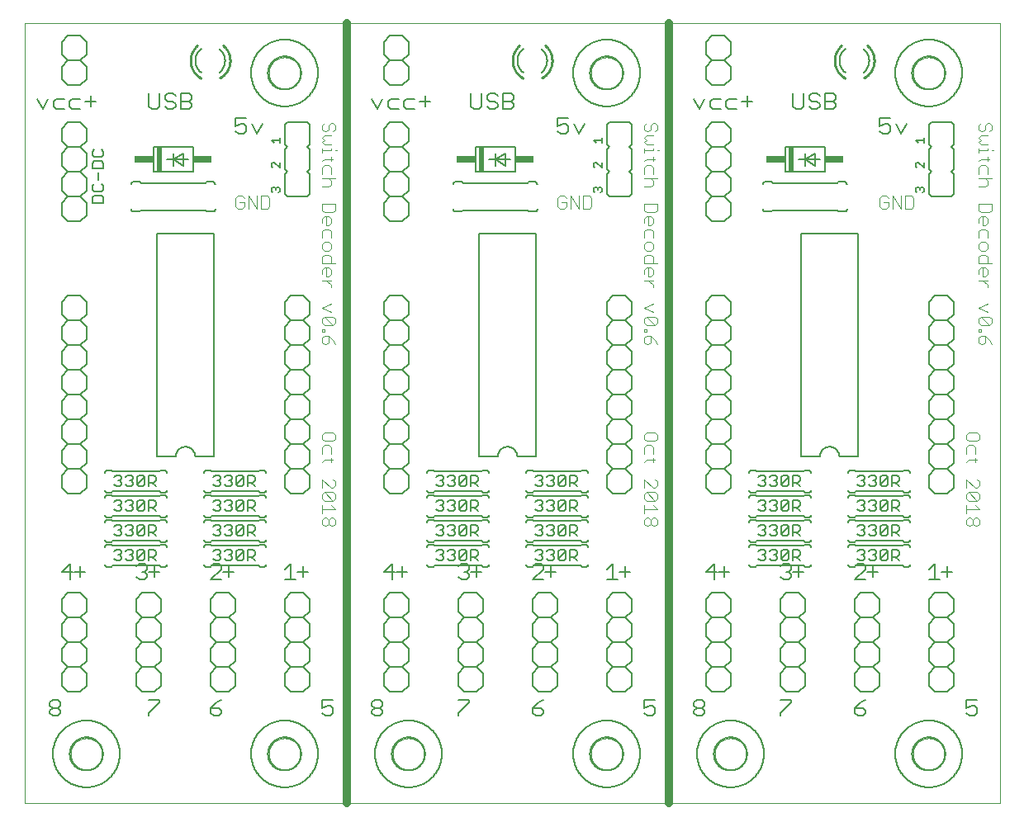
<source format=gto>
G75*
%MOIN*%
%OFA0B0*%
%FSLAX25Y25*%
%IPPOS*%
%LPD*%
%AMOC8*
5,1,8,0,0,1.08239X$1,22.5*
%
%ADD10C,0.00000*%
%ADD11C,0.00400*%
%ADD12C,0.03200*%
%ADD13C,0.00600*%
%ADD14R,0.02000X0.10000*%
%ADD15R,0.07500X0.03000*%
%ADD16C,0.01000*%
%ADD17C,0.00800*%
%ADD18C,0.00500*%
D10*
X0001000Y0003000D02*
X0001000Y0317961D01*
X0394701Y0317961D01*
X0394701Y0003000D01*
X0001000Y0003000D01*
X0019701Y0023000D02*
X0019703Y0023158D01*
X0019709Y0023316D01*
X0019719Y0023474D01*
X0019733Y0023632D01*
X0019751Y0023789D01*
X0019772Y0023946D01*
X0019798Y0024102D01*
X0019828Y0024258D01*
X0019861Y0024413D01*
X0019899Y0024566D01*
X0019940Y0024719D01*
X0019985Y0024871D01*
X0020034Y0025022D01*
X0020087Y0025171D01*
X0020143Y0025319D01*
X0020203Y0025465D01*
X0020267Y0025610D01*
X0020335Y0025753D01*
X0020406Y0025895D01*
X0020480Y0026035D01*
X0020558Y0026172D01*
X0020640Y0026308D01*
X0020724Y0026442D01*
X0020813Y0026573D01*
X0020904Y0026702D01*
X0020999Y0026829D01*
X0021096Y0026954D01*
X0021197Y0027076D01*
X0021301Y0027195D01*
X0021408Y0027312D01*
X0021518Y0027426D01*
X0021631Y0027537D01*
X0021746Y0027646D01*
X0021864Y0027751D01*
X0021985Y0027853D01*
X0022108Y0027953D01*
X0022234Y0028049D01*
X0022362Y0028142D01*
X0022492Y0028232D01*
X0022625Y0028318D01*
X0022760Y0028402D01*
X0022896Y0028481D01*
X0023035Y0028558D01*
X0023176Y0028630D01*
X0023318Y0028700D01*
X0023462Y0028765D01*
X0023608Y0028827D01*
X0023755Y0028885D01*
X0023904Y0028940D01*
X0024054Y0028991D01*
X0024205Y0029038D01*
X0024357Y0029081D01*
X0024510Y0029120D01*
X0024665Y0029156D01*
X0024820Y0029187D01*
X0024976Y0029215D01*
X0025132Y0029239D01*
X0025289Y0029259D01*
X0025447Y0029275D01*
X0025604Y0029287D01*
X0025763Y0029295D01*
X0025921Y0029299D01*
X0026079Y0029299D01*
X0026237Y0029295D01*
X0026396Y0029287D01*
X0026553Y0029275D01*
X0026711Y0029259D01*
X0026868Y0029239D01*
X0027024Y0029215D01*
X0027180Y0029187D01*
X0027335Y0029156D01*
X0027490Y0029120D01*
X0027643Y0029081D01*
X0027795Y0029038D01*
X0027946Y0028991D01*
X0028096Y0028940D01*
X0028245Y0028885D01*
X0028392Y0028827D01*
X0028538Y0028765D01*
X0028682Y0028700D01*
X0028824Y0028630D01*
X0028965Y0028558D01*
X0029104Y0028481D01*
X0029240Y0028402D01*
X0029375Y0028318D01*
X0029508Y0028232D01*
X0029638Y0028142D01*
X0029766Y0028049D01*
X0029892Y0027953D01*
X0030015Y0027853D01*
X0030136Y0027751D01*
X0030254Y0027646D01*
X0030369Y0027537D01*
X0030482Y0027426D01*
X0030592Y0027312D01*
X0030699Y0027195D01*
X0030803Y0027076D01*
X0030904Y0026954D01*
X0031001Y0026829D01*
X0031096Y0026702D01*
X0031187Y0026573D01*
X0031276Y0026442D01*
X0031360Y0026308D01*
X0031442Y0026172D01*
X0031520Y0026035D01*
X0031594Y0025895D01*
X0031665Y0025753D01*
X0031733Y0025610D01*
X0031797Y0025465D01*
X0031857Y0025319D01*
X0031913Y0025171D01*
X0031966Y0025022D01*
X0032015Y0024871D01*
X0032060Y0024719D01*
X0032101Y0024566D01*
X0032139Y0024413D01*
X0032172Y0024258D01*
X0032202Y0024102D01*
X0032228Y0023946D01*
X0032249Y0023789D01*
X0032267Y0023632D01*
X0032281Y0023474D01*
X0032291Y0023316D01*
X0032297Y0023158D01*
X0032299Y0023000D01*
X0032297Y0022842D01*
X0032291Y0022684D01*
X0032281Y0022526D01*
X0032267Y0022368D01*
X0032249Y0022211D01*
X0032228Y0022054D01*
X0032202Y0021898D01*
X0032172Y0021742D01*
X0032139Y0021587D01*
X0032101Y0021434D01*
X0032060Y0021281D01*
X0032015Y0021129D01*
X0031966Y0020978D01*
X0031913Y0020829D01*
X0031857Y0020681D01*
X0031797Y0020535D01*
X0031733Y0020390D01*
X0031665Y0020247D01*
X0031594Y0020105D01*
X0031520Y0019965D01*
X0031442Y0019828D01*
X0031360Y0019692D01*
X0031276Y0019558D01*
X0031187Y0019427D01*
X0031096Y0019298D01*
X0031001Y0019171D01*
X0030904Y0019046D01*
X0030803Y0018924D01*
X0030699Y0018805D01*
X0030592Y0018688D01*
X0030482Y0018574D01*
X0030369Y0018463D01*
X0030254Y0018354D01*
X0030136Y0018249D01*
X0030015Y0018147D01*
X0029892Y0018047D01*
X0029766Y0017951D01*
X0029638Y0017858D01*
X0029508Y0017768D01*
X0029375Y0017682D01*
X0029240Y0017598D01*
X0029104Y0017519D01*
X0028965Y0017442D01*
X0028824Y0017370D01*
X0028682Y0017300D01*
X0028538Y0017235D01*
X0028392Y0017173D01*
X0028245Y0017115D01*
X0028096Y0017060D01*
X0027946Y0017009D01*
X0027795Y0016962D01*
X0027643Y0016919D01*
X0027490Y0016880D01*
X0027335Y0016844D01*
X0027180Y0016813D01*
X0027024Y0016785D01*
X0026868Y0016761D01*
X0026711Y0016741D01*
X0026553Y0016725D01*
X0026396Y0016713D01*
X0026237Y0016705D01*
X0026079Y0016701D01*
X0025921Y0016701D01*
X0025763Y0016705D01*
X0025604Y0016713D01*
X0025447Y0016725D01*
X0025289Y0016741D01*
X0025132Y0016761D01*
X0024976Y0016785D01*
X0024820Y0016813D01*
X0024665Y0016844D01*
X0024510Y0016880D01*
X0024357Y0016919D01*
X0024205Y0016962D01*
X0024054Y0017009D01*
X0023904Y0017060D01*
X0023755Y0017115D01*
X0023608Y0017173D01*
X0023462Y0017235D01*
X0023318Y0017300D01*
X0023176Y0017370D01*
X0023035Y0017442D01*
X0022896Y0017519D01*
X0022760Y0017598D01*
X0022625Y0017682D01*
X0022492Y0017768D01*
X0022362Y0017858D01*
X0022234Y0017951D01*
X0022108Y0018047D01*
X0021985Y0018147D01*
X0021864Y0018249D01*
X0021746Y0018354D01*
X0021631Y0018463D01*
X0021518Y0018574D01*
X0021408Y0018688D01*
X0021301Y0018805D01*
X0021197Y0018924D01*
X0021096Y0019046D01*
X0020999Y0019171D01*
X0020904Y0019298D01*
X0020813Y0019427D01*
X0020724Y0019558D01*
X0020640Y0019692D01*
X0020558Y0019828D01*
X0020480Y0019965D01*
X0020406Y0020105D01*
X0020335Y0020247D01*
X0020267Y0020390D01*
X0020203Y0020535D01*
X0020143Y0020681D01*
X0020087Y0020829D01*
X0020034Y0020978D01*
X0019985Y0021129D01*
X0019940Y0021281D01*
X0019899Y0021434D01*
X0019861Y0021587D01*
X0019828Y0021742D01*
X0019798Y0021898D01*
X0019772Y0022054D01*
X0019751Y0022211D01*
X0019733Y0022368D01*
X0019719Y0022526D01*
X0019709Y0022684D01*
X0019703Y0022842D01*
X0019701Y0023000D01*
X0099701Y0023000D02*
X0099703Y0023158D01*
X0099709Y0023316D01*
X0099719Y0023474D01*
X0099733Y0023632D01*
X0099751Y0023789D01*
X0099772Y0023946D01*
X0099798Y0024102D01*
X0099828Y0024258D01*
X0099861Y0024413D01*
X0099899Y0024566D01*
X0099940Y0024719D01*
X0099985Y0024871D01*
X0100034Y0025022D01*
X0100087Y0025171D01*
X0100143Y0025319D01*
X0100203Y0025465D01*
X0100267Y0025610D01*
X0100335Y0025753D01*
X0100406Y0025895D01*
X0100480Y0026035D01*
X0100558Y0026172D01*
X0100640Y0026308D01*
X0100724Y0026442D01*
X0100813Y0026573D01*
X0100904Y0026702D01*
X0100999Y0026829D01*
X0101096Y0026954D01*
X0101197Y0027076D01*
X0101301Y0027195D01*
X0101408Y0027312D01*
X0101518Y0027426D01*
X0101631Y0027537D01*
X0101746Y0027646D01*
X0101864Y0027751D01*
X0101985Y0027853D01*
X0102108Y0027953D01*
X0102234Y0028049D01*
X0102362Y0028142D01*
X0102492Y0028232D01*
X0102625Y0028318D01*
X0102760Y0028402D01*
X0102896Y0028481D01*
X0103035Y0028558D01*
X0103176Y0028630D01*
X0103318Y0028700D01*
X0103462Y0028765D01*
X0103608Y0028827D01*
X0103755Y0028885D01*
X0103904Y0028940D01*
X0104054Y0028991D01*
X0104205Y0029038D01*
X0104357Y0029081D01*
X0104510Y0029120D01*
X0104665Y0029156D01*
X0104820Y0029187D01*
X0104976Y0029215D01*
X0105132Y0029239D01*
X0105289Y0029259D01*
X0105447Y0029275D01*
X0105604Y0029287D01*
X0105763Y0029295D01*
X0105921Y0029299D01*
X0106079Y0029299D01*
X0106237Y0029295D01*
X0106396Y0029287D01*
X0106553Y0029275D01*
X0106711Y0029259D01*
X0106868Y0029239D01*
X0107024Y0029215D01*
X0107180Y0029187D01*
X0107335Y0029156D01*
X0107490Y0029120D01*
X0107643Y0029081D01*
X0107795Y0029038D01*
X0107946Y0028991D01*
X0108096Y0028940D01*
X0108245Y0028885D01*
X0108392Y0028827D01*
X0108538Y0028765D01*
X0108682Y0028700D01*
X0108824Y0028630D01*
X0108965Y0028558D01*
X0109104Y0028481D01*
X0109240Y0028402D01*
X0109375Y0028318D01*
X0109508Y0028232D01*
X0109638Y0028142D01*
X0109766Y0028049D01*
X0109892Y0027953D01*
X0110015Y0027853D01*
X0110136Y0027751D01*
X0110254Y0027646D01*
X0110369Y0027537D01*
X0110482Y0027426D01*
X0110592Y0027312D01*
X0110699Y0027195D01*
X0110803Y0027076D01*
X0110904Y0026954D01*
X0111001Y0026829D01*
X0111096Y0026702D01*
X0111187Y0026573D01*
X0111276Y0026442D01*
X0111360Y0026308D01*
X0111442Y0026172D01*
X0111520Y0026035D01*
X0111594Y0025895D01*
X0111665Y0025753D01*
X0111733Y0025610D01*
X0111797Y0025465D01*
X0111857Y0025319D01*
X0111913Y0025171D01*
X0111966Y0025022D01*
X0112015Y0024871D01*
X0112060Y0024719D01*
X0112101Y0024566D01*
X0112139Y0024413D01*
X0112172Y0024258D01*
X0112202Y0024102D01*
X0112228Y0023946D01*
X0112249Y0023789D01*
X0112267Y0023632D01*
X0112281Y0023474D01*
X0112291Y0023316D01*
X0112297Y0023158D01*
X0112299Y0023000D01*
X0112297Y0022842D01*
X0112291Y0022684D01*
X0112281Y0022526D01*
X0112267Y0022368D01*
X0112249Y0022211D01*
X0112228Y0022054D01*
X0112202Y0021898D01*
X0112172Y0021742D01*
X0112139Y0021587D01*
X0112101Y0021434D01*
X0112060Y0021281D01*
X0112015Y0021129D01*
X0111966Y0020978D01*
X0111913Y0020829D01*
X0111857Y0020681D01*
X0111797Y0020535D01*
X0111733Y0020390D01*
X0111665Y0020247D01*
X0111594Y0020105D01*
X0111520Y0019965D01*
X0111442Y0019828D01*
X0111360Y0019692D01*
X0111276Y0019558D01*
X0111187Y0019427D01*
X0111096Y0019298D01*
X0111001Y0019171D01*
X0110904Y0019046D01*
X0110803Y0018924D01*
X0110699Y0018805D01*
X0110592Y0018688D01*
X0110482Y0018574D01*
X0110369Y0018463D01*
X0110254Y0018354D01*
X0110136Y0018249D01*
X0110015Y0018147D01*
X0109892Y0018047D01*
X0109766Y0017951D01*
X0109638Y0017858D01*
X0109508Y0017768D01*
X0109375Y0017682D01*
X0109240Y0017598D01*
X0109104Y0017519D01*
X0108965Y0017442D01*
X0108824Y0017370D01*
X0108682Y0017300D01*
X0108538Y0017235D01*
X0108392Y0017173D01*
X0108245Y0017115D01*
X0108096Y0017060D01*
X0107946Y0017009D01*
X0107795Y0016962D01*
X0107643Y0016919D01*
X0107490Y0016880D01*
X0107335Y0016844D01*
X0107180Y0016813D01*
X0107024Y0016785D01*
X0106868Y0016761D01*
X0106711Y0016741D01*
X0106553Y0016725D01*
X0106396Y0016713D01*
X0106237Y0016705D01*
X0106079Y0016701D01*
X0105921Y0016701D01*
X0105763Y0016705D01*
X0105604Y0016713D01*
X0105447Y0016725D01*
X0105289Y0016741D01*
X0105132Y0016761D01*
X0104976Y0016785D01*
X0104820Y0016813D01*
X0104665Y0016844D01*
X0104510Y0016880D01*
X0104357Y0016919D01*
X0104205Y0016962D01*
X0104054Y0017009D01*
X0103904Y0017060D01*
X0103755Y0017115D01*
X0103608Y0017173D01*
X0103462Y0017235D01*
X0103318Y0017300D01*
X0103176Y0017370D01*
X0103035Y0017442D01*
X0102896Y0017519D01*
X0102760Y0017598D01*
X0102625Y0017682D01*
X0102492Y0017768D01*
X0102362Y0017858D01*
X0102234Y0017951D01*
X0102108Y0018047D01*
X0101985Y0018147D01*
X0101864Y0018249D01*
X0101746Y0018354D01*
X0101631Y0018463D01*
X0101518Y0018574D01*
X0101408Y0018688D01*
X0101301Y0018805D01*
X0101197Y0018924D01*
X0101096Y0019046D01*
X0100999Y0019171D01*
X0100904Y0019298D01*
X0100813Y0019427D01*
X0100724Y0019558D01*
X0100640Y0019692D01*
X0100558Y0019828D01*
X0100480Y0019965D01*
X0100406Y0020105D01*
X0100335Y0020247D01*
X0100267Y0020390D01*
X0100203Y0020535D01*
X0100143Y0020681D01*
X0100087Y0020829D01*
X0100034Y0020978D01*
X0099985Y0021129D01*
X0099940Y0021281D01*
X0099899Y0021434D01*
X0099861Y0021587D01*
X0099828Y0021742D01*
X0099798Y0021898D01*
X0099772Y0022054D01*
X0099751Y0022211D01*
X0099733Y0022368D01*
X0099719Y0022526D01*
X0099709Y0022684D01*
X0099703Y0022842D01*
X0099701Y0023000D01*
X0149701Y0023000D02*
X0149703Y0023158D01*
X0149709Y0023316D01*
X0149719Y0023474D01*
X0149733Y0023632D01*
X0149751Y0023789D01*
X0149772Y0023946D01*
X0149798Y0024102D01*
X0149828Y0024258D01*
X0149861Y0024413D01*
X0149899Y0024566D01*
X0149940Y0024719D01*
X0149985Y0024871D01*
X0150034Y0025022D01*
X0150087Y0025171D01*
X0150143Y0025319D01*
X0150203Y0025465D01*
X0150267Y0025610D01*
X0150335Y0025753D01*
X0150406Y0025895D01*
X0150480Y0026035D01*
X0150558Y0026172D01*
X0150640Y0026308D01*
X0150724Y0026442D01*
X0150813Y0026573D01*
X0150904Y0026702D01*
X0150999Y0026829D01*
X0151096Y0026954D01*
X0151197Y0027076D01*
X0151301Y0027195D01*
X0151408Y0027312D01*
X0151518Y0027426D01*
X0151631Y0027537D01*
X0151746Y0027646D01*
X0151864Y0027751D01*
X0151985Y0027853D01*
X0152108Y0027953D01*
X0152234Y0028049D01*
X0152362Y0028142D01*
X0152492Y0028232D01*
X0152625Y0028318D01*
X0152760Y0028402D01*
X0152896Y0028481D01*
X0153035Y0028558D01*
X0153176Y0028630D01*
X0153318Y0028700D01*
X0153462Y0028765D01*
X0153608Y0028827D01*
X0153755Y0028885D01*
X0153904Y0028940D01*
X0154054Y0028991D01*
X0154205Y0029038D01*
X0154357Y0029081D01*
X0154510Y0029120D01*
X0154665Y0029156D01*
X0154820Y0029187D01*
X0154976Y0029215D01*
X0155132Y0029239D01*
X0155289Y0029259D01*
X0155447Y0029275D01*
X0155604Y0029287D01*
X0155763Y0029295D01*
X0155921Y0029299D01*
X0156079Y0029299D01*
X0156237Y0029295D01*
X0156396Y0029287D01*
X0156553Y0029275D01*
X0156711Y0029259D01*
X0156868Y0029239D01*
X0157024Y0029215D01*
X0157180Y0029187D01*
X0157335Y0029156D01*
X0157490Y0029120D01*
X0157643Y0029081D01*
X0157795Y0029038D01*
X0157946Y0028991D01*
X0158096Y0028940D01*
X0158245Y0028885D01*
X0158392Y0028827D01*
X0158538Y0028765D01*
X0158682Y0028700D01*
X0158824Y0028630D01*
X0158965Y0028558D01*
X0159104Y0028481D01*
X0159240Y0028402D01*
X0159375Y0028318D01*
X0159508Y0028232D01*
X0159638Y0028142D01*
X0159766Y0028049D01*
X0159892Y0027953D01*
X0160015Y0027853D01*
X0160136Y0027751D01*
X0160254Y0027646D01*
X0160369Y0027537D01*
X0160482Y0027426D01*
X0160592Y0027312D01*
X0160699Y0027195D01*
X0160803Y0027076D01*
X0160904Y0026954D01*
X0161001Y0026829D01*
X0161096Y0026702D01*
X0161187Y0026573D01*
X0161276Y0026442D01*
X0161360Y0026308D01*
X0161442Y0026172D01*
X0161520Y0026035D01*
X0161594Y0025895D01*
X0161665Y0025753D01*
X0161733Y0025610D01*
X0161797Y0025465D01*
X0161857Y0025319D01*
X0161913Y0025171D01*
X0161966Y0025022D01*
X0162015Y0024871D01*
X0162060Y0024719D01*
X0162101Y0024566D01*
X0162139Y0024413D01*
X0162172Y0024258D01*
X0162202Y0024102D01*
X0162228Y0023946D01*
X0162249Y0023789D01*
X0162267Y0023632D01*
X0162281Y0023474D01*
X0162291Y0023316D01*
X0162297Y0023158D01*
X0162299Y0023000D01*
X0162297Y0022842D01*
X0162291Y0022684D01*
X0162281Y0022526D01*
X0162267Y0022368D01*
X0162249Y0022211D01*
X0162228Y0022054D01*
X0162202Y0021898D01*
X0162172Y0021742D01*
X0162139Y0021587D01*
X0162101Y0021434D01*
X0162060Y0021281D01*
X0162015Y0021129D01*
X0161966Y0020978D01*
X0161913Y0020829D01*
X0161857Y0020681D01*
X0161797Y0020535D01*
X0161733Y0020390D01*
X0161665Y0020247D01*
X0161594Y0020105D01*
X0161520Y0019965D01*
X0161442Y0019828D01*
X0161360Y0019692D01*
X0161276Y0019558D01*
X0161187Y0019427D01*
X0161096Y0019298D01*
X0161001Y0019171D01*
X0160904Y0019046D01*
X0160803Y0018924D01*
X0160699Y0018805D01*
X0160592Y0018688D01*
X0160482Y0018574D01*
X0160369Y0018463D01*
X0160254Y0018354D01*
X0160136Y0018249D01*
X0160015Y0018147D01*
X0159892Y0018047D01*
X0159766Y0017951D01*
X0159638Y0017858D01*
X0159508Y0017768D01*
X0159375Y0017682D01*
X0159240Y0017598D01*
X0159104Y0017519D01*
X0158965Y0017442D01*
X0158824Y0017370D01*
X0158682Y0017300D01*
X0158538Y0017235D01*
X0158392Y0017173D01*
X0158245Y0017115D01*
X0158096Y0017060D01*
X0157946Y0017009D01*
X0157795Y0016962D01*
X0157643Y0016919D01*
X0157490Y0016880D01*
X0157335Y0016844D01*
X0157180Y0016813D01*
X0157024Y0016785D01*
X0156868Y0016761D01*
X0156711Y0016741D01*
X0156553Y0016725D01*
X0156396Y0016713D01*
X0156237Y0016705D01*
X0156079Y0016701D01*
X0155921Y0016701D01*
X0155763Y0016705D01*
X0155604Y0016713D01*
X0155447Y0016725D01*
X0155289Y0016741D01*
X0155132Y0016761D01*
X0154976Y0016785D01*
X0154820Y0016813D01*
X0154665Y0016844D01*
X0154510Y0016880D01*
X0154357Y0016919D01*
X0154205Y0016962D01*
X0154054Y0017009D01*
X0153904Y0017060D01*
X0153755Y0017115D01*
X0153608Y0017173D01*
X0153462Y0017235D01*
X0153318Y0017300D01*
X0153176Y0017370D01*
X0153035Y0017442D01*
X0152896Y0017519D01*
X0152760Y0017598D01*
X0152625Y0017682D01*
X0152492Y0017768D01*
X0152362Y0017858D01*
X0152234Y0017951D01*
X0152108Y0018047D01*
X0151985Y0018147D01*
X0151864Y0018249D01*
X0151746Y0018354D01*
X0151631Y0018463D01*
X0151518Y0018574D01*
X0151408Y0018688D01*
X0151301Y0018805D01*
X0151197Y0018924D01*
X0151096Y0019046D01*
X0150999Y0019171D01*
X0150904Y0019298D01*
X0150813Y0019427D01*
X0150724Y0019558D01*
X0150640Y0019692D01*
X0150558Y0019828D01*
X0150480Y0019965D01*
X0150406Y0020105D01*
X0150335Y0020247D01*
X0150267Y0020390D01*
X0150203Y0020535D01*
X0150143Y0020681D01*
X0150087Y0020829D01*
X0150034Y0020978D01*
X0149985Y0021129D01*
X0149940Y0021281D01*
X0149899Y0021434D01*
X0149861Y0021587D01*
X0149828Y0021742D01*
X0149798Y0021898D01*
X0149772Y0022054D01*
X0149751Y0022211D01*
X0149733Y0022368D01*
X0149719Y0022526D01*
X0149709Y0022684D01*
X0149703Y0022842D01*
X0149701Y0023000D01*
X0229701Y0023000D02*
X0229703Y0023158D01*
X0229709Y0023316D01*
X0229719Y0023474D01*
X0229733Y0023632D01*
X0229751Y0023789D01*
X0229772Y0023946D01*
X0229798Y0024102D01*
X0229828Y0024258D01*
X0229861Y0024413D01*
X0229899Y0024566D01*
X0229940Y0024719D01*
X0229985Y0024871D01*
X0230034Y0025022D01*
X0230087Y0025171D01*
X0230143Y0025319D01*
X0230203Y0025465D01*
X0230267Y0025610D01*
X0230335Y0025753D01*
X0230406Y0025895D01*
X0230480Y0026035D01*
X0230558Y0026172D01*
X0230640Y0026308D01*
X0230724Y0026442D01*
X0230813Y0026573D01*
X0230904Y0026702D01*
X0230999Y0026829D01*
X0231096Y0026954D01*
X0231197Y0027076D01*
X0231301Y0027195D01*
X0231408Y0027312D01*
X0231518Y0027426D01*
X0231631Y0027537D01*
X0231746Y0027646D01*
X0231864Y0027751D01*
X0231985Y0027853D01*
X0232108Y0027953D01*
X0232234Y0028049D01*
X0232362Y0028142D01*
X0232492Y0028232D01*
X0232625Y0028318D01*
X0232760Y0028402D01*
X0232896Y0028481D01*
X0233035Y0028558D01*
X0233176Y0028630D01*
X0233318Y0028700D01*
X0233462Y0028765D01*
X0233608Y0028827D01*
X0233755Y0028885D01*
X0233904Y0028940D01*
X0234054Y0028991D01*
X0234205Y0029038D01*
X0234357Y0029081D01*
X0234510Y0029120D01*
X0234665Y0029156D01*
X0234820Y0029187D01*
X0234976Y0029215D01*
X0235132Y0029239D01*
X0235289Y0029259D01*
X0235447Y0029275D01*
X0235604Y0029287D01*
X0235763Y0029295D01*
X0235921Y0029299D01*
X0236079Y0029299D01*
X0236237Y0029295D01*
X0236396Y0029287D01*
X0236553Y0029275D01*
X0236711Y0029259D01*
X0236868Y0029239D01*
X0237024Y0029215D01*
X0237180Y0029187D01*
X0237335Y0029156D01*
X0237490Y0029120D01*
X0237643Y0029081D01*
X0237795Y0029038D01*
X0237946Y0028991D01*
X0238096Y0028940D01*
X0238245Y0028885D01*
X0238392Y0028827D01*
X0238538Y0028765D01*
X0238682Y0028700D01*
X0238824Y0028630D01*
X0238965Y0028558D01*
X0239104Y0028481D01*
X0239240Y0028402D01*
X0239375Y0028318D01*
X0239508Y0028232D01*
X0239638Y0028142D01*
X0239766Y0028049D01*
X0239892Y0027953D01*
X0240015Y0027853D01*
X0240136Y0027751D01*
X0240254Y0027646D01*
X0240369Y0027537D01*
X0240482Y0027426D01*
X0240592Y0027312D01*
X0240699Y0027195D01*
X0240803Y0027076D01*
X0240904Y0026954D01*
X0241001Y0026829D01*
X0241096Y0026702D01*
X0241187Y0026573D01*
X0241276Y0026442D01*
X0241360Y0026308D01*
X0241442Y0026172D01*
X0241520Y0026035D01*
X0241594Y0025895D01*
X0241665Y0025753D01*
X0241733Y0025610D01*
X0241797Y0025465D01*
X0241857Y0025319D01*
X0241913Y0025171D01*
X0241966Y0025022D01*
X0242015Y0024871D01*
X0242060Y0024719D01*
X0242101Y0024566D01*
X0242139Y0024413D01*
X0242172Y0024258D01*
X0242202Y0024102D01*
X0242228Y0023946D01*
X0242249Y0023789D01*
X0242267Y0023632D01*
X0242281Y0023474D01*
X0242291Y0023316D01*
X0242297Y0023158D01*
X0242299Y0023000D01*
X0242297Y0022842D01*
X0242291Y0022684D01*
X0242281Y0022526D01*
X0242267Y0022368D01*
X0242249Y0022211D01*
X0242228Y0022054D01*
X0242202Y0021898D01*
X0242172Y0021742D01*
X0242139Y0021587D01*
X0242101Y0021434D01*
X0242060Y0021281D01*
X0242015Y0021129D01*
X0241966Y0020978D01*
X0241913Y0020829D01*
X0241857Y0020681D01*
X0241797Y0020535D01*
X0241733Y0020390D01*
X0241665Y0020247D01*
X0241594Y0020105D01*
X0241520Y0019965D01*
X0241442Y0019828D01*
X0241360Y0019692D01*
X0241276Y0019558D01*
X0241187Y0019427D01*
X0241096Y0019298D01*
X0241001Y0019171D01*
X0240904Y0019046D01*
X0240803Y0018924D01*
X0240699Y0018805D01*
X0240592Y0018688D01*
X0240482Y0018574D01*
X0240369Y0018463D01*
X0240254Y0018354D01*
X0240136Y0018249D01*
X0240015Y0018147D01*
X0239892Y0018047D01*
X0239766Y0017951D01*
X0239638Y0017858D01*
X0239508Y0017768D01*
X0239375Y0017682D01*
X0239240Y0017598D01*
X0239104Y0017519D01*
X0238965Y0017442D01*
X0238824Y0017370D01*
X0238682Y0017300D01*
X0238538Y0017235D01*
X0238392Y0017173D01*
X0238245Y0017115D01*
X0238096Y0017060D01*
X0237946Y0017009D01*
X0237795Y0016962D01*
X0237643Y0016919D01*
X0237490Y0016880D01*
X0237335Y0016844D01*
X0237180Y0016813D01*
X0237024Y0016785D01*
X0236868Y0016761D01*
X0236711Y0016741D01*
X0236553Y0016725D01*
X0236396Y0016713D01*
X0236237Y0016705D01*
X0236079Y0016701D01*
X0235921Y0016701D01*
X0235763Y0016705D01*
X0235604Y0016713D01*
X0235447Y0016725D01*
X0235289Y0016741D01*
X0235132Y0016761D01*
X0234976Y0016785D01*
X0234820Y0016813D01*
X0234665Y0016844D01*
X0234510Y0016880D01*
X0234357Y0016919D01*
X0234205Y0016962D01*
X0234054Y0017009D01*
X0233904Y0017060D01*
X0233755Y0017115D01*
X0233608Y0017173D01*
X0233462Y0017235D01*
X0233318Y0017300D01*
X0233176Y0017370D01*
X0233035Y0017442D01*
X0232896Y0017519D01*
X0232760Y0017598D01*
X0232625Y0017682D01*
X0232492Y0017768D01*
X0232362Y0017858D01*
X0232234Y0017951D01*
X0232108Y0018047D01*
X0231985Y0018147D01*
X0231864Y0018249D01*
X0231746Y0018354D01*
X0231631Y0018463D01*
X0231518Y0018574D01*
X0231408Y0018688D01*
X0231301Y0018805D01*
X0231197Y0018924D01*
X0231096Y0019046D01*
X0230999Y0019171D01*
X0230904Y0019298D01*
X0230813Y0019427D01*
X0230724Y0019558D01*
X0230640Y0019692D01*
X0230558Y0019828D01*
X0230480Y0019965D01*
X0230406Y0020105D01*
X0230335Y0020247D01*
X0230267Y0020390D01*
X0230203Y0020535D01*
X0230143Y0020681D01*
X0230087Y0020829D01*
X0230034Y0020978D01*
X0229985Y0021129D01*
X0229940Y0021281D01*
X0229899Y0021434D01*
X0229861Y0021587D01*
X0229828Y0021742D01*
X0229798Y0021898D01*
X0229772Y0022054D01*
X0229751Y0022211D01*
X0229733Y0022368D01*
X0229719Y0022526D01*
X0229709Y0022684D01*
X0229703Y0022842D01*
X0229701Y0023000D01*
X0279701Y0023000D02*
X0279703Y0023158D01*
X0279709Y0023316D01*
X0279719Y0023474D01*
X0279733Y0023632D01*
X0279751Y0023789D01*
X0279772Y0023946D01*
X0279798Y0024102D01*
X0279828Y0024258D01*
X0279861Y0024413D01*
X0279899Y0024566D01*
X0279940Y0024719D01*
X0279985Y0024871D01*
X0280034Y0025022D01*
X0280087Y0025171D01*
X0280143Y0025319D01*
X0280203Y0025465D01*
X0280267Y0025610D01*
X0280335Y0025753D01*
X0280406Y0025895D01*
X0280480Y0026035D01*
X0280558Y0026172D01*
X0280640Y0026308D01*
X0280724Y0026442D01*
X0280813Y0026573D01*
X0280904Y0026702D01*
X0280999Y0026829D01*
X0281096Y0026954D01*
X0281197Y0027076D01*
X0281301Y0027195D01*
X0281408Y0027312D01*
X0281518Y0027426D01*
X0281631Y0027537D01*
X0281746Y0027646D01*
X0281864Y0027751D01*
X0281985Y0027853D01*
X0282108Y0027953D01*
X0282234Y0028049D01*
X0282362Y0028142D01*
X0282492Y0028232D01*
X0282625Y0028318D01*
X0282760Y0028402D01*
X0282896Y0028481D01*
X0283035Y0028558D01*
X0283176Y0028630D01*
X0283318Y0028700D01*
X0283462Y0028765D01*
X0283608Y0028827D01*
X0283755Y0028885D01*
X0283904Y0028940D01*
X0284054Y0028991D01*
X0284205Y0029038D01*
X0284357Y0029081D01*
X0284510Y0029120D01*
X0284665Y0029156D01*
X0284820Y0029187D01*
X0284976Y0029215D01*
X0285132Y0029239D01*
X0285289Y0029259D01*
X0285447Y0029275D01*
X0285604Y0029287D01*
X0285763Y0029295D01*
X0285921Y0029299D01*
X0286079Y0029299D01*
X0286237Y0029295D01*
X0286396Y0029287D01*
X0286553Y0029275D01*
X0286711Y0029259D01*
X0286868Y0029239D01*
X0287024Y0029215D01*
X0287180Y0029187D01*
X0287335Y0029156D01*
X0287490Y0029120D01*
X0287643Y0029081D01*
X0287795Y0029038D01*
X0287946Y0028991D01*
X0288096Y0028940D01*
X0288245Y0028885D01*
X0288392Y0028827D01*
X0288538Y0028765D01*
X0288682Y0028700D01*
X0288824Y0028630D01*
X0288965Y0028558D01*
X0289104Y0028481D01*
X0289240Y0028402D01*
X0289375Y0028318D01*
X0289508Y0028232D01*
X0289638Y0028142D01*
X0289766Y0028049D01*
X0289892Y0027953D01*
X0290015Y0027853D01*
X0290136Y0027751D01*
X0290254Y0027646D01*
X0290369Y0027537D01*
X0290482Y0027426D01*
X0290592Y0027312D01*
X0290699Y0027195D01*
X0290803Y0027076D01*
X0290904Y0026954D01*
X0291001Y0026829D01*
X0291096Y0026702D01*
X0291187Y0026573D01*
X0291276Y0026442D01*
X0291360Y0026308D01*
X0291442Y0026172D01*
X0291520Y0026035D01*
X0291594Y0025895D01*
X0291665Y0025753D01*
X0291733Y0025610D01*
X0291797Y0025465D01*
X0291857Y0025319D01*
X0291913Y0025171D01*
X0291966Y0025022D01*
X0292015Y0024871D01*
X0292060Y0024719D01*
X0292101Y0024566D01*
X0292139Y0024413D01*
X0292172Y0024258D01*
X0292202Y0024102D01*
X0292228Y0023946D01*
X0292249Y0023789D01*
X0292267Y0023632D01*
X0292281Y0023474D01*
X0292291Y0023316D01*
X0292297Y0023158D01*
X0292299Y0023000D01*
X0292297Y0022842D01*
X0292291Y0022684D01*
X0292281Y0022526D01*
X0292267Y0022368D01*
X0292249Y0022211D01*
X0292228Y0022054D01*
X0292202Y0021898D01*
X0292172Y0021742D01*
X0292139Y0021587D01*
X0292101Y0021434D01*
X0292060Y0021281D01*
X0292015Y0021129D01*
X0291966Y0020978D01*
X0291913Y0020829D01*
X0291857Y0020681D01*
X0291797Y0020535D01*
X0291733Y0020390D01*
X0291665Y0020247D01*
X0291594Y0020105D01*
X0291520Y0019965D01*
X0291442Y0019828D01*
X0291360Y0019692D01*
X0291276Y0019558D01*
X0291187Y0019427D01*
X0291096Y0019298D01*
X0291001Y0019171D01*
X0290904Y0019046D01*
X0290803Y0018924D01*
X0290699Y0018805D01*
X0290592Y0018688D01*
X0290482Y0018574D01*
X0290369Y0018463D01*
X0290254Y0018354D01*
X0290136Y0018249D01*
X0290015Y0018147D01*
X0289892Y0018047D01*
X0289766Y0017951D01*
X0289638Y0017858D01*
X0289508Y0017768D01*
X0289375Y0017682D01*
X0289240Y0017598D01*
X0289104Y0017519D01*
X0288965Y0017442D01*
X0288824Y0017370D01*
X0288682Y0017300D01*
X0288538Y0017235D01*
X0288392Y0017173D01*
X0288245Y0017115D01*
X0288096Y0017060D01*
X0287946Y0017009D01*
X0287795Y0016962D01*
X0287643Y0016919D01*
X0287490Y0016880D01*
X0287335Y0016844D01*
X0287180Y0016813D01*
X0287024Y0016785D01*
X0286868Y0016761D01*
X0286711Y0016741D01*
X0286553Y0016725D01*
X0286396Y0016713D01*
X0286237Y0016705D01*
X0286079Y0016701D01*
X0285921Y0016701D01*
X0285763Y0016705D01*
X0285604Y0016713D01*
X0285447Y0016725D01*
X0285289Y0016741D01*
X0285132Y0016761D01*
X0284976Y0016785D01*
X0284820Y0016813D01*
X0284665Y0016844D01*
X0284510Y0016880D01*
X0284357Y0016919D01*
X0284205Y0016962D01*
X0284054Y0017009D01*
X0283904Y0017060D01*
X0283755Y0017115D01*
X0283608Y0017173D01*
X0283462Y0017235D01*
X0283318Y0017300D01*
X0283176Y0017370D01*
X0283035Y0017442D01*
X0282896Y0017519D01*
X0282760Y0017598D01*
X0282625Y0017682D01*
X0282492Y0017768D01*
X0282362Y0017858D01*
X0282234Y0017951D01*
X0282108Y0018047D01*
X0281985Y0018147D01*
X0281864Y0018249D01*
X0281746Y0018354D01*
X0281631Y0018463D01*
X0281518Y0018574D01*
X0281408Y0018688D01*
X0281301Y0018805D01*
X0281197Y0018924D01*
X0281096Y0019046D01*
X0280999Y0019171D01*
X0280904Y0019298D01*
X0280813Y0019427D01*
X0280724Y0019558D01*
X0280640Y0019692D01*
X0280558Y0019828D01*
X0280480Y0019965D01*
X0280406Y0020105D01*
X0280335Y0020247D01*
X0280267Y0020390D01*
X0280203Y0020535D01*
X0280143Y0020681D01*
X0280087Y0020829D01*
X0280034Y0020978D01*
X0279985Y0021129D01*
X0279940Y0021281D01*
X0279899Y0021434D01*
X0279861Y0021587D01*
X0279828Y0021742D01*
X0279798Y0021898D01*
X0279772Y0022054D01*
X0279751Y0022211D01*
X0279733Y0022368D01*
X0279719Y0022526D01*
X0279709Y0022684D01*
X0279703Y0022842D01*
X0279701Y0023000D01*
X0359701Y0023000D02*
X0359703Y0023158D01*
X0359709Y0023316D01*
X0359719Y0023474D01*
X0359733Y0023632D01*
X0359751Y0023789D01*
X0359772Y0023946D01*
X0359798Y0024102D01*
X0359828Y0024258D01*
X0359861Y0024413D01*
X0359899Y0024566D01*
X0359940Y0024719D01*
X0359985Y0024871D01*
X0360034Y0025022D01*
X0360087Y0025171D01*
X0360143Y0025319D01*
X0360203Y0025465D01*
X0360267Y0025610D01*
X0360335Y0025753D01*
X0360406Y0025895D01*
X0360480Y0026035D01*
X0360558Y0026172D01*
X0360640Y0026308D01*
X0360724Y0026442D01*
X0360813Y0026573D01*
X0360904Y0026702D01*
X0360999Y0026829D01*
X0361096Y0026954D01*
X0361197Y0027076D01*
X0361301Y0027195D01*
X0361408Y0027312D01*
X0361518Y0027426D01*
X0361631Y0027537D01*
X0361746Y0027646D01*
X0361864Y0027751D01*
X0361985Y0027853D01*
X0362108Y0027953D01*
X0362234Y0028049D01*
X0362362Y0028142D01*
X0362492Y0028232D01*
X0362625Y0028318D01*
X0362760Y0028402D01*
X0362896Y0028481D01*
X0363035Y0028558D01*
X0363176Y0028630D01*
X0363318Y0028700D01*
X0363462Y0028765D01*
X0363608Y0028827D01*
X0363755Y0028885D01*
X0363904Y0028940D01*
X0364054Y0028991D01*
X0364205Y0029038D01*
X0364357Y0029081D01*
X0364510Y0029120D01*
X0364665Y0029156D01*
X0364820Y0029187D01*
X0364976Y0029215D01*
X0365132Y0029239D01*
X0365289Y0029259D01*
X0365447Y0029275D01*
X0365604Y0029287D01*
X0365763Y0029295D01*
X0365921Y0029299D01*
X0366079Y0029299D01*
X0366237Y0029295D01*
X0366396Y0029287D01*
X0366553Y0029275D01*
X0366711Y0029259D01*
X0366868Y0029239D01*
X0367024Y0029215D01*
X0367180Y0029187D01*
X0367335Y0029156D01*
X0367490Y0029120D01*
X0367643Y0029081D01*
X0367795Y0029038D01*
X0367946Y0028991D01*
X0368096Y0028940D01*
X0368245Y0028885D01*
X0368392Y0028827D01*
X0368538Y0028765D01*
X0368682Y0028700D01*
X0368824Y0028630D01*
X0368965Y0028558D01*
X0369104Y0028481D01*
X0369240Y0028402D01*
X0369375Y0028318D01*
X0369508Y0028232D01*
X0369638Y0028142D01*
X0369766Y0028049D01*
X0369892Y0027953D01*
X0370015Y0027853D01*
X0370136Y0027751D01*
X0370254Y0027646D01*
X0370369Y0027537D01*
X0370482Y0027426D01*
X0370592Y0027312D01*
X0370699Y0027195D01*
X0370803Y0027076D01*
X0370904Y0026954D01*
X0371001Y0026829D01*
X0371096Y0026702D01*
X0371187Y0026573D01*
X0371276Y0026442D01*
X0371360Y0026308D01*
X0371442Y0026172D01*
X0371520Y0026035D01*
X0371594Y0025895D01*
X0371665Y0025753D01*
X0371733Y0025610D01*
X0371797Y0025465D01*
X0371857Y0025319D01*
X0371913Y0025171D01*
X0371966Y0025022D01*
X0372015Y0024871D01*
X0372060Y0024719D01*
X0372101Y0024566D01*
X0372139Y0024413D01*
X0372172Y0024258D01*
X0372202Y0024102D01*
X0372228Y0023946D01*
X0372249Y0023789D01*
X0372267Y0023632D01*
X0372281Y0023474D01*
X0372291Y0023316D01*
X0372297Y0023158D01*
X0372299Y0023000D01*
X0372297Y0022842D01*
X0372291Y0022684D01*
X0372281Y0022526D01*
X0372267Y0022368D01*
X0372249Y0022211D01*
X0372228Y0022054D01*
X0372202Y0021898D01*
X0372172Y0021742D01*
X0372139Y0021587D01*
X0372101Y0021434D01*
X0372060Y0021281D01*
X0372015Y0021129D01*
X0371966Y0020978D01*
X0371913Y0020829D01*
X0371857Y0020681D01*
X0371797Y0020535D01*
X0371733Y0020390D01*
X0371665Y0020247D01*
X0371594Y0020105D01*
X0371520Y0019965D01*
X0371442Y0019828D01*
X0371360Y0019692D01*
X0371276Y0019558D01*
X0371187Y0019427D01*
X0371096Y0019298D01*
X0371001Y0019171D01*
X0370904Y0019046D01*
X0370803Y0018924D01*
X0370699Y0018805D01*
X0370592Y0018688D01*
X0370482Y0018574D01*
X0370369Y0018463D01*
X0370254Y0018354D01*
X0370136Y0018249D01*
X0370015Y0018147D01*
X0369892Y0018047D01*
X0369766Y0017951D01*
X0369638Y0017858D01*
X0369508Y0017768D01*
X0369375Y0017682D01*
X0369240Y0017598D01*
X0369104Y0017519D01*
X0368965Y0017442D01*
X0368824Y0017370D01*
X0368682Y0017300D01*
X0368538Y0017235D01*
X0368392Y0017173D01*
X0368245Y0017115D01*
X0368096Y0017060D01*
X0367946Y0017009D01*
X0367795Y0016962D01*
X0367643Y0016919D01*
X0367490Y0016880D01*
X0367335Y0016844D01*
X0367180Y0016813D01*
X0367024Y0016785D01*
X0366868Y0016761D01*
X0366711Y0016741D01*
X0366553Y0016725D01*
X0366396Y0016713D01*
X0366237Y0016705D01*
X0366079Y0016701D01*
X0365921Y0016701D01*
X0365763Y0016705D01*
X0365604Y0016713D01*
X0365447Y0016725D01*
X0365289Y0016741D01*
X0365132Y0016761D01*
X0364976Y0016785D01*
X0364820Y0016813D01*
X0364665Y0016844D01*
X0364510Y0016880D01*
X0364357Y0016919D01*
X0364205Y0016962D01*
X0364054Y0017009D01*
X0363904Y0017060D01*
X0363755Y0017115D01*
X0363608Y0017173D01*
X0363462Y0017235D01*
X0363318Y0017300D01*
X0363176Y0017370D01*
X0363035Y0017442D01*
X0362896Y0017519D01*
X0362760Y0017598D01*
X0362625Y0017682D01*
X0362492Y0017768D01*
X0362362Y0017858D01*
X0362234Y0017951D01*
X0362108Y0018047D01*
X0361985Y0018147D01*
X0361864Y0018249D01*
X0361746Y0018354D01*
X0361631Y0018463D01*
X0361518Y0018574D01*
X0361408Y0018688D01*
X0361301Y0018805D01*
X0361197Y0018924D01*
X0361096Y0019046D01*
X0360999Y0019171D01*
X0360904Y0019298D01*
X0360813Y0019427D01*
X0360724Y0019558D01*
X0360640Y0019692D01*
X0360558Y0019828D01*
X0360480Y0019965D01*
X0360406Y0020105D01*
X0360335Y0020247D01*
X0360267Y0020390D01*
X0360203Y0020535D01*
X0360143Y0020681D01*
X0360087Y0020829D01*
X0360034Y0020978D01*
X0359985Y0021129D01*
X0359940Y0021281D01*
X0359899Y0021434D01*
X0359861Y0021587D01*
X0359828Y0021742D01*
X0359798Y0021898D01*
X0359772Y0022054D01*
X0359751Y0022211D01*
X0359733Y0022368D01*
X0359719Y0022526D01*
X0359709Y0022684D01*
X0359703Y0022842D01*
X0359701Y0023000D01*
X0359701Y0298000D02*
X0359703Y0298158D01*
X0359709Y0298316D01*
X0359719Y0298474D01*
X0359733Y0298632D01*
X0359751Y0298789D01*
X0359772Y0298946D01*
X0359798Y0299102D01*
X0359828Y0299258D01*
X0359861Y0299413D01*
X0359899Y0299566D01*
X0359940Y0299719D01*
X0359985Y0299871D01*
X0360034Y0300022D01*
X0360087Y0300171D01*
X0360143Y0300319D01*
X0360203Y0300465D01*
X0360267Y0300610D01*
X0360335Y0300753D01*
X0360406Y0300895D01*
X0360480Y0301035D01*
X0360558Y0301172D01*
X0360640Y0301308D01*
X0360724Y0301442D01*
X0360813Y0301573D01*
X0360904Y0301702D01*
X0360999Y0301829D01*
X0361096Y0301954D01*
X0361197Y0302076D01*
X0361301Y0302195D01*
X0361408Y0302312D01*
X0361518Y0302426D01*
X0361631Y0302537D01*
X0361746Y0302646D01*
X0361864Y0302751D01*
X0361985Y0302853D01*
X0362108Y0302953D01*
X0362234Y0303049D01*
X0362362Y0303142D01*
X0362492Y0303232D01*
X0362625Y0303318D01*
X0362760Y0303402D01*
X0362896Y0303481D01*
X0363035Y0303558D01*
X0363176Y0303630D01*
X0363318Y0303700D01*
X0363462Y0303765D01*
X0363608Y0303827D01*
X0363755Y0303885D01*
X0363904Y0303940D01*
X0364054Y0303991D01*
X0364205Y0304038D01*
X0364357Y0304081D01*
X0364510Y0304120D01*
X0364665Y0304156D01*
X0364820Y0304187D01*
X0364976Y0304215D01*
X0365132Y0304239D01*
X0365289Y0304259D01*
X0365447Y0304275D01*
X0365604Y0304287D01*
X0365763Y0304295D01*
X0365921Y0304299D01*
X0366079Y0304299D01*
X0366237Y0304295D01*
X0366396Y0304287D01*
X0366553Y0304275D01*
X0366711Y0304259D01*
X0366868Y0304239D01*
X0367024Y0304215D01*
X0367180Y0304187D01*
X0367335Y0304156D01*
X0367490Y0304120D01*
X0367643Y0304081D01*
X0367795Y0304038D01*
X0367946Y0303991D01*
X0368096Y0303940D01*
X0368245Y0303885D01*
X0368392Y0303827D01*
X0368538Y0303765D01*
X0368682Y0303700D01*
X0368824Y0303630D01*
X0368965Y0303558D01*
X0369104Y0303481D01*
X0369240Y0303402D01*
X0369375Y0303318D01*
X0369508Y0303232D01*
X0369638Y0303142D01*
X0369766Y0303049D01*
X0369892Y0302953D01*
X0370015Y0302853D01*
X0370136Y0302751D01*
X0370254Y0302646D01*
X0370369Y0302537D01*
X0370482Y0302426D01*
X0370592Y0302312D01*
X0370699Y0302195D01*
X0370803Y0302076D01*
X0370904Y0301954D01*
X0371001Y0301829D01*
X0371096Y0301702D01*
X0371187Y0301573D01*
X0371276Y0301442D01*
X0371360Y0301308D01*
X0371442Y0301172D01*
X0371520Y0301035D01*
X0371594Y0300895D01*
X0371665Y0300753D01*
X0371733Y0300610D01*
X0371797Y0300465D01*
X0371857Y0300319D01*
X0371913Y0300171D01*
X0371966Y0300022D01*
X0372015Y0299871D01*
X0372060Y0299719D01*
X0372101Y0299566D01*
X0372139Y0299413D01*
X0372172Y0299258D01*
X0372202Y0299102D01*
X0372228Y0298946D01*
X0372249Y0298789D01*
X0372267Y0298632D01*
X0372281Y0298474D01*
X0372291Y0298316D01*
X0372297Y0298158D01*
X0372299Y0298000D01*
X0372297Y0297842D01*
X0372291Y0297684D01*
X0372281Y0297526D01*
X0372267Y0297368D01*
X0372249Y0297211D01*
X0372228Y0297054D01*
X0372202Y0296898D01*
X0372172Y0296742D01*
X0372139Y0296587D01*
X0372101Y0296434D01*
X0372060Y0296281D01*
X0372015Y0296129D01*
X0371966Y0295978D01*
X0371913Y0295829D01*
X0371857Y0295681D01*
X0371797Y0295535D01*
X0371733Y0295390D01*
X0371665Y0295247D01*
X0371594Y0295105D01*
X0371520Y0294965D01*
X0371442Y0294828D01*
X0371360Y0294692D01*
X0371276Y0294558D01*
X0371187Y0294427D01*
X0371096Y0294298D01*
X0371001Y0294171D01*
X0370904Y0294046D01*
X0370803Y0293924D01*
X0370699Y0293805D01*
X0370592Y0293688D01*
X0370482Y0293574D01*
X0370369Y0293463D01*
X0370254Y0293354D01*
X0370136Y0293249D01*
X0370015Y0293147D01*
X0369892Y0293047D01*
X0369766Y0292951D01*
X0369638Y0292858D01*
X0369508Y0292768D01*
X0369375Y0292682D01*
X0369240Y0292598D01*
X0369104Y0292519D01*
X0368965Y0292442D01*
X0368824Y0292370D01*
X0368682Y0292300D01*
X0368538Y0292235D01*
X0368392Y0292173D01*
X0368245Y0292115D01*
X0368096Y0292060D01*
X0367946Y0292009D01*
X0367795Y0291962D01*
X0367643Y0291919D01*
X0367490Y0291880D01*
X0367335Y0291844D01*
X0367180Y0291813D01*
X0367024Y0291785D01*
X0366868Y0291761D01*
X0366711Y0291741D01*
X0366553Y0291725D01*
X0366396Y0291713D01*
X0366237Y0291705D01*
X0366079Y0291701D01*
X0365921Y0291701D01*
X0365763Y0291705D01*
X0365604Y0291713D01*
X0365447Y0291725D01*
X0365289Y0291741D01*
X0365132Y0291761D01*
X0364976Y0291785D01*
X0364820Y0291813D01*
X0364665Y0291844D01*
X0364510Y0291880D01*
X0364357Y0291919D01*
X0364205Y0291962D01*
X0364054Y0292009D01*
X0363904Y0292060D01*
X0363755Y0292115D01*
X0363608Y0292173D01*
X0363462Y0292235D01*
X0363318Y0292300D01*
X0363176Y0292370D01*
X0363035Y0292442D01*
X0362896Y0292519D01*
X0362760Y0292598D01*
X0362625Y0292682D01*
X0362492Y0292768D01*
X0362362Y0292858D01*
X0362234Y0292951D01*
X0362108Y0293047D01*
X0361985Y0293147D01*
X0361864Y0293249D01*
X0361746Y0293354D01*
X0361631Y0293463D01*
X0361518Y0293574D01*
X0361408Y0293688D01*
X0361301Y0293805D01*
X0361197Y0293924D01*
X0361096Y0294046D01*
X0360999Y0294171D01*
X0360904Y0294298D01*
X0360813Y0294427D01*
X0360724Y0294558D01*
X0360640Y0294692D01*
X0360558Y0294828D01*
X0360480Y0294965D01*
X0360406Y0295105D01*
X0360335Y0295247D01*
X0360267Y0295390D01*
X0360203Y0295535D01*
X0360143Y0295681D01*
X0360087Y0295829D01*
X0360034Y0295978D01*
X0359985Y0296129D01*
X0359940Y0296281D01*
X0359899Y0296434D01*
X0359861Y0296587D01*
X0359828Y0296742D01*
X0359798Y0296898D01*
X0359772Y0297054D01*
X0359751Y0297211D01*
X0359733Y0297368D01*
X0359719Y0297526D01*
X0359709Y0297684D01*
X0359703Y0297842D01*
X0359701Y0298000D01*
X0229701Y0298000D02*
X0229703Y0298158D01*
X0229709Y0298316D01*
X0229719Y0298474D01*
X0229733Y0298632D01*
X0229751Y0298789D01*
X0229772Y0298946D01*
X0229798Y0299102D01*
X0229828Y0299258D01*
X0229861Y0299413D01*
X0229899Y0299566D01*
X0229940Y0299719D01*
X0229985Y0299871D01*
X0230034Y0300022D01*
X0230087Y0300171D01*
X0230143Y0300319D01*
X0230203Y0300465D01*
X0230267Y0300610D01*
X0230335Y0300753D01*
X0230406Y0300895D01*
X0230480Y0301035D01*
X0230558Y0301172D01*
X0230640Y0301308D01*
X0230724Y0301442D01*
X0230813Y0301573D01*
X0230904Y0301702D01*
X0230999Y0301829D01*
X0231096Y0301954D01*
X0231197Y0302076D01*
X0231301Y0302195D01*
X0231408Y0302312D01*
X0231518Y0302426D01*
X0231631Y0302537D01*
X0231746Y0302646D01*
X0231864Y0302751D01*
X0231985Y0302853D01*
X0232108Y0302953D01*
X0232234Y0303049D01*
X0232362Y0303142D01*
X0232492Y0303232D01*
X0232625Y0303318D01*
X0232760Y0303402D01*
X0232896Y0303481D01*
X0233035Y0303558D01*
X0233176Y0303630D01*
X0233318Y0303700D01*
X0233462Y0303765D01*
X0233608Y0303827D01*
X0233755Y0303885D01*
X0233904Y0303940D01*
X0234054Y0303991D01*
X0234205Y0304038D01*
X0234357Y0304081D01*
X0234510Y0304120D01*
X0234665Y0304156D01*
X0234820Y0304187D01*
X0234976Y0304215D01*
X0235132Y0304239D01*
X0235289Y0304259D01*
X0235447Y0304275D01*
X0235604Y0304287D01*
X0235763Y0304295D01*
X0235921Y0304299D01*
X0236079Y0304299D01*
X0236237Y0304295D01*
X0236396Y0304287D01*
X0236553Y0304275D01*
X0236711Y0304259D01*
X0236868Y0304239D01*
X0237024Y0304215D01*
X0237180Y0304187D01*
X0237335Y0304156D01*
X0237490Y0304120D01*
X0237643Y0304081D01*
X0237795Y0304038D01*
X0237946Y0303991D01*
X0238096Y0303940D01*
X0238245Y0303885D01*
X0238392Y0303827D01*
X0238538Y0303765D01*
X0238682Y0303700D01*
X0238824Y0303630D01*
X0238965Y0303558D01*
X0239104Y0303481D01*
X0239240Y0303402D01*
X0239375Y0303318D01*
X0239508Y0303232D01*
X0239638Y0303142D01*
X0239766Y0303049D01*
X0239892Y0302953D01*
X0240015Y0302853D01*
X0240136Y0302751D01*
X0240254Y0302646D01*
X0240369Y0302537D01*
X0240482Y0302426D01*
X0240592Y0302312D01*
X0240699Y0302195D01*
X0240803Y0302076D01*
X0240904Y0301954D01*
X0241001Y0301829D01*
X0241096Y0301702D01*
X0241187Y0301573D01*
X0241276Y0301442D01*
X0241360Y0301308D01*
X0241442Y0301172D01*
X0241520Y0301035D01*
X0241594Y0300895D01*
X0241665Y0300753D01*
X0241733Y0300610D01*
X0241797Y0300465D01*
X0241857Y0300319D01*
X0241913Y0300171D01*
X0241966Y0300022D01*
X0242015Y0299871D01*
X0242060Y0299719D01*
X0242101Y0299566D01*
X0242139Y0299413D01*
X0242172Y0299258D01*
X0242202Y0299102D01*
X0242228Y0298946D01*
X0242249Y0298789D01*
X0242267Y0298632D01*
X0242281Y0298474D01*
X0242291Y0298316D01*
X0242297Y0298158D01*
X0242299Y0298000D01*
X0242297Y0297842D01*
X0242291Y0297684D01*
X0242281Y0297526D01*
X0242267Y0297368D01*
X0242249Y0297211D01*
X0242228Y0297054D01*
X0242202Y0296898D01*
X0242172Y0296742D01*
X0242139Y0296587D01*
X0242101Y0296434D01*
X0242060Y0296281D01*
X0242015Y0296129D01*
X0241966Y0295978D01*
X0241913Y0295829D01*
X0241857Y0295681D01*
X0241797Y0295535D01*
X0241733Y0295390D01*
X0241665Y0295247D01*
X0241594Y0295105D01*
X0241520Y0294965D01*
X0241442Y0294828D01*
X0241360Y0294692D01*
X0241276Y0294558D01*
X0241187Y0294427D01*
X0241096Y0294298D01*
X0241001Y0294171D01*
X0240904Y0294046D01*
X0240803Y0293924D01*
X0240699Y0293805D01*
X0240592Y0293688D01*
X0240482Y0293574D01*
X0240369Y0293463D01*
X0240254Y0293354D01*
X0240136Y0293249D01*
X0240015Y0293147D01*
X0239892Y0293047D01*
X0239766Y0292951D01*
X0239638Y0292858D01*
X0239508Y0292768D01*
X0239375Y0292682D01*
X0239240Y0292598D01*
X0239104Y0292519D01*
X0238965Y0292442D01*
X0238824Y0292370D01*
X0238682Y0292300D01*
X0238538Y0292235D01*
X0238392Y0292173D01*
X0238245Y0292115D01*
X0238096Y0292060D01*
X0237946Y0292009D01*
X0237795Y0291962D01*
X0237643Y0291919D01*
X0237490Y0291880D01*
X0237335Y0291844D01*
X0237180Y0291813D01*
X0237024Y0291785D01*
X0236868Y0291761D01*
X0236711Y0291741D01*
X0236553Y0291725D01*
X0236396Y0291713D01*
X0236237Y0291705D01*
X0236079Y0291701D01*
X0235921Y0291701D01*
X0235763Y0291705D01*
X0235604Y0291713D01*
X0235447Y0291725D01*
X0235289Y0291741D01*
X0235132Y0291761D01*
X0234976Y0291785D01*
X0234820Y0291813D01*
X0234665Y0291844D01*
X0234510Y0291880D01*
X0234357Y0291919D01*
X0234205Y0291962D01*
X0234054Y0292009D01*
X0233904Y0292060D01*
X0233755Y0292115D01*
X0233608Y0292173D01*
X0233462Y0292235D01*
X0233318Y0292300D01*
X0233176Y0292370D01*
X0233035Y0292442D01*
X0232896Y0292519D01*
X0232760Y0292598D01*
X0232625Y0292682D01*
X0232492Y0292768D01*
X0232362Y0292858D01*
X0232234Y0292951D01*
X0232108Y0293047D01*
X0231985Y0293147D01*
X0231864Y0293249D01*
X0231746Y0293354D01*
X0231631Y0293463D01*
X0231518Y0293574D01*
X0231408Y0293688D01*
X0231301Y0293805D01*
X0231197Y0293924D01*
X0231096Y0294046D01*
X0230999Y0294171D01*
X0230904Y0294298D01*
X0230813Y0294427D01*
X0230724Y0294558D01*
X0230640Y0294692D01*
X0230558Y0294828D01*
X0230480Y0294965D01*
X0230406Y0295105D01*
X0230335Y0295247D01*
X0230267Y0295390D01*
X0230203Y0295535D01*
X0230143Y0295681D01*
X0230087Y0295829D01*
X0230034Y0295978D01*
X0229985Y0296129D01*
X0229940Y0296281D01*
X0229899Y0296434D01*
X0229861Y0296587D01*
X0229828Y0296742D01*
X0229798Y0296898D01*
X0229772Y0297054D01*
X0229751Y0297211D01*
X0229733Y0297368D01*
X0229719Y0297526D01*
X0229709Y0297684D01*
X0229703Y0297842D01*
X0229701Y0298000D01*
X0099701Y0298000D02*
X0099703Y0298158D01*
X0099709Y0298316D01*
X0099719Y0298474D01*
X0099733Y0298632D01*
X0099751Y0298789D01*
X0099772Y0298946D01*
X0099798Y0299102D01*
X0099828Y0299258D01*
X0099861Y0299413D01*
X0099899Y0299566D01*
X0099940Y0299719D01*
X0099985Y0299871D01*
X0100034Y0300022D01*
X0100087Y0300171D01*
X0100143Y0300319D01*
X0100203Y0300465D01*
X0100267Y0300610D01*
X0100335Y0300753D01*
X0100406Y0300895D01*
X0100480Y0301035D01*
X0100558Y0301172D01*
X0100640Y0301308D01*
X0100724Y0301442D01*
X0100813Y0301573D01*
X0100904Y0301702D01*
X0100999Y0301829D01*
X0101096Y0301954D01*
X0101197Y0302076D01*
X0101301Y0302195D01*
X0101408Y0302312D01*
X0101518Y0302426D01*
X0101631Y0302537D01*
X0101746Y0302646D01*
X0101864Y0302751D01*
X0101985Y0302853D01*
X0102108Y0302953D01*
X0102234Y0303049D01*
X0102362Y0303142D01*
X0102492Y0303232D01*
X0102625Y0303318D01*
X0102760Y0303402D01*
X0102896Y0303481D01*
X0103035Y0303558D01*
X0103176Y0303630D01*
X0103318Y0303700D01*
X0103462Y0303765D01*
X0103608Y0303827D01*
X0103755Y0303885D01*
X0103904Y0303940D01*
X0104054Y0303991D01*
X0104205Y0304038D01*
X0104357Y0304081D01*
X0104510Y0304120D01*
X0104665Y0304156D01*
X0104820Y0304187D01*
X0104976Y0304215D01*
X0105132Y0304239D01*
X0105289Y0304259D01*
X0105447Y0304275D01*
X0105604Y0304287D01*
X0105763Y0304295D01*
X0105921Y0304299D01*
X0106079Y0304299D01*
X0106237Y0304295D01*
X0106396Y0304287D01*
X0106553Y0304275D01*
X0106711Y0304259D01*
X0106868Y0304239D01*
X0107024Y0304215D01*
X0107180Y0304187D01*
X0107335Y0304156D01*
X0107490Y0304120D01*
X0107643Y0304081D01*
X0107795Y0304038D01*
X0107946Y0303991D01*
X0108096Y0303940D01*
X0108245Y0303885D01*
X0108392Y0303827D01*
X0108538Y0303765D01*
X0108682Y0303700D01*
X0108824Y0303630D01*
X0108965Y0303558D01*
X0109104Y0303481D01*
X0109240Y0303402D01*
X0109375Y0303318D01*
X0109508Y0303232D01*
X0109638Y0303142D01*
X0109766Y0303049D01*
X0109892Y0302953D01*
X0110015Y0302853D01*
X0110136Y0302751D01*
X0110254Y0302646D01*
X0110369Y0302537D01*
X0110482Y0302426D01*
X0110592Y0302312D01*
X0110699Y0302195D01*
X0110803Y0302076D01*
X0110904Y0301954D01*
X0111001Y0301829D01*
X0111096Y0301702D01*
X0111187Y0301573D01*
X0111276Y0301442D01*
X0111360Y0301308D01*
X0111442Y0301172D01*
X0111520Y0301035D01*
X0111594Y0300895D01*
X0111665Y0300753D01*
X0111733Y0300610D01*
X0111797Y0300465D01*
X0111857Y0300319D01*
X0111913Y0300171D01*
X0111966Y0300022D01*
X0112015Y0299871D01*
X0112060Y0299719D01*
X0112101Y0299566D01*
X0112139Y0299413D01*
X0112172Y0299258D01*
X0112202Y0299102D01*
X0112228Y0298946D01*
X0112249Y0298789D01*
X0112267Y0298632D01*
X0112281Y0298474D01*
X0112291Y0298316D01*
X0112297Y0298158D01*
X0112299Y0298000D01*
X0112297Y0297842D01*
X0112291Y0297684D01*
X0112281Y0297526D01*
X0112267Y0297368D01*
X0112249Y0297211D01*
X0112228Y0297054D01*
X0112202Y0296898D01*
X0112172Y0296742D01*
X0112139Y0296587D01*
X0112101Y0296434D01*
X0112060Y0296281D01*
X0112015Y0296129D01*
X0111966Y0295978D01*
X0111913Y0295829D01*
X0111857Y0295681D01*
X0111797Y0295535D01*
X0111733Y0295390D01*
X0111665Y0295247D01*
X0111594Y0295105D01*
X0111520Y0294965D01*
X0111442Y0294828D01*
X0111360Y0294692D01*
X0111276Y0294558D01*
X0111187Y0294427D01*
X0111096Y0294298D01*
X0111001Y0294171D01*
X0110904Y0294046D01*
X0110803Y0293924D01*
X0110699Y0293805D01*
X0110592Y0293688D01*
X0110482Y0293574D01*
X0110369Y0293463D01*
X0110254Y0293354D01*
X0110136Y0293249D01*
X0110015Y0293147D01*
X0109892Y0293047D01*
X0109766Y0292951D01*
X0109638Y0292858D01*
X0109508Y0292768D01*
X0109375Y0292682D01*
X0109240Y0292598D01*
X0109104Y0292519D01*
X0108965Y0292442D01*
X0108824Y0292370D01*
X0108682Y0292300D01*
X0108538Y0292235D01*
X0108392Y0292173D01*
X0108245Y0292115D01*
X0108096Y0292060D01*
X0107946Y0292009D01*
X0107795Y0291962D01*
X0107643Y0291919D01*
X0107490Y0291880D01*
X0107335Y0291844D01*
X0107180Y0291813D01*
X0107024Y0291785D01*
X0106868Y0291761D01*
X0106711Y0291741D01*
X0106553Y0291725D01*
X0106396Y0291713D01*
X0106237Y0291705D01*
X0106079Y0291701D01*
X0105921Y0291701D01*
X0105763Y0291705D01*
X0105604Y0291713D01*
X0105447Y0291725D01*
X0105289Y0291741D01*
X0105132Y0291761D01*
X0104976Y0291785D01*
X0104820Y0291813D01*
X0104665Y0291844D01*
X0104510Y0291880D01*
X0104357Y0291919D01*
X0104205Y0291962D01*
X0104054Y0292009D01*
X0103904Y0292060D01*
X0103755Y0292115D01*
X0103608Y0292173D01*
X0103462Y0292235D01*
X0103318Y0292300D01*
X0103176Y0292370D01*
X0103035Y0292442D01*
X0102896Y0292519D01*
X0102760Y0292598D01*
X0102625Y0292682D01*
X0102492Y0292768D01*
X0102362Y0292858D01*
X0102234Y0292951D01*
X0102108Y0293047D01*
X0101985Y0293147D01*
X0101864Y0293249D01*
X0101746Y0293354D01*
X0101631Y0293463D01*
X0101518Y0293574D01*
X0101408Y0293688D01*
X0101301Y0293805D01*
X0101197Y0293924D01*
X0101096Y0294046D01*
X0100999Y0294171D01*
X0100904Y0294298D01*
X0100813Y0294427D01*
X0100724Y0294558D01*
X0100640Y0294692D01*
X0100558Y0294828D01*
X0100480Y0294965D01*
X0100406Y0295105D01*
X0100335Y0295247D01*
X0100267Y0295390D01*
X0100203Y0295535D01*
X0100143Y0295681D01*
X0100087Y0295829D01*
X0100034Y0295978D01*
X0099985Y0296129D01*
X0099940Y0296281D01*
X0099899Y0296434D01*
X0099861Y0296587D01*
X0099828Y0296742D01*
X0099798Y0296898D01*
X0099772Y0297054D01*
X0099751Y0297211D01*
X0099733Y0297368D01*
X0099719Y0297526D01*
X0099709Y0297684D01*
X0099703Y0297842D01*
X0099701Y0298000D01*
D11*
X0121200Y0276933D02*
X0122067Y0277800D01*
X0121200Y0276933D02*
X0121200Y0275198D01*
X0122067Y0274330D01*
X0122935Y0274330D01*
X0123802Y0275198D01*
X0123802Y0276933D01*
X0124670Y0277800D01*
X0125537Y0277800D01*
X0126404Y0276933D01*
X0126404Y0275198D01*
X0125537Y0274330D01*
X0124670Y0272644D02*
X0122067Y0272644D01*
X0121200Y0271776D01*
X0122067Y0270909D01*
X0121200Y0270041D01*
X0122067Y0269174D01*
X0124670Y0269174D01*
X0124670Y0267487D02*
X0124670Y0266620D01*
X0121200Y0266620D01*
X0121200Y0267487D02*
X0121200Y0265752D01*
X0122067Y0263182D02*
X0121200Y0262315D01*
X0122067Y0263182D02*
X0125537Y0263182D01*
X0124670Y0264050D02*
X0124670Y0262315D01*
X0123802Y0260612D02*
X0122067Y0260612D01*
X0121200Y0259745D01*
X0121200Y0257142D01*
X0121200Y0255456D02*
X0126404Y0255456D01*
X0124670Y0254588D02*
X0124670Y0252853D01*
X0123802Y0251986D01*
X0121200Y0251986D01*
X0123802Y0255456D02*
X0124670Y0254588D01*
X0124670Y0257142D02*
X0124670Y0259745D01*
X0123802Y0260612D01*
X0126404Y0266620D02*
X0127272Y0266620D01*
X0126404Y0245143D02*
X0121200Y0245143D01*
X0121200Y0242541D01*
X0122067Y0241673D01*
X0125537Y0241673D01*
X0126404Y0242541D01*
X0126404Y0245143D01*
X0123802Y0239986D02*
X0122067Y0239986D01*
X0121200Y0239119D01*
X0121200Y0237384D01*
X0122935Y0236517D02*
X0122935Y0239986D01*
X0123802Y0239986D02*
X0124670Y0239119D01*
X0124670Y0237384D01*
X0123802Y0236517D01*
X0122935Y0236517D01*
X0123802Y0234830D02*
X0122067Y0234830D01*
X0121200Y0233963D01*
X0121200Y0231360D01*
X0122067Y0229674D02*
X0121200Y0228806D01*
X0121200Y0227071D01*
X0122067Y0226204D01*
X0123802Y0226204D01*
X0124670Y0227071D01*
X0124670Y0228806D01*
X0123802Y0229674D01*
X0122067Y0229674D01*
X0124670Y0231360D02*
X0124670Y0233963D01*
X0123802Y0234830D01*
X0123802Y0224517D02*
X0122067Y0224517D01*
X0121200Y0223650D01*
X0121200Y0221048D01*
X0126404Y0221048D01*
X0124670Y0221048D02*
X0124670Y0223650D01*
X0123802Y0224517D01*
X0123802Y0219361D02*
X0122067Y0219361D01*
X0121200Y0218493D01*
X0121200Y0216759D01*
X0122935Y0215891D02*
X0122935Y0219361D01*
X0123802Y0219361D02*
X0124670Y0218493D01*
X0124670Y0216759D01*
X0123802Y0215891D01*
X0122935Y0215891D01*
X0122935Y0214204D02*
X0124670Y0212470D01*
X0124670Y0211602D01*
X0124670Y0214204D02*
X0121200Y0214204D01*
X0124670Y0204751D02*
X0121200Y0203016D01*
X0124670Y0201281D01*
X0125537Y0199595D02*
X0126404Y0198727D01*
X0126404Y0196992D01*
X0125537Y0196125D01*
X0122067Y0199595D01*
X0121200Y0198727D01*
X0121200Y0196992D01*
X0122067Y0196125D01*
X0125537Y0196125D01*
X0125537Y0199595D02*
X0122067Y0199595D01*
X0122067Y0194438D02*
X0122067Y0193571D01*
X0121200Y0193571D01*
X0121200Y0194438D01*
X0122067Y0194438D01*
X0122067Y0191860D02*
X0121200Y0190993D01*
X0121200Y0189258D01*
X0122067Y0188390D01*
X0122935Y0188390D01*
X0123802Y0189258D01*
X0123802Y0191860D01*
X0122067Y0191860D01*
X0123802Y0191860D02*
X0125537Y0190125D01*
X0126404Y0188390D01*
X0125537Y0152800D02*
X0122067Y0152800D01*
X0121200Y0151933D01*
X0121200Y0150198D01*
X0122067Y0149330D01*
X0125537Y0149330D01*
X0126404Y0150198D01*
X0126404Y0151933D01*
X0125537Y0152800D01*
X0123802Y0147644D02*
X0122067Y0147644D01*
X0121200Y0146776D01*
X0121200Y0144174D01*
X0122067Y0141620D02*
X0121200Y0140752D01*
X0122067Y0141620D02*
X0125537Y0141620D01*
X0124670Y0142487D02*
X0124670Y0140752D01*
X0124670Y0144174D02*
X0124670Y0146776D01*
X0123802Y0147644D01*
X0125537Y0133893D02*
X0126404Y0133026D01*
X0126404Y0131291D01*
X0125537Y0130424D01*
X0124670Y0130424D01*
X0121200Y0133893D01*
X0121200Y0130424D01*
X0122067Y0128737D02*
X0125537Y0125267D01*
X0122067Y0125267D01*
X0121200Y0126135D01*
X0121200Y0127869D01*
X0122067Y0128737D01*
X0125537Y0128737D01*
X0126404Y0127869D01*
X0126404Y0126135D01*
X0125537Y0125267D01*
X0124670Y0123580D02*
X0126404Y0121846D01*
X0121200Y0121846D01*
X0121200Y0123580D02*
X0121200Y0120111D01*
X0122067Y0118424D02*
X0122935Y0118424D01*
X0123802Y0117557D01*
X0123802Y0115822D01*
X0122935Y0114954D01*
X0122067Y0114954D01*
X0121200Y0115822D01*
X0121200Y0117557D01*
X0122067Y0118424D01*
X0123802Y0117557D02*
X0124670Y0118424D01*
X0125537Y0118424D01*
X0126404Y0117557D01*
X0126404Y0115822D01*
X0125537Y0114954D01*
X0124670Y0114954D01*
X0123802Y0115822D01*
X0251200Y0115822D02*
X0252067Y0114954D01*
X0252935Y0114954D01*
X0253802Y0115822D01*
X0253802Y0117557D01*
X0254670Y0118424D01*
X0255537Y0118424D01*
X0256404Y0117557D01*
X0256404Y0115822D01*
X0255537Y0114954D01*
X0254670Y0114954D01*
X0253802Y0115822D01*
X0253802Y0117557D02*
X0252935Y0118424D01*
X0252067Y0118424D01*
X0251200Y0117557D01*
X0251200Y0115822D01*
X0251200Y0120111D02*
X0251200Y0123580D01*
X0251200Y0121846D02*
X0256404Y0121846D01*
X0254670Y0123580D01*
X0255537Y0125267D02*
X0252067Y0125267D01*
X0251200Y0126135D01*
X0251200Y0127869D01*
X0252067Y0128737D01*
X0255537Y0125267D01*
X0256404Y0126135D01*
X0256404Y0127869D01*
X0255537Y0128737D01*
X0252067Y0128737D01*
X0251200Y0130424D02*
X0251200Y0133893D01*
X0254670Y0130424D01*
X0255537Y0130424D01*
X0256404Y0131291D01*
X0256404Y0133026D01*
X0255537Y0133893D01*
X0254670Y0140752D02*
X0254670Y0142487D01*
X0255537Y0141620D02*
X0252067Y0141620D01*
X0251200Y0140752D01*
X0251200Y0144174D02*
X0251200Y0146776D01*
X0252067Y0147644D01*
X0253802Y0147644D01*
X0254670Y0146776D01*
X0254670Y0144174D01*
X0255537Y0149330D02*
X0252067Y0149330D01*
X0251200Y0150198D01*
X0251200Y0151933D01*
X0252067Y0152800D01*
X0255537Y0152800D01*
X0256404Y0151933D01*
X0256404Y0150198D01*
X0255537Y0149330D01*
X0256404Y0188390D02*
X0255537Y0190125D01*
X0253802Y0191860D01*
X0253802Y0189258D01*
X0252935Y0188390D01*
X0252067Y0188390D01*
X0251200Y0189258D01*
X0251200Y0190993D01*
X0252067Y0191860D01*
X0253802Y0191860D01*
X0252067Y0193571D02*
X0251200Y0193571D01*
X0251200Y0194438D01*
X0252067Y0194438D01*
X0252067Y0193571D01*
X0252067Y0196125D02*
X0251200Y0196992D01*
X0251200Y0198727D01*
X0252067Y0199595D01*
X0255537Y0196125D01*
X0252067Y0196125D01*
X0252067Y0199595D02*
X0255537Y0199595D01*
X0256404Y0198727D01*
X0256404Y0196992D01*
X0255537Y0196125D01*
X0254670Y0201281D02*
X0251200Y0203016D01*
X0254670Y0204751D01*
X0254670Y0211602D02*
X0254670Y0212470D01*
X0252935Y0214204D01*
X0252935Y0215891D02*
X0252935Y0219361D01*
X0253802Y0219361D02*
X0252067Y0219361D01*
X0251200Y0218493D01*
X0251200Y0216759D01*
X0252935Y0215891D02*
X0253802Y0215891D01*
X0254670Y0216759D01*
X0254670Y0218493D01*
X0253802Y0219361D01*
X0254670Y0221048D02*
X0254670Y0223650D01*
X0253802Y0224517D01*
X0252067Y0224517D01*
X0251200Y0223650D01*
X0251200Y0221048D01*
X0256404Y0221048D01*
X0253802Y0226204D02*
X0252067Y0226204D01*
X0251200Y0227071D01*
X0251200Y0228806D01*
X0252067Y0229674D01*
X0253802Y0229674D01*
X0254670Y0228806D01*
X0254670Y0227071D01*
X0253802Y0226204D01*
X0254670Y0231360D02*
X0254670Y0233963D01*
X0253802Y0234830D01*
X0252067Y0234830D01*
X0251200Y0233963D01*
X0251200Y0231360D01*
X0252935Y0236517D02*
X0252935Y0239986D01*
X0253802Y0239986D02*
X0252067Y0239986D01*
X0251200Y0239119D01*
X0251200Y0237384D01*
X0252935Y0236517D02*
X0253802Y0236517D01*
X0254670Y0237384D01*
X0254670Y0239119D01*
X0253802Y0239986D01*
X0252067Y0241673D02*
X0255537Y0241673D01*
X0256404Y0242541D01*
X0256404Y0245143D01*
X0251200Y0245143D01*
X0251200Y0242541D01*
X0252067Y0241673D01*
X0251200Y0251986D02*
X0253802Y0251986D01*
X0254670Y0252853D01*
X0254670Y0254588D01*
X0253802Y0255456D01*
X0254670Y0257142D02*
X0254670Y0259745D01*
X0253802Y0260612D01*
X0252067Y0260612D01*
X0251200Y0259745D01*
X0251200Y0257142D01*
X0251200Y0255456D02*
X0256404Y0255456D01*
X0254670Y0262315D02*
X0254670Y0264050D01*
X0255537Y0263182D02*
X0252067Y0263182D01*
X0251200Y0262315D01*
X0251200Y0265752D02*
X0251200Y0267487D01*
X0251200Y0266620D02*
X0254670Y0266620D01*
X0254670Y0267487D01*
X0254670Y0269174D02*
X0252067Y0269174D01*
X0251200Y0270041D01*
X0252067Y0270909D01*
X0251200Y0271776D01*
X0252067Y0272644D01*
X0254670Y0272644D01*
X0255537Y0274330D02*
X0256404Y0275198D01*
X0256404Y0276933D01*
X0255537Y0277800D01*
X0254670Y0277800D01*
X0253802Y0276933D01*
X0253802Y0275198D01*
X0252935Y0274330D01*
X0252067Y0274330D01*
X0251200Y0275198D01*
X0251200Y0276933D01*
X0252067Y0277800D01*
X0256404Y0266620D02*
X0257272Y0266620D01*
X0229982Y0247537D02*
X0229982Y0244067D01*
X0229115Y0243200D01*
X0226513Y0243200D01*
X0226513Y0248404D01*
X0229115Y0248404D01*
X0229982Y0247537D01*
X0224826Y0248404D02*
X0224826Y0243200D01*
X0221356Y0248404D01*
X0221356Y0243200D01*
X0219670Y0244067D02*
X0218802Y0243200D01*
X0217067Y0243200D01*
X0216200Y0244067D01*
X0216200Y0247537D01*
X0217067Y0248404D01*
X0218802Y0248404D01*
X0219670Y0247537D01*
X0219670Y0245802D02*
X0217935Y0245802D01*
X0219670Y0245802D02*
X0219670Y0244067D01*
X0251200Y0214204D02*
X0254670Y0214204D01*
X0346200Y0244067D02*
X0347067Y0243200D01*
X0348802Y0243200D01*
X0349670Y0244067D01*
X0349670Y0245802D01*
X0347935Y0245802D01*
X0346200Y0247537D02*
X0346200Y0244067D01*
X0346200Y0247537D02*
X0347067Y0248404D01*
X0348802Y0248404D01*
X0349670Y0247537D01*
X0351356Y0248404D02*
X0354826Y0243200D01*
X0354826Y0248404D01*
X0356513Y0248404D02*
X0359115Y0248404D01*
X0359982Y0247537D01*
X0359982Y0244067D01*
X0359115Y0243200D01*
X0356513Y0243200D01*
X0356513Y0248404D01*
X0351356Y0248404D02*
X0351356Y0243200D01*
X0386200Y0242541D02*
X0387067Y0241673D01*
X0390537Y0241673D01*
X0391404Y0242541D01*
X0391404Y0245143D01*
X0386200Y0245143D01*
X0386200Y0242541D01*
X0387067Y0239986D02*
X0388802Y0239986D01*
X0389670Y0239119D01*
X0389670Y0237384D01*
X0388802Y0236517D01*
X0387935Y0236517D01*
X0387935Y0239986D01*
X0387067Y0239986D02*
X0386200Y0239119D01*
X0386200Y0237384D01*
X0387067Y0234830D02*
X0386200Y0233963D01*
X0386200Y0231360D01*
X0387067Y0229674D02*
X0386200Y0228806D01*
X0386200Y0227071D01*
X0387067Y0226204D01*
X0388802Y0226204D01*
X0389670Y0227071D01*
X0389670Y0228806D01*
X0388802Y0229674D01*
X0387067Y0229674D01*
X0389670Y0231360D02*
X0389670Y0233963D01*
X0388802Y0234830D01*
X0387067Y0234830D01*
X0387067Y0224517D02*
X0388802Y0224517D01*
X0389670Y0223650D01*
X0389670Y0221048D01*
X0391404Y0221048D02*
X0386200Y0221048D01*
X0386200Y0223650D01*
X0387067Y0224517D01*
X0387067Y0219361D02*
X0388802Y0219361D01*
X0389670Y0218493D01*
X0389670Y0216759D01*
X0388802Y0215891D01*
X0387935Y0215891D01*
X0387935Y0219361D01*
X0387067Y0219361D02*
X0386200Y0218493D01*
X0386200Y0216759D01*
X0386200Y0214204D02*
X0389670Y0214204D01*
X0389670Y0212470D02*
X0389670Y0211602D01*
X0389670Y0212470D02*
X0387935Y0214204D01*
X0389670Y0204751D02*
X0386200Y0203016D01*
X0389670Y0201281D01*
X0390537Y0199595D02*
X0391404Y0198727D01*
X0391404Y0196992D01*
X0390537Y0196125D01*
X0387067Y0199595D01*
X0386200Y0198727D01*
X0386200Y0196992D01*
X0387067Y0196125D01*
X0390537Y0196125D01*
X0390537Y0199595D02*
X0387067Y0199595D01*
X0387067Y0194438D02*
X0387067Y0193571D01*
X0386200Y0193571D01*
X0386200Y0194438D01*
X0387067Y0194438D01*
X0387067Y0191860D02*
X0386200Y0190993D01*
X0386200Y0189258D01*
X0387067Y0188390D01*
X0387935Y0188390D01*
X0388802Y0189258D01*
X0388802Y0191860D01*
X0387067Y0191860D01*
X0388802Y0191860D02*
X0390537Y0190125D01*
X0391404Y0188390D01*
X0385537Y0152800D02*
X0382067Y0152800D01*
X0381200Y0151933D01*
X0381200Y0150198D01*
X0382067Y0149330D01*
X0385537Y0149330D01*
X0386404Y0150198D01*
X0386404Y0151933D01*
X0385537Y0152800D01*
X0383802Y0147644D02*
X0382067Y0147644D01*
X0381200Y0146776D01*
X0381200Y0144174D01*
X0382067Y0141620D02*
X0381200Y0140752D01*
X0382067Y0141620D02*
X0385537Y0141620D01*
X0384670Y0142487D02*
X0384670Y0140752D01*
X0384670Y0144174D02*
X0384670Y0146776D01*
X0383802Y0147644D01*
X0385537Y0133893D02*
X0386404Y0133026D01*
X0386404Y0131291D01*
X0385537Y0130424D01*
X0384670Y0130424D01*
X0381200Y0133893D01*
X0381200Y0130424D01*
X0382067Y0128737D02*
X0385537Y0125267D01*
X0382067Y0125267D01*
X0381200Y0126135D01*
X0381200Y0127869D01*
X0382067Y0128737D01*
X0385537Y0128737D01*
X0386404Y0127869D01*
X0386404Y0126135D01*
X0385537Y0125267D01*
X0384670Y0123580D02*
X0386404Y0121846D01*
X0381200Y0121846D01*
X0381200Y0123580D02*
X0381200Y0120111D01*
X0382067Y0118424D02*
X0382935Y0118424D01*
X0383802Y0117557D01*
X0383802Y0115822D01*
X0382935Y0114954D01*
X0382067Y0114954D01*
X0381200Y0115822D01*
X0381200Y0117557D01*
X0382067Y0118424D01*
X0383802Y0117557D02*
X0384670Y0118424D01*
X0385537Y0118424D01*
X0386404Y0117557D01*
X0386404Y0115822D01*
X0385537Y0114954D01*
X0384670Y0114954D01*
X0383802Y0115822D01*
X0386200Y0251986D02*
X0388802Y0251986D01*
X0389670Y0252853D01*
X0389670Y0254588D01*
X0388802Y0255456D01*
X0389670Y0257142D02*
X0389670Y0259745D01*
X0388802Y0260612D01*
X0387067Y0260612D01*
X0386200Y0259745D01*
X0386200Y0257142D01*
X0386200Y0255456D02*
X0391404Y0255456D01*
X0389670Y0262315D02*
X0389670Y0264050D01*
X0390537Y0263182D02*
X0387067Y0263182D01*
X0386200Y0262315D01*
X0386200Y0265752D02*
X0386200Y0267487D01*
X0386200Y0266620D02*
X0389670Y0266620D01*
X0389670Y0267487D01*
X0389670Y0269174D02*
X0387067Y0269174D01*
X0386200Y0270041D01*
X0387067Y0270909D01*
X0386200Y0271776D01*
X0387067Y0272644D01*
X0389670Y0272644D01*
X0390537Y0274330D02*
X0391404Y0275198D01*
X0391404Y0276933D01*
X0390537Y0277800D01*
X0389670Y0277800D01*
X0388802Y0276933D01*
X0388802Y0275198D01*
X0387935Y0274330D01*
X0387067Y0274330D01*
X0386200Y0275198D01*
X0386200Y0276933D01*
X0387067Y0277800D01*
X0391404Y0266620D02*
X0392272Y0266620D01*
X0099982Y0247537D02*
X0099982Y0244067D01*
X0099115Y0243200D01*
X0096513Y0243200D01*
X0096513Y0248404D01*
X0099115Y0248404D01*
X0099982Y0247537D01*
X0094826Y0248404D02*
X0094826Y0243200D01*
X0091356Y0248404D01*
X0091356Y0243200D01*
X0089670Y0244067D02*
X0089670Y0245802D01*
X0087935Y0245802D01*
X0089670Y0244067D02*
X0088802Y0243200D01*
X0087067Y0243200D01*
X0086200Y0244067D01*
X0086200Y0247537D01*
X0087067Y0248404D01*
X0088802Y0248404D01*
X0089670Y0247537D01*
D12*
X0131000Y0318000D02*
X0131000Y0003000D01*
X0261000Y0003000D02*
X0261000Y0318000D01*
D13*
X0276000Y0310500D02*
X0276000Y0305500D01*
X0278500Y0303000D01*
X0283500Y0303000D01*
X0286000Y0305500D01*
X0286000Y0310500D01*
X0283500Y0313000D01*
X0278500Y0313000D01*
X0276000Y0310500D01*
X0278500Y0303000D02*
X0276000Y0300500D01*
X0276000Y0295500D01*
X0278500Y0293000D01*
X0283500Y0293000D01*
X0286000Y0295500D01*
X0286000Y0300500D01*
X0283500Y0303000D01*
X0282016Y0287570D02*
X0278813Y0287570D01*
X0277745Y0286503D01*
X0277745Y0284368D01*
X0278813Y0283300D01*
X0282016Y0283300D01*
X0284191Y0284368D02*
X0285259Y0283300D01*
X0288461Y0283300D01*
X0290636Y0286503D02*
X0294907Y0286503D01*
X0292772Y0288638D02*
X0292772Y0284368D01*
X0288461Y0287570D02*
X0285259Y0287570D01*
X0284191Y0286503D01*
X0284191Y0284368D01*
X0283500Y0278000D02*
X0278500Y0278000D01*
X0276000Y0275500D01*
X0276000Y0270500D01*
X0278500Y0268000D01*
X0276000Y0265500D01*
X0276000Y0260500D01*
X0278500Y0258000D01*
X0283500Y0258000D01*
X0286000Y0260500D01*
X0286000Y0265500D01*
X0283500Y0268000D01*
X0278500Y0268000D01*
X0283500Y0268000D02*
X0286000Y0270500D01*
X0286000Y0275500D01*
X0283500Y0278000D01*
X0273435Y0283300D02*
X0275570Y0287570D01*
X0271300Y0287570D02*
X0273435Y0283300D01*
X0246000Y0277000D02*
X0246000Y0269000D01*
X0245000Y0268000D01*
X0246000Y0267000D01*
X0246000Y0259000D01*
X0245000Y0258000D01*
X0246000Y0257000D01*
X0246000Y0249000D01*
X0245000Y0248000D01*
X0237000Y0248000D01*
X0236000Y0249000D01*
X0236000Y0257000D01*
X0237000Y0258000D01*
X0236000Y0259000D01*
X0236000Y0267000D01*
X0237000Y0268000D01*
X0236000Y0269000D01*
X0236000Y0277000D01*
X0237000Y0278000D01*
X0245000Y0278000D01*
X0246000Y0277000D01*
X0227016Y0277570D02*
X0224881Y0273300D01*
X0222745Y0277570D01*
X0220570Y0276503D02*
X0220570Y0274368D01*
X0219503Y0273300D01*
X0217368Y0273300D01*
X0216300Y0274368D01*
X0216300Y0276503D02*
X0218435Y0277570D01*
X0219503Y0277570D01*
X0220570Y0276503D01*
X0220570Y0279705D02*
X0216300Y0279705D01*
X0216300Y0276503D01*
X0199000Y0268000D02*
X0183000Y0268000D01*
X0183000Y0258000D01*
X0199000Y0258000D01*
X0199000Y0268000D01*
X0195000Y0265500D02*
X0191000Y0263000D01*
X0191000Y0260500D01*
X0191000Y0263000D02*
X0191000Y0265500D01*
X0191000Y0263000D02*
X0188500Y0263000D01*
X0191000Y0263000D02*
X0197000Y0263000D01*
X0195000Y0260500D02*
X0191000Y0263000D01*
X0195000Y0265500D02*
X0195000Y0260500D01*
X0204000Y0253500D02*
X0204500Y0254000D01*
X0207000Y0254000D01*
X0207060Y0253998D01*
X0207121Y0253993D01*
X0207180Y0253984D01*
X0207239Y0253971D01*
X0207298Y0253955D01*
X0207355Y0253935D01*
X0207410Y0253912D01*
X0207465Y0253885D01*
X0207517Y0253856D01*
X0207568Y0253823D01*
X0207617Y0253787D01*
X0207663Y0253749D01*
X0207707Y0253707D01*
X0207749Y0253663D01*
X0207787Y0253617D01*
X0207823Y0253568D01*
X0207856Y0253517D01*
X0207885Y0253465D01*
X0207912Y0253410D01*
X0207935Y0253355D01*
X0207955Y0253298D01*
X0207971Y0253239D01*
X0207984Y0253180D01*
X0207993Y0253121D01*
X0207998Y0253060D01*
X0208000Y0253000D01*
X0204000Y0253500D02*
X0178000Y0253500D01*
X0177500Y0254000D01*
X0175000Y0254000D01*
X0174940Y0253998D01*
X0174879Y0253993D01*
X0174820Y0253984D01*
X0174761Y0253971D01*
X0174702Y0253955D01*
X0174645Y0253935D01*
X0174590Y0253912D01*
X0174535Y0253885D01*
X0174483Y0253856D01*
X0174432Y0253823D01*
X0174383Y0253787D01*
X0174337Y0253749D01*
X0174293Y0253707D01*
X0174251Y0253663D01*
X0174213Y0253617D01*
X0174177Y0253568D01*
X0174144Y0253517D01*
X0174115Y0253465D01*
X0174088Y0253410D01*
X0174065Y0253355D01*
X0174045Y0253298D01*
X0174029Y0253239D01*
X0174016Y0253180D01*
X0174007Y0253121D01*
X0174002Y0253060D01*
X0174000Y0253000D01*
X0174000Y0243000D02*
X0174002Y0242940D01*
X0174007Y0242879D01*
X0174016Y0242820D01*
X0174029Y0242761D01*
X0174045Y0242702D01*
X0174065Y0242645D01*
X0174088Y0242590D01*
X0174115Y0242535D01*
X0174144Y0242483D01*
X0174177Y0242432D01*
X0174213Y0242383D01*
X0174251Y0242337D01*
X0174293Y0242293D01*
X0174337Y0242251D01*
X0174383Y0242213D01*
X0174432Y0242177D01*
X0174483Y0242144D01*
X0174535Y0242115D01*
X0174590Y0242088D01*
X0174645Y0242065D01*
X0174702Y0242045D01*
X0174761Y0242029D01*
X0174820Y0242016D01*
X0174879Y0242007D01*
X0174940Y0242002D01*
X0175000Y0242000D01*
X0177500Y0242000D01*
X0178000Y0242500D01*
X0204000Y0242500D01*
X0204500Y0242000D01*
X0207000Y0242000D01*
X0207060Y0242002D01*
X0207121Y0242007D01*
X0207180Y0242016D01*
X0207239Y0242029D01*
X0207298Y0242045D01*
X0207355Y0242065D01*
X0207410Y0242088D01*
X0207465Y0242115D01*
X0207517Y0242144D01*
X0207568Y0242177D01*
X0207617Y0242213D01*
X0207663Y0242251D01*
X0207707Y0242293D01*
X0207749Y0242337D01*
X0207787Y0242383D01*
X0207823Y0242432D01*
X0207856Y0242483D01*
X0207885Y0242535D01*
X0207912Y0242590D01*
X0207935Y0242645D01*
X0207955Y0242702D01*
X0207971Y0242761D01*
X0207984Y0242820D01*
X0207993Y0242879D01*
X0207998Y0242940D01*
X0208000Y0243000D01*
X0207500Y0233000D02*
X0184500Y0233000D01*
X0184500Y0143000D01*
X0192000Y0143000D01*
X0192002Y0143126D01*
X0192008Y0143251D01*
X0192018Y0143376D01*
X0192032Y0143501D01*
X0192049Y0143626D01*
X0192071Y0143750D01*
X0192096Y0143873D01*
X0192126Y0143995D01*
X0192159Y0144116D01*
X0192196Y0144236D01*
X0192236Y0144355D01*
X0192281Y0144472D01*
X0192329Y0144589D01*
X0192381Y0144703D01*
X0192436Y0144816D01*
X0192495Y0144927D01*
X0192557Y0145036D01*
X0192623Y0145143D01*
X0192692Y0145248D01*
X0192764Y0145351D01*
X0192839Y0145452D01*
X0192918Y0145550D01*
X0193000Y0145645D01*
X0193084Y0145738D01*
X0193172Y0145828D01*
X0193262Y0145916D01*
X0193355Y0146000D01*
X0193450Y0146082D01*
X0193548Y0146161D01*
X0193649Y0146236D01*
X0193752Y0146308D01*
X0193857Y0146377D01*
X0193964Y0146443D01*
X0194073Y0146505D01*
X0194184Y0146564D01*
X0194297Y0146619D01*
X0194411Y0146671D01*
X0194528Y0146719D01*
X0194645Y0146764D01*
X0194764Y0146804D01*
X0194884Y0146841D01*
X0195005Y0146874D01*
X0195127Y0146904D01*
X0195250Y0146929D01*
X0195374Y0146951D01*
X0195499Y0146968D01*
X0195624Y0146982D01*
X0195749Y0146992D01*
X0195874Y0146998D01*
X0196000Y0147000D01*
X0196126Y0146998D01*
X0196251Y0146992D01*
X0196376Y0146982D01*
X0196501Y0146968D01*
X0196626Y0146951D01*
X0196750Y0146929D01*
X0196873Y0146904D01*
X0196995Y0146874D01*
X0197116Y0146841D01*
X0197236Y0146804D01*
X0197355Y0146764D01*
X0197472Y0146719D01*
X0197589Y0146671D01*
X0197703Y0146619D01*
X0197816Y0146564D01*
X0197927Y0146505D01*
X0198036Y0146443D01*
X0198143Y0146377D01*
X0198248Y0146308D01*
X0198351Y0146236D01*
X0198452Y0146161D01*
X0198550Y0146082D01*
X0198645Y0146000D01*
X0198738Y0145916D01*
X0198828Y0145828D01*
X0198916Y0145738D01*
X0199000Y0145645D01*
X0199082Y0145550D01*
X0199161Y0145452D01*
X0199236Y0145351D01*
X0199308Y0145248D01*
X0199377Y0145143D01*
X0199443Y0145036D01*
X0199505Y0144927D01*
X0199564Y0144816D01*
X0199619Y0144703D01*
X0199671Y0144589D01*
X0199719Y0144472D01*
X0199764Y0144355D01*
X0199804Y0144236D01*
X0199841Y0144116D01*
X0199874Y0143995D01*
X0199904Y0143873D01*
X0199929Y0143750D01*
X0199951Y0143626D01*
X0199968Y0143501D01*
X0199982Y0143376D01*
X0199992Y0143251D01*
X0199998Y0143126D01*
X0200000Y0143000D01*
X0207500Y0143000D01*
X0207500Y0233000D01*
X0236000Y0205500D02*
X0236000Y0200500D01*
X0238500Y0198000D01*
X0236000Y0195500D01*
X0236000Y0190500D01*
X0238500Y0188000D01*
X0243500Y0188000D01*
X0246000Y0190500D01*
X0246000Y0195500D01*
X0243500Y0198000D01*
X0238500Y0198000D01*
X0243500Y0198000D02*
X0246000Y0200500D01*
X0246000Y0205500D01*
X0243500Y0208000D01*
X0238500Y0208000D01*
X0236000Y0205500D01*
X0238500Y0188000D02*
X0236000Y0185500D01*
X0236000Y0180500D01*
X0238500Y0178000D01*
X0236000Y0175500D01*
X0236000Y0170500D01*
X0238500Y0168000D01*
X0236000Y0165500D01*
X0236000Y0160500D01*
X0238500Y0158000D01*
X0243500Y0158000D01*
X0246000Y0160500D01*
X0246000Y0165500D01*
X0243500Y0168000D01*
X0238500Y0168000D01*
X0243500Y0168000D02*
X0246000Y0170500D01*
X0246000Y0175500D01*
X0243500Y0178000D01*
X0238500Y0178000D01*
X0243500Y0178000D02*
X0246000Y0180500D01*
X0246000Y0185500D01*
X0243500Y0188000D01*
X0276000Y0185500D02*
X0276000Y0180500D01*
X0278500Y0178000D01*
X0276000Y0175500D01*
X0276000Y0170500D01*
X0278500Y0168000D01*
X0276000Y0165500D01*
X0276000Y0160500D01*
X0278500Y0158000D01*
X0283500Y0158000D01*
X0286000Y0160500D01*
X0286000Y0165500D01*
X0283500Y0168000D01*
X0278500Y0168000D01*
X0283500Y0168000D02*
X0286000Y0170500D01*
X0286000Y0175500D01*
X0283500Y0178000D01*
X0278500Y0178000D01*
X0283500Y0178000D02*
X0286000Y0180500D01*
X0286000Y0185500D01*
X0283500Y0188000D01*
X0278500Y0188000D01*
X0276000Y0190500D01*
X0276000Y0195500D01*
X0278500Y0198000D01*
X0276000Y0200500D01*
X0276000Y0205500D01*
X0278500Y0208000D01*
X0283500Y0208000D01*
X0286000Y0205500D01*
X0286000Y0200500D01*
X0283500Y0198000D01*
X0286000Y0195500D01*
X0286000Y0190500D01*
X0283500Y0188000D01*
X0278500Y0188000D02*
X0276000Y0185500D01*
X0278500Y0198000D02*
X0283500Y0198000D01*
X0314500Y0233000D02*
X0337500Y0233000D01*
X0337500Y0143000D01*
X0330000Y0143000D01*
X0329998Y0143126D01*
X0329992Y0143251D01*
X0329982Y0143376D01*
X0329968Y0143501D01*
X0329951Y0143626D01*
X0329929Y0143750D01*
X0329904Y0143873D01*
X0329874Y0143995D01*
X0329841Y0144116D01*
X0329804Y0144236D01*
X0329764Y0144355D01*
X0329719Y0144472D01*
X0329671Y0144589D01*
X0329619Y0144703D01*
X0329564Y0144816D01*
X0329505Y0144927D01*
X0329443Y0145036D01*
X0329377Y0145143D01*
X0329308Y0145248D01*
X0329236Y0145351D01*
X0329161Y0145452D01*
X0329082Y0145550D01*
X0329000Y0145645D01*
X0328916Y0145738D01*
X0328828Y0145828D01*
X0328738Y0145916D01*
X0328645Y0146000D01*
X0328550Y0146082D01*
X0328452Y0146161D01*
X0328351Y0146236D01*
X0328248Y0146308D01*
X0328143Y0146377D01*
X0328036Y0146443D01*
X0327927Y0146505D01*
X0327816Y0146564D01*
X0327703Y0146619D01*
X0327589Y0146671D01*
X0327472Y0146719D01*
X0327355Y0146764D01*
X0327236Y0146804D01*
X0327116Y0146841D01*
X0326995Y0146874D01*
X0326873Y0146904D01*
X0326750Y0146929D01*
X0326626Y0146951D01*
X0326501Y0146968D01*
X0326376Y0146982D01*
X0326251Y0146992D01*
X0326126Y0146998D01*
X0326000Y0147000D01*
X0325874Y0146998D01*
X0325749Y0146992D01*
X0325624Y0146982D01*
X0325499Y0146968D01*
X0325374Y0146951D01*
X0325250Y0146929D01*
X0325127Y0146904D01*
X0325005Y0146874D01*
X0324884Y0146841D01*
X0324764Y0146804D01*
X0324645Y0146764D01*
X0324528Y0146719D01*
X0324411Y0146671D01*
X0324297Y0146619D01*
X0324184Y0146564D01*
X0324073Y0146505D01*
X0323964Y0146443D01*
X0323857Y0146377D01*
X0323752Y0146308D01*
X0323649Y0146236D01*
X0323548Y0146161D01*
X0323450Y0146082D01*
X0323355Y0146000D01*
X0323262Y0145916D01*
X0323172Y0145828D01*
X0323084Y0145738D01*
X0323000Y0145645D01*
X0322918Y0145550D01*
X0322839Y0145452D01*
X0322764Y0145351D01*
X0322692Y0145248D01*
X0322623Y0145143D01*
X0322557Y0145036D01*
X0322495Y0144927D01*
X0322436Y0144816D01*
X0322381Y0144703D01*
X0322329Y0144589D01*
X0322281Y0144472D01*
X0322236Y0144355D01*
X0322196Y0144236D01*
X0322159Y0144116D01*
X0322126Y0143995D01*
X0322096Y0143873D01*
X0322071Y0143750D01*
X0322049Y0143626D01*
X0322032Y0143501D01*
X0322018Y0143376D01*
X0322008Y0143251D01*
X0322002Y0143126D01*
X0322000Y0143000D01*
X0314500Y0143000D01*
X0314500Y0233000D01*
X0303000Y0242500D02*
X0329000Y0242500D01*
X0329500Y0242000D01*
X0332000Y0242000D01*
X0332060Y0242002D01*
X0332121Y0242007D01*
X0332180Y0242016D01*
X0332239Y0242029D01*
X0332298Y0242045D01*
X0332355Y0242065D01*
X0332410Y0242088D01*
X0332465Y0242115D01*
X0332517Y0242144D01*
X0332568Y0242177D01*
X0332617Y0242213D01*
X0332663Y0242251D01*
X0332707Y0242293D01*
X0332749Y0242337D01*
X0332787Y0242383D01*
X0332823Y0242432D01*
X0332856Y0242483D01*
X0332885Y0242535D01*
X0332912Y0242590D01*
X0332935Y0242645D01*
X0332955Y0242702D01*
X0332971Y0242761D01*
X0332984Y0242820D01*
X0332993Y0242879D01*
X0332998Y0242940D01*
X0333000Y0243000D01*
X0333000Y0253000D02*
X0332998Y0253060D01*
X0332993Y0253121D01*
X0332984Y0253180D01*
X0332971Y0253239D01*
X0332955Y0253298D01*
X0332935Y0253355D01*
X0332912Y0253410D01*
X0332885Y0253465D01*
X0332856Y0253517D01*
X0332823Y0253568D01*
X0332787Y0253617D01*
X0332749Y0253663D01*
X0332707Y0253707D01*
X0332663Y0253749D01*
X0332617Y0253787D01*
X0332568Y0253823D01*
X0332517Y0253856D01*
X0332465Y0253885D01*
X0332410Y0253912D01*
X0332355Y0253935D01*
X0332298Y0253955D01*
X0332239Y0253971D01*
X0332180Y0253984D01*
X0332121Y0253993D01*
X0332060Y0253998D01*
X0332000Y0254000D01*
X0329500Y0254000D01*
X0329000Y0253500D01*
X0303000Y0253500D01*
X0302500Y0254000D01*
X0300000Y0254000D01*
X0299940Y0253998D01*
X0299879Y0253993D01*
X0299820Y0253984D01*
X0299761Y0253971D01*
X0299702Y0253955D01*
X0299645Y0253935D01*
X0299590Y0253912D01*
X0299535Y0253885D01*
X0299483Y0253856D01*
X0299432Y0253823D01*
X0299383Y0253787D01*
X0299337Y0253749D01*
X0299293Y0253707D01*
X0299251Y0253663D01*
X0299213Y0253617D01*
X0299177Y0253568D01*
X0299144Y0253517D01*
X0299115Y0253465D01*
X0299088Y0253410D01*
X0299065Y0253355D01*
X0299045Y0253298D01*
X0299029Y0253239D01*
X0299016Y0253180D01*
X0299007Y0253121D01*
X0299002Y0253060D01*
X0299000Y0253000D01*
X0308000Y0258000D02*
X0308000Y0268000D01*
X0324000Y0268000D01*
X0324000Y0258000D01*
X0308000Y0258000D01*
X0313500Y0263000D02*
X0316000Y0263000D01*
X0316000Y0260500D01*
X0316000Y0263000D02*
X0316000Y0265500D01*
X0316000Y0263000D02*
X0320000Y0265500D01*
X0320000Y0260500D01*
X0316000Y0263000D01*
X0322000Y0263000D01*
X0346300Y0274368D02*
X0347368Y0273300D01*
X0349503Y0273300D01*
X0350570Y0274368D01*
X0350570Y0276503D01*
X0349503Y0277570D01*
X0348435Y0277570D01*
X0346300Y0276503D01*
X0346300Y0279705D01*
X0350570Y0279705D01*
X0352745Y0277570D02*
X0354881Y0273300D01*
X0357016Y0277570D01*
X0366000Y0277000D02*
X0366000Y0269000D01*
X0367000Y0268000D01*
X0366000Y0267000D01*
X0366000Y0259000D01*
X0367000Y0258000D01*
X0366000Y0257000D01*
X0366000Y0249000D01*
X0367000Y0248000D01*
X0375000Y0248000D01*
X0376000Y0249000D01*
X0376000Y0257000D01*
X0375000Y0258000D01*
X0376000Y0259000D01*
X0376000Y0267000D01*
X0375000Y0268000D01*
X0376000Y0269000D01*
X0376000Y0277000D01*
X0375000Y0278000D01*
X0367000Y0278000D01*
X0366000Y0277000D01*
X0352500Y0298000D02*
X0352504Y0298331D01*
X0352516Y0298662D01*
X0352537Y0298993D01*
X0352565Y0299323D01*
X0352602Y0299653D01*
X0352646Y0299981D01*
X0352699Y0300308D01*
X0352759Y0300634D01*
X0352828Y0300958D01*
X0352905Y0301280D01*
X0352989Y0301601D01*
X0353081Y0301919D01*
X0353181Y0302235D01*
X0353289Y0302548D01*
X0353405Y0302859D01*
X0353528Y0303166D01*
X0353658Y0303471D01*
X0353796Y0303772D01*
X0353941Y0304070D01*
X0354094Y0304364D01*
X0354254Y0304654D01*
X0354421Y0304940D01*
X0354594Y0305222D01*
X0354775Y0305500D01*
X0354963Y0305773D01*
X0355157Y0306042D01*
X0355357Y0306306D01*
X0355564Y0306564D01*
X0355778Y0306818D01*
X0355997Y0307066D01*
X0356223Y0307309D01*
X0356454Y0307546D01*
X0356691Y0307777D01*
X0356934Y0308003D01*
X0357182Y0308222D01*
X0357436Y0308436D01*
X0357694Y0308643D01*
X0357958Y0308843D01*
X0358227Y0309037D01*
X0358500Y0309225D01*
X0358778Y0309406D01*
X0359060Y0309579D01*
X0359346Y0309746D01*
X0359636Y0309906D01*
X0359930Y0310059D01*
X0360228Y0310204D01*
X0360529Y0310342D01*
X0360834Y0310472D01*
X0361141Y0310595D01*
X0361452Y0310711D01*
X0361765Y0310819D01*
X0362081Y0310919D01*
X0362399Y0311011D01*
X0362720Y0311095D01*
X0363042Y0311172D01*
X0363366Y0311241D01*
X0363692Y0311301D01*
X0364019Y0311354D01*
X0364347Y0311398D01*
X0364677Y0311435D01*
X0365007Y0311463D01*
X0365338Y0311484D01*
X0365669Y0311496D01*
X0366000Y0311500D01*
X0366331Y0311496D01*
X0366662Y0311484D01*
X0366993Y0311463D01*
X0367323Y0311435D01*
X0367653Y0311398D01*
X0367981Y0311354D01*
X0368308Y0311301D01*
X0368634Y0311241D01*
X0368958Y0311172D01*
X0369280Y0311095D01*
X0369601Y0311011D01*
X0369919Y0310919D01*
X0370235Y0310819D01*
X0370548Y0310711D01*
X0370859Y0310595D01*
X0371166Y0310472D01*
X0371471Y0310342D01*
X0371772Y0310204D01*
X0372070Y0310059D01*
X0372364Y0309906D01*
X0372654Y0309746D01*
X0372940Y0309579D01*
X0373222Y0309406D01*
X0373500Y0309225D01*
X0373773Y0309037D01*
X0374042Y0308843D01*
X0374306Y0308643D01*
X0374564Y0308436D01*
X0374818Y0308222D01*
X0375066Y0308003D01*
X0375309Y0307777D01*
X0375546Y0307546D01*
X0375777Y0307309D01*
X0376003Y0307066D01*
X0376222Y0306818D01*
X0376436Y0306564D01*
X0376643Y0306306D01*
X0376843Y0306042D01*
X0377037Y0305773D01*
X0377225Y0305500D01*
X0377406Y0305222D01*
X0377579Y0304940D01*
X0377746Y0304654D01*
X0377906Y0304364D01*
X0378059Y0304070D01*
X0378204Y0303772D01*
X0378342Y0303471D01*
X0378472Y0303166D01*
X0378595Y0302859D01*
X0378711Y0302548D01*
X0378819Y0302235D01*
X0378919Y0301919D01*
X0379011Y0301601D01*
X0379095Y0301280D01*
X0379172Y0300958D01*
X0379241Y0300634D01*
X0379301Y0300308D01*
X0379354Y0299981D01*
X0379398Y0299653D01*
X0379435Y0299323D01*
X0379463Y0298993D01*
X0379484Y0298662D01*
X0379496Y0298331D01*
X0379500Y0298000D01*
X0379496Y0297669D01*
X0379484Y0297338D01*
X0379463Y0297007D01*
X0379435Y0296677D01*
X0379398Y0296347D01*
X0379354Y0296019D01*
X0379301Y0295692D01*
X0379241Y0295366D01*
X0379172Y0295042D01*
X0379095Y0294720D01*
X0379011Y0294399D01*
X0378919Y0294081D01*
X0378819Y0293765D01*
X0378711Y0293452D01*
X0378595Y0293141D01*
X0378472Y0292834D01*
X0378342Y0292529D01*
X0378204Y0292228D01*
X0378059Y0291930D01*
X0377906Y0291636D01*
X0377746Y0291346D01*
X0377579Y0291060D01*
X0377406Y0290778D01*
X0377225Y0290500D01*
X0377037Y0290227D01*
X0376843Y0289958D01*
X0376643Y0289694D01*
X0376436Y0289436D01*
X0376222Y0289182D01*
X0376003Y0288934D01*
X0375777Y0288691D01*
X0375546Y0288454D01*
X0375309Y0288223D01*
X0375066Y0287997D01*
X0374818Y0287778D01*
X0374564Y0287564D01*
X0374306Y0287357D01*
X0374042Y0287157D01*
X0373773Y0286963D01*
X0373500Y0286775D01*
X0373222Y0286594D01*
X0372940Y0286421D01*
X0372654Y0286254D01*
X0372364Y0286094D01*
X0372070Y0285941D01*
X0371772Y0285796D01*
X0371471Y0285658D01*
X0371166Y0285528D01*
X0370859Y0285405D01*
X0370548Y0285289D01*
X0370235Y0285181D01*
X0369919Y0285081D01*
X0369601Y0284989D01*
X0369280Y0284905D01*
X0368958Y0284828D01*
X0368634Y0284759D01*
X0368308Y0284699D01*
X0367981Y0284646D01*
X0367653Y0284602D01*
X0367323Y0284565D01*
X0366993Y0284537D01*
X0366662Y0284516D01*
X0366331Y0284504D01*
X0366000Y0284500D01*
X0365669Y0284504D01*
X0365338Y0284516D01*
X0365007Y0284537D01*
X0364677Y0284565D01*
X0364347Y0284602D01*
X0364019Y0284646D01*
X0363692Y0284699D01*
X0363366Y0284759D01*
X0363042Y0284828D01*
X0362720Y0284905D01*
X0362399Y0284989D01*
X0362081Y0285081D01*
X0361765Y0285181D01*
X0361452Y0285289D01*
X0361141Y0285405D01*
X0360834Y0285528D01*
X0360529Y0285658D01*
X0360228Y0285796D01*
X0359930Y0285941D01*
X0359636Y0286094D01*
X0359346Y0286254D01*
X0359060Y0286421D01*
X0358778Y0286594D01*
X0358500Y0286775D01*
X0358227Y0286963D01*
X0357958Y0287157D01*
X0357694Y0287357D01*
X0357436Y0287564D01*
X0357182Y0287778D01*
X0356934Y0287997D01*
X0356691Y0288223D01*
X0356454Y0288454D01*
X0356223Y0288691D01*
X0355997Y0288934D01*
X0355778Y0289182D01*
X0355564Y0289436D01*
X0355357Y0289694D01*
X0355157Y0289958D01*
X0354963Y0290227D01*
X0354775Y0290500D01*
X0354594Y0290778D01*
X0354421Y0291060D01*
X0354254Y0291346D01*
X0354094Y0291636D01*
X0353941Y0291930D01*
X0353796Y0292228D01*
X0353658Y0292529D01*
X0353528Y0292834D01*
X0353405Y0293141D01*
X0353289Y0293452D01*
X0353181Y0293765D01*
X0353081Y0294081D01*
X0352989Y0294399D01*
X0352905Y0294720D01*
X0352828Y0295042D01*
X0352759Y0295366D01*
X0352699Y0295692D01*
X0352646Y0296019D01*
X0352602Y0296347D01*
X0352565Y0296677D01*
X0352537Y0297007D01*
X0352516Y0297338D01*
X0352504Y0297669D01*
X0352500Y0298000D01*
X0332513Y0307882D02*
X0332388Y0307791D01*
X0332266Y0307697D01*
X0332147Y0307599D01*
X0332030Y0307499D01*
X0331916Y0307395D01*
X0331804Y0307289D01*
X0331696Y0307180D01*
X0331590Y0307068D01*
X0331487Y0306953D01*
X0331387Y0306836D01*
X0331289Y0306716D01*
X0331196Y0306594D01*
X0331105Y0306470D01*
X0331017Y0306343D01*
X0330933Y0306214D01*
X0330852Y0306082D01*
X0330775Y0305949D01*
X0330701Y0305814D01*
X0330630Y0305677D01*
X0330563Y0305538D01*
X0330500Y0305398D01*
X0330440Y0305255D01*
X0330384Y0305112D01*
X0330332Y0304967D01*
X0330283Y0304821D01*
X0330238Y0304673D01*
X0330197Y0304525D01*
X0330160Y0304375D01*
X0330126Y0304225D01*
X0330097Y0304073D01*
X0330071Y0303921D01*
X0330049Y0303769D01*
X0330032Y0303616D01*
X0330018Y0303462D01*
X0330008Y0303308D01*
X0330002Y0303154D01*
X0330000Y0303000D01*
X0339683Y0298264D02*
X0339802Y0298358D01*
X0339918Y0298456D01*
X0340032Y0298556D01*
X0340143Y0298660D01*
X0340251Y0298766D01*
X0340357Y0298874D01*
X0340459Y0298986D01*
X0340559Y0299100D01*
X0340657Y0299216D01*
X0340751Y0299335D01*
X0340842Y0299456D01*
X0340930Y0299580D01*
X0341015Y0299706D01*
X0341096Y0299833D01*
X0341175Y0299963D01*
X0341250Y0300095D01*
X0341321Y0300228D01*
X0341390Y0300364D01*
X0341455Y0300501D01*
X0341516Y0300639D01*
X0341574Y0300780D01*
X0341628Y0300921D01*
X0341679Y0301064D01*
X0341726Y0301208D01*
X0341770Y0301353D01*
X0341809Y0301500D01*
X0341845Y0301647D01*
X0341878Y0301795D01*
X0341906Y0301944D01*
X0341931Y0302094D01*
X0341952Y0302244D01*
X0341969Y0302394D01*
X0341983Y0302546D01*
X0341992Y0302697D01*
X0341998Y0302848D01*
X0342000Y0303000D01*
X0332400Y0298200D02*
X0332281Y0298292D01*
X0332164Y0298386D01*
X0332050Y0298484D01*
X0331938Y0298584D01*
X0331828Y0298688D01*
X0331722Y0298793D01*
X0331617Y0298902D01*
X0331516Y0299013D01*
X0331418Y0299127D01*
X0331322Y0299243D01*
X0331229Y0299361D01*
X0331140Y0299482D01*
X0331053Y0299605D01*
X0330970Y0299730D01*
X0330889Y0299857D01*
X0330812Y0299986D01*
X0330738Y0300117D01*
X0330667Y0300250D01*
X0330600Y0300384D01*
X0330536Y0300520D01*
X0330476Y0300658D01*
X0330419Y0300797D01*
X0330366Y0300938D01*
X0330316Y0301080D01*
X0330269Y0301223D01*
X0330227Y0301367D01*
X0330187Y0301512D01*
X0330152Y0301658D01*
X0330120Y0301805D01*
X0330092Y0301953D01*
X0330068Y0302101D01*
X0330047Y0302250D01*
X0330030Y0302400D01*
X0330017Y0302549D01*
X0330008Y0302699D01*
X0330002Y0302850D01*
X0330000Y0303000D01*
X0339683Y0307736D02*
X0339802Y0307642D01*
X0339918Y0307544D01*
X0340032Y0307444D01*
X0340143Y0307340D01*
X0340251Y0307234D01*
X0340357Y0307126D01*
X0340459Y0307014D01*
X0340559Y0306900D01*
X0340657Y0306784D01*
X0340751Y0306665D01*
X0340842Y0306544D01*
X0340930Y0306420D01*
X0341015Y0306294D01*
X0341096Y0306167D01*
X0341175Y0306037D01*
X0341250Y0305905D01*
X0341321Y0305772D01*
X0341390Y0305636D01*
X0341455Y0305499D01*
X0341516Y0305361D01*
X0341574Y0305220D01*
X0341628Y0305079D01*
X0341679Y0304936D01*
X0341726Y0304792D01*
X0341770Y0304647D01*
X0341809Y0304500D01*
X0341845Y0304353D01*
X0341878Y0304205D01*
X0341906Y0304056D01*
X0341931Y0303906D01*
X0341952Y0303756D01*
X0341969Y0303606D01*
X0341983Y0303454D01*
X0341992Y0303303D01*
X0341998Y0303152D01*
X0342000Y0303000D01*
X0328461Y0288638D02*
X0327394Y0289705D01*
X0324191Y0289705D01*
X0324191Y0283300D01*
X0327394Y0283300D01*
X0328461Y0284368D01*
X0328461Y0285435D01*
X0327394Y0286503D01*
X0324191Y0286503D01*
X0322016Y0285435D02*
X0320948Y0286503D01*
X0318813Y0286503D01*
X0317745Y0287570D01*
X0317745Y0288638D01*
X0318813Y0289705D01*
X0320948Y0289705D01*
X0322016Y0288638D01*
X0322016Y0285435D02*
X0322016Y0284368D01*
X0320948Y0283300D01*
X0318813Y0283300D01*
X0317745Y0284368D01*
X0315570Y0284368D02*
X0315570Y0289705D01*
X0311300Y0289705D02*
X0311300Y0284368D01*
X0312368Y0283300D01*
X0314503Y0283300D01*
X0315570Y0284368D01*
X0327394Y0286503D02*
X0328461Y0287570D01*
X0328461Y0288638D01*
X0286000Y0255500D02*
X0286000Y0250500D01*
X0283500Y0248000D01*
X0286000Y0245500D01*
X0286000Y0240500D01*
X0283500Y0238000D01*
X0278500Y0238000D01*
X0276000Y0240500D01*
X0276000Y0245500D01*
X0278500Y0248000D01*
X0276000Y0250500D01*
X0276000Y0255500D01*
X0278500Y0258000D01*
X0283500Y0258000D02*
X0286000Y0255500D01*
X0283500Y0248000D02*
X0278500Y0248000D01*
X0299000Y0243000D02*
X0299002Y0242940D01*
X0299007Y0242879D01*
X0299016Y0242820D01*
X0299029Y0242761D01*
X0299045Y0242702D01*
X0299065Y0242645D01*
X0299088Y0242590D01*
X0299115Y0242535D01*
X0299144Y0242483D01*
X0299177Y0242432D01*
X0299213Y0242383D01*
X0299251Y0242337D01*
X0299293Y0242293D01*
X0299337Y0242251D01*
X0299383Y0242213D01*
X0299432Y0242177D01*
X0299483Y0242144D01*
X0299535Y0242115D01*
X0299590Y0242088D01*
X0299645Y0242065D01*
X0299702Y0242045D01*
X0299761Y0242029D01*
X0299820Y0242016D01*
X0299879Y0242007D01*
X0299940Y0242002D01*
X0300000Y0242000D01*
X0302500Y0242000D01*
X0303000Y0242500D01*
X0366000Y0205500D02*
X0366000Y0200500D01*
X0368500Y0198000D01*
X0366000Y0195500D01*
X0366000Y0190500D01*
X0368500Y0188000D01*
X0373500Y0188000D01*
X0376000Y0190500D01*
X0376000Y0195500D01*
X0373500Y0198000D01*
X0368500Y0198000D01*
X0373500Y0198000D02*
X0376000Y0200500D01*
X0376000Y0205500D01*
X0373500Y0208000D01*
X0368500Y0208000D01*
X0366000Y0205500D01*
X0368500Y0188000D02*
X0366000Y0185500D01*
X0366000Y0180500D01*
X0368500Y0178000D01*
X0366000Y0175500D01*
X0366000Y0170500D01*
X0368500Y0168000D01*
X0366000Y0165500D01*
X0366000Y0160500D01*
X0368500Y0158000D01*
X0373500Y0158000D01*
X0376000Y0160500D01*
X0376000Y0165500D01*
X0373500Y0168000D01*
X0368500Y0168000D01*
X0373500Y0168000D02*
X0376000Y0170500D01*
X0376000Y0175500D01*
X0373500Y0178000D01*
X0368500Y0178000D01*
X0373500Y0178000D02*
X0376000Y0180500D01*
X0376000Y0185500D01*
X0373500Y0188000D01*
X0373500Y0158000D02*
X0376000Y0155500D01*
X0376000Y0150500D01*
X0373500Y0148000D01*
X0376000Y0145500D01*
X0376000Y0140500D01*
X0373500Y0138000D01*
X0376000Y0135500D01*
X0376000Y0130500D01*
X0373500Y0128000D01*
X0368500Y0128000D01*
X0366000Y0130500D01*
X0366000Y0135500D01*
X0368500Y0138000D01*
X0366000Y0140500D01*
X0366000Y0145500D01*
X0368500Y0148000D01*
X0366000Y0150500D01*
X0366000Y0155500D01*
X0368500Y0158000D01*
X0368500Y0148000D02*
X0373500Y0148000D01*
X0373500Y0138000D02*
X0368500Y0138000D01*
X0357500Y0137500D02*
X0356000Y0137500D01*
X0355500Y0137000D01*
X0336500Y0137000D01*
X0336000Y0137500D01*
X0334500Y0137500D01*
X0334440Y0137498D01*
X0334379Y0137493D01*
X0334320Y0137484D01*
X0334261Y0137471D01*
X0334202Y0137455D01*
X0334145Y0137435D01*
X0334090Y0137412D01*
X0334035Y0137385D01*
X0333983Y0137356D01*
X0333932Y0137323D01*
X0333883Y0137287D01*
X0333837Y0137249D01*
X0333793Y0137207D01*
X0333751Y0137163D01*
X0333713Y0137117D01*
X0333677Y0137068D01*
X0333644Y0137017D01*
X0333615Y0136965D01*
X0333588Y0136910D01*
X0333565Y0136855D01*
X0333545Y0136798D01*
X0333529Y0136739D01*
X0333516Y0136680D01*
X0333507Y0136621D01*
X0333502Y0136560D01*
X0333500Y0136500D01*
X0333500Y0129500D02*
X0333502Y0129440D01*
X0333507Y0129379D01*
X0333516Y0129320D01*
X0333529Y0129261D01*
X0333545Y0129202D01*
X0333565Y0129145D01*
X0333588Y0129090D01*
X0333615Y0129035D01*
X0333644Y0128983D01*
X0333677Y0128932D01*
X0333713Y0128883D01*
X0333751Y0128837D01*
X0333793Y0128793D01*
X0333837Y0128751D01*
X0333883Y0128713D01*
X0333932Y0128677D01*
X0333983Y0128644D01*
X0334035Y0128615D01*
X0334090Y0128588D01*
X0334145Y0128565D01*
X0334202Y0128545D01*
X0334261Y0128529D01*
X0334320Y0128516D01*
X0334379Y0128507D01*
X0334440Y0128502D01*
X0334500Y0128500D01*
X0336000Y0128500D01*
X0336500Y0129000D01*
X0355500Y0129000D01*
X0356000Y0128500D01*
X0357500Y0128500D01*
X0357560Y0128502D01*
X0357621Y0128507D01*
X0357680Y0128516D01*
X0357739Y0128529D01*
X0357798Y0128545D01*
X0357855Y0128565D01*
X0357910Y0128588D01*
X0357965Y0128615D01*
X0358017Y0128644D01*
X0358068Y0128677D01*
X0358117Y0128713D01*
X0358163Y0128751D01*
X0358207Y0128793D01*
X0358249Y0128837D01*
X0358287Y0128883D01*
X0358323Y0128932D01*
X0358356Y0128983D01*
X0358385Y0129035D01*
X0358412Y0129090D01*
X0358435Y0129145D01*
X0358455Y0129202D01*
X0358471Y0129261D01*
X0358484Y0129320D01*
X0358493Y0129379D01*
X0358498Y0129440D01*
X0358500Y0129500D01*
X0357500Y0127500D02*
X0356000Y0127500D01*
X0355500Y0127000D01*
X0336500Y0127000D01*
X0336000Y0127500D01*
X0334500Y0127500D01*
X0334440Y0127498D01*
X0334379Y0127493D01*
X0334320Y0127484D01*
X0334261Y0127471D01*
X0334202Y0127455D01*
X0334145Y0127435D01*
X0334090Y0127412D01*
X0334035Y0127385D01*
X0333983Y0127356D01*
X0333932Y0127323D01*
X0333883Y0127287D01*
X0333837Y0127249D01*
X0333793Y0127207D01*
X0333751Y0127163D01*
X0333713Y0127117D01*
X0333677Y0127068D01*
X0333644Y0127017D01*
X0333615Y0126965D01*
X0333588Y0126910D01*
X0333565Y0126855D01*
X0333545Y0126798D01*
X0333529Y0126739D01*
X0333516Y0126680D01*
X0333507Y0126621D01*
X0333502Y0126560D01*
X0333500Y0126500D01*
X0333500Y0119500D02*
X0333502Y0119440D01*
X0333507Y0119379D01*
X0333516Y0119320D01*
X0333529Y0119261D01*
X0333545Y0119202D01*
X0333565Y0119145D01*
X0333588Y0119090D01*
X0333615Y0119035D01*
X0333644Y0118983D01*
X0333677Y0118932D01*
X0333713Y0118883D01*
X0333751Y0118837D01*
X0333793Y0118793D01*
X0333837Y0118751D01*
X0333883Y0118713D01*
X0333932Y0118677D01*
X0333983Y0118644D01*
X0334035Y0118615D01*
X0334090Y0118588D01*
X0334145Y0118565D01*
X0334202Y0118545D01*
X0334261Y0118529D01*
X0334320Y0118516D01*
X0334379Y0118507D01*
X0334440Y0118502D01*
X0334500Y0118500D01*
X0336000Y0118500D01*
X0336500Y0119000D01*
X0355500Y0119000D01*
X0356000Y0118500D01*
X0357500Y0118500D01*
X0357500Y0117500D02*
X0356000Y0117500D01*
X0355500Y0117000D01*
X0336500Y0117000D01*
X0336000Y0117500D01*
X0334500Y0117500D01*
X0334440Y0117498D01*
X0334379Y0117493D01*
X0334320Y0117484D01*
X0334261Y0117471D01*
X0334202Y0117455D01*
X0334145Y0117435D01*
X0334090Y0117412D01*
X0334035Y0117385D01*
X0333983Y0117356D01*
X0333932Y0117323D01*
X0333883Y0117287D01*
X0333837Y0117249D01*
X0333793Y0117207D01*
X0333751Y0117163D01*
X0333713Y0117117D01*
X0333677Y0117068D01*
X0333644Y0117017D01*
X0333615Y0116965D01*
X0333588Y0116910D01*
X0333565Y0116855D01*
X0333545Y0116798D01*
X0333529Y0116739D01*
X0333516Y0116680D01*
X0333507Y0116621D01*
X0333502Y0116560D01*
X0333500Y0116500D01*
X0333500Y0109500D02*
X0333502Y0109440D01*
X0333507Y0109379D01*
X0333516Y0109320D01*
X0333529Y0109261D01*
X0333545Y0109202D01*
X0333565Y0109145D01*
X0333588Y0109090D01*
X0333615Y0109035D01*
X0333644Y0108983D01*
X0333677Y0108932D01*
X0333713Y0108883D01*
X0333751Y0108837D01*
X0333793Y0108793D01*
X0333837Y0108751D01*
X0333883Y0108713D01*
X0333932Y0108677D01*
X0333983Y0108644D01*
X0334035Y0108615D01*
X0334090Y0108588D01*
X0334145Y0108565D01*
X0334202Y0108545D01*
X0334261Y0108529D01*
X0334320Y0108516D01*
X0334379Y0108507D01*
X0334440Y0108502D01*
X0334500Y0108500D01*
X0336000Y0108500D01*
X0336500Y0109000D01*
X0355500Y0109000D01*
X0356000Y0108500D01*
X0357500Y0108500D01*
X0357500Y0107500D02*
X0356000Y0107500D01*
X0355500Y0107000D01*
X0336500Y0107000D01*
X0336000Y0107500D01*
X0334500Y0107500D01*
X0334440Y0107498D01*
X0334379Y0107493D01*
X0334320Y0107484D01*
X0334261Y0107471D01*
X0334202Y0107455D01*
X0334145Y0107435D01*
X0334090Y0107412D01*
X0334035Y0107385D01*
X0333983Y0107356D01*
X0333932Y0107323D01*
X0333883Y0107287D01*
X0333837Y0107249D01*
X0333793Y0107207D01*
X0333751Y0107163D01*
X0333713Y0107117D01*
X0333677Y0107068D01*
X0333644Y0107017D01*
X0333615Y0106965D01*
X0333588Y0106910D01*
X0333565Y0106855D01*
X0333545Y0106798D01*
X0333529Y0106739D01*
X0333516Y0106680D01*
X0333507Y0106621D01*
X0333502Y0106560D01*
X0333500Y0106500D01*
X0337368Y0099705D02*
X0336300Y0098638D01*
X0336000Y0098500D02*
X0336500Y0099000D01*
X0355500Y0099000D01*
X0356000Y0098500D01*
X0357500Y0098500D01*
X0357560Y0098502D01*
X0357621Y0098507D01*
X0357680Y0098516D01*
X0357739Y0098529D01*
X0357798Y0098545D01*
X0357855Y0098565D01*
X0357910Y0098588D01*
X0357965Y0098615D01*
X0358017Y0098644D01*
X0358068Y0098677D01*
X0358117Y0098713D01*
X0358163Y0098751D01*
X0358207Y0098793D01*
X0358249Y0098837D01*
X0358287Y0098883D01*
X0358323Y0098932D01*
X0358356Y0098983D01*
X0358385Y0099035D01*
X0358412Y0099090D01*
X0358435Y0099145D01*
X0358455Y0099202D01*
X0358471Y0099261D01*
X0358484Y0099320D01*
X0358493Y0099379D01*
X0358498Y0099440D01*
X0358500Y0099500D01*
X0366300Y0097570D02*
X0368435Y0099705D01*
X0368435Y0093300D01*
X0366300Y0093300D02*
X0370570Y0093300D01*
X0373435Y0094368D02*
X0373435Y0098638D01*
X0371300Y0096503D02*
X0375570Y0096503D01*
X0373500Y0088000D02*
X0368500Y0088000D01*
X0366000Y0085500D01*
X0366000Y0080500D01*
X0368500Y0078000D01*
X0366000Y0075500D01*
X0366000Y0070500D01*
X0368500Y0068000D01*
X0366000Y0065500D01*
X0366000Y0060500D01*
X0368500Y0058000D01*
X0366000Y0055500D01*
X0366000Y0050500D01*
X0368500Y0048000D01*
X0373500Y0048000D01*
X0376000Y0050500D01*
X0376000Y0055500D01*
X0373500Y0058000D01*
X0368500Y0058000D01*
X0373500Y0058000D02*
X0376000Y0060500D01*
X0376000Y0065500D01*
X0373500Y0068000D01*
X0368500Y0068000D01*
X0373500Y0068000D01*
X0376000Y0070500D01*
X0376000Y0075500D01*
X0373500Y0078000D01*
X0368500Y0078000D01*
X0373500Y0078000D02*
X0376000Y0080500D01*
X0376000Y0085500D01*
X0373500Y0088000D01*
X0358500Y0106500D02*
X0358498Y0106560D01*
X0358493Y0106621D01*
X0358484Y0106680D01*
X0358471Y0106739D01*
X0358455Y0106798D01*
X0358435Y0106855D01*
X0358412Y0106910D01*
X0358385Y0106965D01*
X0358356Y0107017D01*
X0358323Y0107068D01*
X0358287Y0107117D01*
X0358249Y0107163D01*
X0358207Y0107207D01*
X0358163Y0107249D01*
X0358117Y0107287D01*
X0358068Y0107323D01*
X0358017Y0107356D01*
X0357965Y0107385D01*
X0357910Y0107412D01*
X0357855Y0107435D01*
X0357798Y0107455D01*
X0357739Y0107471D01*
X0357680Y0107484D01*
X0357621Y0107493D01*
X0357560Y0107498D01*
X0357500Y0107500D01*
X0357500Y0108500D02*
X0357560Y0108502D01*
X0357621Y0108507D01*
X0357680Y0108516D01*
X0357739Y0108529D01*
X0357798Y0108545D01*
X0357855Y0108565D01*
X0357910Y0108588D01*
X0357965Y0108615D01*
X0358017Y0108644D01*
X0358068Y0108677D01*
X0358117Y0108713D01*
X0358163Y0108751D01*
X0358207Y0108793D01*
X0358249Y0108837D01*
X0358287Y0108883D01*
X0358323Y0108932D01*
X0358356Y0108983D01*
X0358385Y0109035D01*
X0358412Y0109090D01*
X0358435Y0109145D01*
X0358455Y0109202D01*
X0358471Y0109261D01*
X0358484Y0109320D01*
X0358493Y0109379D01*
X0358498Y0109440D01*
X0358500Y0109500D01*
X0358500Y0116500D02*
X0358498Y0116560D01*
X0358493Y0116621D01*
X0358484Y0116680D01*
X0358471Y0116739D01*
X0358455Y0116798D01*
X0358435Y0116855D01*
X0358412Y0116910D01*
X0358385Y0116965D01*
X0358356Y0117017D01*
X0358323Y0117068D01*
X0358287Y0117117D01*
X0358249Y0117163D01*
X0358207Y0117207D01*
X0358163Y0117249D01*
X0358117Y0117287D01*
X0358068Y0117323D01*
X0358017Y0117356D01*
X0357965Y0117385D01*
X0357910Y0117412D01*
X0357855Y0117435D01*
X0357798Y0117455D01*
X0357739Y0117471D01*
X0357680Y0117484D01*
X0357621Y0117493D01*
X0357560Y0117498D01*
X0357500Y0117500D01*
X0357500Y0118500D02*
X0357560Y0118502D01*
X0357621Y0118507D01*
X0357680Y0118516D01*
X0357739Y0118529D01*
X0357798Y0118545D01*
X0357855Y0118565D01*
X0357910Y0118588D01*
X0357965Y0118615D01*
X0358017Y0118644D01*
X0358068Y0118677D01*
X0358117Y0118713D01*
X0358163Y0118751D01*
X0358207Y0118793D01*
X0358249Y0118837D01*
X0358287Y0118883D01*
X0358323Y0118932D01*
X0358356Y0118983D01*
X0358385Y0119035D01*
X0358412Y0119090D01*
X0358435Y0119145D01*
X0358455Y0119202D01*
X0358471Y0119261D01*
X0358484Y0119320D01*
X0358493Y0119379D01*
X0358498Y0119440D01*
X0358500Y0119500D01*
X0358500Y0126500D02*
X0358498Y0126560D01*
X0358493Y0126621D01*
X0358484Y0126680D01*
X0358471Y0126739D01*
X0358455Y0126798D01*
X0358435Y0126855D01*
X0358412Y0126910D01*
X0358385Y0126965D01*
X0358356Y0127017D01*
X0358323Y0127068D01*
X0358287Y0127117D01*
X0358249Y0127163D01*
X0358207Y0127207D01*
X0358163Y0127249D01*
X0358117Y0127287D01*
X0358068Y0127323D01*
X0358017Y0127356D01*
X0357965Y0127385D01*
X0357910Y0127412D01*
X0357855Y0127435D01*
X0357798Y0127455D01*
X0357739Y0127471D01*
X0357680Y0127484D01*
X0357621Y0127493D01*
X0357560Y0127498D01*
X0357500Y0127500D01*
X0358500Y0136500D02*
X0358498Y0136560D01*
X0358493Y0136621D01*
X0358484Y0136680D01*
X0358471Y0136739D01*
X0358455Y0136798D01*
X0358435Y0136855D01*
X0358412Y0136910D01*
X0358385Y0136965D01*
X0358356Y0137017D01*
X0358323Y0137068D01*
X0358287Y0137117D01*
X0358249Y0137163D01*
X0358207Y0137207D01*
X0358163Y0137249D01*
X0358117Y0137287D01*
X0358068Y0137323D01*
X0358017Y0137356D01*
X0357965Y0137385D01*
X0357910Y0137412D01*
X0357855Y0137435D01*
X0357798Y0137455D01*
X0357739Y0137471D01*
X0357680Y0137484D01*
X0357621Y0137493D01*
X0357560Y0137498D01*
X0357500Y0137500D01*
X0317500Y0137500D02*
X0316000Y0137500D01*
X0315500Y0137000D01*
X0296500Y0137000D01*
X0296000Y0137500D01*
X0294500Y0137500D01*
X0294440Y0137498D01*
X0294379Y0137493D01*
X0294320Y0137484D01*
X0294261Y0137471D01*
X0294202Y0137455D01*
X0294145Y0137435D01*
X0294090Y0137412D01*
X0294035Y0137385D01*
X0293983Y0137356D01*
X0293932Y0137323D01*
X0293883Y0137287D01*
X0293837Y0137249D01*
X0293793Y0137207D01*
X0293751Y0137163D01*
X0293713Y0137117D01*
X0293677Y0137068D01*
X0293644Y0137017D01*
X0293615Y0136965D01*
X0293588Y0136910D01*
X0293565Y0136855D01*
X0293545Y0136798D01*
X0293529Y0136739D01*
X0293516Y0136680D01*
X0293507Y0136621D01*
X0293502Y0136560D01*
X0293500Y0136500D01*
X0293500Y0129500D02*
X0293502Y0129440D01*
X0293507Y0129379D01*
X0293516Y0129320D01*
X0293529Y0129261D01*
X0293545Y0129202D01*
X0293565Y0129145D01*
X0293588Y0129090D01*
X0293615Y0129035D01*
X0293644Y0128983D01*
X0293677Y0128932D01*
X0293713Y0128883D01*
X0293751Y0128837D01*
X0293793Y0128793D01*
X0293837Y0128751D01*
X0293883Y0128713D01*
X0293932Y0128677D01*
X0293983Y0128644D01*
X0294035Y0128615D01*
X0294090Y0128588D01*
X0294145Y0128565D01*
X0294202Y0128545D01*
X0294261Y0128529D01*
X0294320Y0128516D01*
X0294379Y0128507D01*
X0294440Y0128502D01*
X0294500Y0128500D01*
X0296000Y0128500D01*
X0296500Y0129000D01*
X0315500Y0129000D01*
X0316000Y0128500D01*
X0317500Y0128500D01*
X0317560Y0128502D01*
X0317621Y0128507D01*
X0317680Y0128516D01*
X0317739Y0128529D01*
X0317798Y0128545D01*
X0317855Y0128565D01*
X0317910Y0128588D01*
X0317965Y0128615D01*
X0318017Y0128644D01*
X0318068Y0128677D01*
X0318117Y0128713D01*
X0318163Y0128751D01*
X0318207Y0128793D01*
X0318249Y0128837D01*
X0318287Y0128883D01*
X0318323Y0128932D01*
X0318356Y0128983D01*
X0318385Y0129035D01*
X0318412Y0129090D01*
X0318435Y0129145D01*
X0318455Y0129202D01*
X0318471Y0129261D01*
X0318484Y0129320D01*
X0318493Y0129379D01*
X0318498Y0129440D01*
X0318500Y0129500D01*
X0317500Y0127500D02*
X0316000Y0127500D01*
X0315500Y0127000D01*
X0296500Y0127000D01*
X0296000Y0127500D01*
X0294500Y0127500D01*
X0294440Y0127498D01*
X0294379Y0127493D01*
X0294320Y0127484D01*
X0294261Y0127471D01*
X0294202Y0127455D01*
X0294145Y0127435D01*
X0294090Y0127412D01*
X0294035Y0127385D01*
X0293983Y0127356D01*
X0293932Y0127323D01*
X0293883Y0127287D01*
X0293837Y0127249D01*
X0293793Y0127207D01*
X0293751Y0127163D01*
X0293713Y0127117D01*
X0293677Y0127068D01*
X0293644Y0127017D01*
X0293615Y0126965D01*
X0293588Y0126910D01*
X0293565Y0126855D01*
X0293545Y0126798D01*
X0293529Y0126739D01*
X0293516Y0126680D01*
X0293507Y0126621D01*
X0293502Y0126560D01*
X0293500Y0126500D01*
X0293500Y0119500D02*
X0293502Y0119440D01*
X0293507Y0119379D01*
X0293516Y0119320D01*
X0293529Y0119261D01*
X0293545Y0119202D01*
X0293565Y0119145D01*
X0293588Y0119090D01*
X0293615Y0119035D01*
X0293644Y0118983D01*
X0293677Y0118932D01*
X0293713Y0118883D01*
X0293751Y0118837D01*
X0293793Y0118793D01*
X0293837Y0118751D01*
X0293883Y0118713D01*
X0293932Y0118677D01*
X0293983Y0118644D01*
X0294035Y0118615D01*
X0294090Y0118588D01*
X0294145Y0118565D01*
X0294202Y0118545D01*
X0294261Y0118529D01*
X0294320Y0118516D01*
X0294379Y0118507D01*
X0294440Y0118502D01*
X0294500Y0118500D01*
X0296000Y0118500D01*
X0296500Y0119000D01*
X0315500Y0119000D01*
X0316000Y0118500D01*
X0317500Y0118500D01*
X0317500Y0117500D02*
X0316000Y0117500D01*
X0315500Y0117000D01*
X0296500Y0117000D01*
X0296000Y0117500D01*
X0294500Y0117500D01*
X0294440Y0117498D01*
X0294379Y0117493D01*
X0294320Y0117484D01*
X0294261Y0117471D01*
X0294202Y0117455D01*
X0294145Y0117435D01*
X0294090Y0117412D01*
X0294035Y0117385D01*
X0293983Y0117356D01*
X0293932Y0117323D01*
X0293883Y0117287D01*
X0293837Y0117249D01*
X0293793Y0117207D01*
X0293751Y0117163D01*
X0293713Y0117117D01*
X0293677Y0117068D01*
X0293644Y0117017D01*
X0293615Y0116965D01*
X0293588Y0116910D01*
X0293565Y0116855D01*
X0293545Y0116798D01*
X0293529Y0116739D01*
X0293516Y0116680D01*
X0293507Y0116621D01*
X0293502Y0116560D01*
X0293500Y0116500D01*
X0293500Y0109500D02*
X0293502Y0109440D01*
X0293507Y0109379D01*
X0293516Y0109320D01*
X0293529Y0109261D01*
X0293545Y0109202D01*
X0293565Y0109145D01*
X0293588Y0109090D01*
X0293615Y0109035D01*
X0293644Y0108983D01*
X0293677Y0108932D01*
X0293713Y0108883D01*
X0293751Y0108837D01*
X0293793Y0108793D01*
X0293837Y0108751D01*
X0293883Y0108713D01*
X0293932Y0108677D01*
X0293983Y0108644D01*
X0294035Y0108615D01*
X0294090Y0108588D01*
X0294145Y0108565D01*
X0294202Y0108545D01*
X0294261Y0108529D01*
X0294320Y0108516D01*
X0294379Y0108507D01*
X0294440Y0108502D01*
X0294500Y0108500D01*
X0296000Y0108500D01*
X0296500Y0109000D01*
X0315500Y0109000D01*
X0316000Y0108500D01*
X0317500Y0108500D01*
X0317500Y0107500D02*
X0316000Y0107500D01*
X0315500Y0107000D01*
X0296500Y0107000D01*
X0296000Y0107500D01*
X0294500Y0107500D01*
X0294440Y0107498D01*
X0294379Y0107493D01*
X0294320Y0107484D01*
X0294261Y0107471D01*
X0294202Y0107455D01*
X0294145Y0107435D01*
X0294090Y0107412D01*
X0294035Y0107385D01*
X0293983Y0107356D01*
X0293932Y0107323D01*
X0293883Y0107287D01*
X0293837Y0107249D01*
X0293793Y0107207D01*
X0293751Y0107163D01*
X0293713Y0107117D01*
X0293677Y0107068D01*
X0293644Y0107017D01*
X0293615Y0106965D01*
X0293588Y0106910D01*
X0293565Y0106855D01*
X0293545Y0106798D01*
X0293529Y0106739D01*
X0293516Y0106680D01*
X0293507Y0106621D01*
X0293502Y0106560D01*
X0293500Y0106500D01*
X0293500Y0099500D02*
X0293502Y0099440D01*
X0293507Y0099379D01*
X0293516Y0099320D01*
X0293529Y0099261D01*
X0293545Y0099202D01*
X0293565Y0099145D01*
X0293588Y0099090D01*
X0293615Y0099035D01*
X0293644Y0098983D01*
X0293677Y0098932D01*
X0293713Y0098883D01*
X0293751Y0098837D01*
X0293793Y0098793D01*
X0293837Y0098751D01*
X0293883Y0098713D01*
X0293932Y0098677D01*
X0293983Y0098644D01*
X0294035Y0098615D01*
X0294090Y0098588D01*
X0294145Y0098565D01*
X0294202Y0098545D01*
X0294261Y0098529D01*
X0294320Y0098516D01*
X0294379Y0098507D01*
X0294440Y0098502D01*
X0294500Y0098500D01*
X0296000Y0098500D01*
X0296500Y0099000D01*
X0315500Y0099000D01*
X0316000Y0098500D01*
X0317500Y0098500D01*
X0317560Y0098502D01*
X0317621Y0098507D01*
X0317680Y0098516D01*
X0317739Y0098529D01*
X0317798Y0098545D01*
X0317855Y0098565D01*
X0317910Y0098588D01*
X0317965Y0098615D01*
X0318017Y0098644D01*
X0318068Y0098677D01*
X0318117Y0098713D01*
X0318163Y0098751D01*
X0318207Y0098793D01*
X0318249Y0098837D01*
X0318287Y0098883D01*
X0318323Y0098932D01*
X0318356Y0098983D01*
X0318385Y0099035D01*
X0318412Y0099090D01*
X0318435Y0099145D01*
X0318455Y0099202D01*
X0318471Y0099261D01*
X0318484Y0099320D01*
X0318493Y0099379D01*
X0318498Y0099440D01*
X0318500Y0099500D01*
X0315570Y0096503D02*
X0311300Y0096503D01*
X0310570Y0097570D02*
X0309503Y0096503D01*
X0310570Y0095435D01*
X0310570Y0094368D01*
X0309503Y0093300D01*
X0307368Y0093300D01*
X0306300Y0094368D01*
X0308435Y0096503D02*
X0309503Y0096503D01*
X0310570Y0097570D02*
X0310570Y0098638D01*
X0309503Y0099705D01*
X0307368Y0099705D01*
X0306300Y0098638D01*
X0313435Y0098638D02*
X0313435Y0094368D01*
X0313500Y0088000D02*
X0308500Y0088000D01*
X0306000Y0085500D01*
X0306000Y0080500D01*
X0308500Y0078000D01*
X0306000Y0075500D01*
X0306000Y0070500D01*
X0308500Y0068000D01*
X0306000Y0065500D01*
X0306000Y0060500D01*
X0308500Y0058000D01*
X0306000Y0055500D01*
X0306000Y0050500D01*
X0308500Y0048000D01*
X0313500Y0048000D01*
X0316000Y0050500D01*
X0316000Y0055500D01*
X0313500Y0058000D01*
X0308500Y0058000D01*
X0313500Y0058000D02*
X0316000Y0060500D01*
X0316000Y0065500D01*
X0313500Y0068000D01*
X0308500Y0068000D01*
X0313500Y0068000D01*
X0316000Y0070500D01*
X0316000Y0075500D01*
X0313500Y0078000D01*
X0308500Y0078000D01*
X0313500Y0078000D02*
X0316000Y0080500D01*
X0316000Y0085500D01*
X0313500Y0088000D01*
X0336000Y0085500D02*
X0336000Y0080500D01*
X0338500Y0078000D01*
X0336000Y0075500D01*
X0336000Y0070500D01*
X0338500Y0068000D01*
X0336000Y0065500D01*
X0336000Y0060500D01*
X0338500Y0058000D01*
X0336000Y0055500D01*
X0336000Y0050500D01*
X0338500Y0048000D01*
X0343500Y0048000D01*
X0346000Y0050500D01*
X0346000Y0055500D01*
X0343500Y0058000D01*
X0338500Y0058000D01*
X0343500Y0058000D02*
X0346000Y0060500D01*
X0346000Y0065500D01*
X0343500Y0068000D01*
X0338500Y0068000D01*
X0343500Y0068000D01*
X0346000Y0070500D01*
X0346000Y0075500D01*
X0343500Y0078000D01*
X0338500Y0078000D01*
X0343500Y0078000D02*
X0346000Y0080500D01*
X0346000Y0085500D01*
X0343500Y0088000D01*
X0338500Y0088000D01*
X0336000Y0085500D01*
X0336300Y0093300D02*
X0340570Y0097570D01*
X0340570Y0098638D01*
X0339503Y0099705D01*
X0337368Y0099705D01*
X0336000Y0098500D02*
X0334500Y0098500D01*
X0334440Y0098502D01*
X0334379Y0098507D01*
X0334320Y0098516D01*
X0334261Y0098529D01*
X0334202Y0098545D01*
X0334145Y0098565D01*
X0334090Y0098588D01*
X0334035Y0098615D01*
X0333983Y0098644D01*
X0333932Y0098677D01*
X0333883Y0098713D01*
X0333837Y0098751D01*
X0333793Y0098793D01*
X0333751Y0098837D01*
X0333713Y0098883D01*
X0333677Y0098932D01*
X0333644Y0098983D01*
X0333615Y0099035D01*
X0333588Y0099090D01*
X0333565Y0099145D01*
X0333545Y0099202D01*
X0333529Y0099261D01*
X0333516Y0099320D01*
X0333507Y0099379D01*
X0333502Y0099440D01*
X0333500Y0099500D01*
X0336300Y0093300D02*
X0340570Y0093300D01*
X0343435Y0094368D02*
X0343435Y0098638D01*
X0341300Y0096503D02*
X0345570Y0096503D01*
X0318500Y0106500D02*
X0318498Y0106560D01*
X0318493Y0106621D01*
X0318484Y0106680D01*
X0318471Y0106739D01*
X0318455Y0106798D01*
X0318435Y0106855D01*
X0318412Y0106910D01*
X0318385Y0106965D01*
X0318356Y0107017D01*
X0318323Y0107068D01*
X0318287Y0107117D01*
X0318249Y0107163D01*
X0318207Y0107207D01*
X0318163Y0107249D01*
X0318117Y0107287D01*
X0318068Y0107323D01*
X0318017Y0107356D01*
X0317965Y0107385D01*
X0317910Y0107412D01*
X0317855Y0107435D01*
X0317798Y0107455D01*
X0317739Y0107471D01*
X0317680Y0107484D01*
X0317621Y0107493D01*
X0317560Y0107498D01*
X0317500Y0107500D01*
X0317500Y0108500D02*
X0317560Y0108502D01*
X0317621Y0108507D01*
X0317680Y0108516D01*
X0317739Y0108529D01*
X0317798Y0108545D01*
X0317855Y0108565D01*
X0317910Y0108588D01*
X0317965Y0108615D01*
X0318017Y0108644D01*
X0318068Y0108677D01*
X0318117Y0108713D01*
X0318163Y0108751D01*
X0318207Y0108793D01*
X0318249Y0108837D01*
X0318287Y0108883D01*
X0318323Y0108932D01*
X0318356Y0108983D01*
X0318385Y0109035D01*
X0318412Y0109090D01*
X0318435Y0109145D01*
X0318455Y0109202D01*
X0318471Y0109261D01*
X0318484Y0109320D01*
X0318493Y0109379D01*
X0318498Y0109440D01*
X0318500Y0109500D01*
X0318500Y0116500D02*
X0318498Y0116560D01*
X0318493Y0116621D01*
X0318484Y0116680D01*
X0318471Y0116739D01*
X0318455Y0116798D01*
X0318435Y0116855D01*
X0318412Y0116910D01*
X0318385Y0116965D01*
X0318356Y0117017D01*
X0318323Y0117068D01*
X0318287Y0117117D01*
X0318249Y0117163D01*
X0318207Y0117207D01*
X0318163Y0117249D01*
X0318117Y0117287D01*
X0318068Y0117323D01*
X0318017Y0117356D01*
X0317965Y0117385D01*
X0317910Y0117412D01*
X0317855Y0117435D01*
X0317798Y0117455D01*
X0317739Y0117471D01*
X0317680Y0117484D01*
X0317621Y0117493D01*
X0317560Y0117498D01*
X0317500Y0117500D01*
X0317500Y0118500D02*
X0317560Y0118502D01*
X0317621Y0118507D01*
X0317680Y0118516D01*
X0317739Y0118529D01*
X0317798Y0118545D01*
X0317855Y0118565D01*
X0317910Y0118588D01*
X0317965Y0118615D01*
X0318017Y0118644D01*
X0318068Y0118677D01*
X0318117Y0118713D01*
X0318163Y0118751D01*
X0318207Y0118793D01*
X0318249Y0118837D01*
X0318287Y0118883D01*
X0318323Y0118932D01*
X0318356Y0118983D01*
X0318385Y0119035D01*
X0318412Y0119090D01*
X0318435Y0119145D01*
X0318455Y0119202D01*
X0318471Y0119261D01*
X0318484Y0119320D01*
X0318493Y0119379D01*
X0318498Y0119440D01*
X0318500Y0119500D01*
X0318500Y0126500D02*
X0318498Y0126560D01*
X0318493Y0126621D01*
X0318484Y0126680D01*
X0318471Y0126739D01*
X0318455Y0126798D01*
X0318435Y0126855D01*
X0318412Y0126910D01*
X0318385Y0126965D01*
X0318356Y0127017D01*
X0318323Y0127068D01*
X0318287Y0127117D01*
X0318249Y0127163D01*
X0318207Y0127207D01*
X0318163Y0127249D01*
X0318117Y0127287D01*
X0318068Y0127323D01*
X0318017Y0127356D01*
X0317965Y0127385D01*
X0317910Y0127412D01*
X0317855Y0127435D01*
X0317798Y0127455D01*
X0317739Y0127471D01*
X0317680Y0127484D01*
X0317621Y0127493D01*
X0317560Y0127498D01*
X0317500Y0127500D01*
X0318500Y0136500D02*
X0318498Y0136560D01*
X0318493Y0136621D01*
X0318484Y0136680D01*
X0318471Y0136739D01*
X0318455Y0136798D01*
X0318435Y0136855D01*
X0318412Y0136910D01*
X0318385Y0136965D01*
X0318356Y0137017D01*
X0318323Y0137068D01*
X0318287Y0137117D01*
X0318249Y0137163D01*
X0318207Y0137207D01*
X0318163Y0137249D01*
X0318117Y0137287D01*
X0318068Y0137323D01*
X0318017Y0137356D01*
X0317965Y0137385D01*
X0317910Y0137412D01*
X0317855Y0137435D01*
X0317798Y0137455D01*
X0317739Y0137471D01*
X0317680Y0137484D01*
X0317621Y0137493D01*
X0317560Y0137498D01*
X0317500Y0137500D01*
X0286000Y0135500D02*
X0286000Y0130500D01*
X0283500Y0128000D01*
X0278500Y0128000D01*
X0276000Y0130500D01*
X0276000Y0135500D01*
X0278500Y0138000D01*
X0276000Y0140500D01*
X0276000Y0145500D01*
X0278500Y0148000D01*
X0276000Y0150500D01*
X0276000Y0155500D01*
X0278500Y0158000D01*
X0283500Y0158000D02*
X0286000Y0155500D01*
X0286000Y0150500D01*
X0283500Y0148000D01*
X0286000Y0145500D01*
X0286000Y0140500D01*
X0283500Y0138000D01*
X0286000Y0135500D01*
X0283500Y0138000D02*
X0278500Y0138000D01*
X0278500Y0148000D02*
X0283500Y0148000D01*
X0246000Y0145500D02*
X0246000Y0140500D01*
X0243500Y0138000D01*
X0246000Y0135500D01*
X0246000Y0130500D01*
X0243500Y0128000D01*
X0238500Y0128000D01*
X0236000Y0130500D01*
X0236000Y0135500D01*
X0238500Y0138000D01*
X0236000Y0140500D01*
X0236000Y0145500D01*
X0238500Y0148000D01*
X0236000Y0150500D01*
X0236000Y0155500D01*
X0238500Y0158000D01*
X0243500Y0158000D02*
X0246000Y0155500D01*
X0246000Y0150500D01*
X0243500Y0148000D01*
X0246000Y0145500D01*
X0243500Y0148000D02*
X0238500Y0148000D01*
X0238500Y0138000D02*
X0243500Y0138000D01*
X0227500Y0137500D02*
X0226000Y0137500D01*
X0225500Y0137000D01*
X0206500Y0137000D01*
X0206000Y0137500D01*
X0204500Y0137500D01*
X0204440Y0137498D01*
X0204379Y0137493D01*
X0204320Y0137484D01*
X0204261Y0137471D01*
X0204202Y0137455D01*
X0204145Y0137435D01*
X0204090Y0137412D01*
X0204035Y0137385D01*
X0203983Y0137356D01*
X0203932Y0137323D01*
X0203883Y0137287D01*
X0203837Y0137249D01*
X0203793Y0137207D01*
X0203751Y0137163D01*
X0203713Y0137117D01*
X0203677Y0137068D01*
X0203644Y0137017D01*
X0203615Y0136965D01*
X0203588Y0136910D01*
X0203565Y0136855D01*
X0203545Y0136798D01*
X0203529Y0136739D01*
X0203516Y0136680D01*
X0203507Y0136621D01*
X0203502Y0136560D01*
X0203500Y0136500D01*
X0203500Y0129500D02*
X0203502Y0129440D01*
X0203507Y0129379D01*
X0203516Y0129320D01*
X0203529Y0129261D01*
X0203545Y0129202D01*
X0203565Y0129145D01*
X0203588Y0129090D01*
X0203615Y0129035D01*
X0203644Y0128983D01*
X0203677Y0128932D01*
X0203713Y0128883D01*
X0203751Y0128837D01*
X0203793Y0128793D01*
X0203837Y0128751D01*
X0203883Y0128713D01*
X0203932Y0128677D01*
X0203983Y0128644D01*
X0204035Y0128615D01*
X0204090Y0128588D01*
X0204145Y0128565D01*
X0204202Y0128545D01*
X0204261Y0128529D01*
X0204320Y0128516D01*
X0204379Y0128507D01*
X0204440Y0128502D01*
X0204500Y0128500D01*
X0206000Y0128500D01*
X0206500Y0129000D01*
X0225500Y0129000D01*
X0226000Y0128500D01*
X0227500Y0128500D01*
X0227560Y0128502D01*
X0227621Y0128507D01*
X0227680Y0128516D01*
X0227739Y0128529D01*
X0227798Y0128545D01*
X0227855Y0128565D01*
X0227910Y0128588D01*
X0227965Y0128615D01*
X0228017Y0128644D01*
X0228068Y0128677D01*
X0228117Y0128713D01*
X0228163Y0128751D01*
X0228207Y0128793D01*
X0228249Y0128837D01*
X0228287Y0128883D01*
X0228323Y0128932D01*
X0228356Y0128983D01*
X0228385Y0129035D01*
X0228412Y0129090D01*
X0228435Y0129145D01*
X0228455Y0129202D01*
X0228471Y0129261D01*
X0228484Y0129320D01*
X0228493Y0129379D01*
X0228498Y0129440D01*
X0228500Y0129500D01*
X0227500Y0127500D02*
X0226000Y0127500D01*
X0225500Y0127000D01*
X0206500Y0127000D01*
X0206000Y0127500D01*
X0204500Y0127500D01*
X0204440Y0127498D01*
X0204379Y0127493D01*
X0204320Y0127484D01*
X0204261Y0127471D01*
X0204202Y0127455D01*
X0204145Y0127435D01*
X0204090Y0127412D01*
X0204035Y0127385D01*
X0203983Y0127356D01*
X0203932Y0127323D01*
X0203883Y0127287D01*
X0203837Y0127249D01*
X0203793Y0127207D01*
X0203751Y0127163D01*
X0203713Y0127117D01*
X0203677Y0127068D01*
X0203644Y0127017D01*
X0203615Y0126965D01*
X0203588Y0126910D01*
X0203565Y0126855D01*
X0203545Y0126798D01*
X0203529Y0126739D01*
X0203516Y0126680D01*
X0203507Y0126621D01*
X0203502Y0126560D01*
X0203500Y0126500D01*
X0203500Y0119500D02*
X0203502Y0119440D01*
X0203507Y0119379D01*
X0203516Y0119320D01*
X0203529Y0119261D01*
X0203545Y0119202D01*
X0203565Y0119145D01*
X0203588Y0119090D01*
X0203615Y0119035D01*
X0203644Y0118983D01*
X0203677Y0118932D01*
X0203713Y0118883D01*
X0203751Y0118837D01*
X0203793Y0118793D01*
X0203837Y0118751D01*
X0203883Y0118713D01*
X0203932Y0118677D01*
X0203983Y0118644D01*
X0204035Y0118615D01*
X0204090Y0118588D01*
X0204145Y0118565D01*
X0204202Y0118545D01*
X0204261Y0118529D01*
X0204320Y0118516D01*
X0204379Y0118507D01*
X0204440Y0118502D01*
X0204500Y0118500D01*
X0206000Y0118500D01*
X0206500Y0119000D01*
X0225500Y0119000D01*
X0226000Y0118500D01*
X0227500Y0118500D01*
X0227500Y0117500D02*
X0226000Y0117500D01*
X0225500Y0117000D01*
X0206500Y0117000D01*
X0206000Y0117500D01*
X0204500Y0117500D01*
X0204440Y0117498D01*
X0204379Y0117493D01*
X0204320Y0117484D01*
X0204261Y0117471D01*
X0204202Y0117455D01*
X0204145Y0117435D01*
X0204090Y0117412D01*
X0204035Y0117385D01*
X0203983Y0117356D01*
X0203932Y0117323D01*
X0203883Y0117287D01*
X0203837Y0117249D01*
X0203793Y0117207D01*
X0203751Y0117163D01*
X0203713Y0117117D01*
X0203677Y0117068D01*
X0203644Y0117017D01*
X0203615Y0116965D01*
X0203588Y0116910D01*
X0203565Y0116855D01*
X0203545Y0116798D01*
X0203529Y0116739D01*
X0203516Y0116680D01*
X0203507Y0116621D01*
X0203502Y0116560D01*
X0203500Y0116500D01*
X0203500Y0109500D02*
X0203502Y0109440D01*
X0203507Y0109379D01*
X0203516Y0109320D01*
X0203529Y0109261D01*
X0203545Y0109202D01*
X0203565Y0109145D01*
X0203588Y0109090D01*
X0203615Y0109035D01*
X0203644Y0108983D01*
X0203677Y0108932D01*
X0203713Y0108883D01*
X0203751Y0108837D01*
X0203793Y0108793D01*
X0203837Y0108751D01*
X0203883Y0108713D01*
X0203932Y0108677D01*
X0203983Y0108644D01*
X0204035Y0108615D01*
X0204090Y0108588D01*
X0204145Y0108565D01*
X0204202Y0108545D01*
X0204261Y0108529D01*
X0204320Y0108516D01*
X0204379Y0108507D01*
X0204440Y0108502D01*
X0204500Y0108500D01*
X0206000Y0108500D01*
X0206500Y0109000D01*
X0225500Y0109000D01*
X0226000Y0108500D01*
X0227500Y0108500D01*
X0227500Y0107500D02*
X0226000Y0107500D01*
X0225500Y0107000D01*
X0206500Y0107000D01*
X0206000Y0107500D01*
X0204500Y0107500D01*
X0204440Y0107498D01*
X0204379Y0107493D01*
X0204320Y0107484D01*
X0204261Y0107471D01*
X0204202Y0107455D01*
X0204145Y0107435D01*
X0204090Y0107412D01*
X0204035Y0107385D01*
X0203983Y0107356D01*
X0203932Y0107323D01*
X0203883Y0107287D01*
X0203837Y0107249D01*
X0203793Y0107207D01*
X0203751Y0107163D01*
X0203713Y0107117D01*
X0203677Y0107068D01*
X0203644Y0107017D01*
X0203615Y0106965D01*
X0203588Y0106910D01*
X0203565Y0106855D01*
X0203545Y0106798D01*
X0203529Y0106739D01*
X0203516Y0106680D01*
X0203507Y0106621D01*
X0203502Y0106560D01*
X0203500Y0106500D01*
X0207368Y0099705D02*
X0206300Y0098638D01*
X0206000Y0098500D02*
X0206500Y0099000D01*
X0225500Y0099000D01*
X0226000Y0098500D01*
X0227500Y0098500D01*
X0227560Y0098502D01*
X0227621Y0098507D01*
X0227680Y0098516D01*
X0227739Y0098529D01*
X0227798Y0098545D01*
X0227855Y0098565D01*
X0227910Y0098588D01*
X0227965Y0098615D01*
X0228017Y0098644D01*
X0228068Y0098677D01*
X0228117Y0098713D01*
X0228163Y0098751D01*
X0228207Y0098793D01*
X0228249Y0098837D01*
X0228287Y0098883D01*
X0228323Y0098932D01*
X0228356Y0098983D01*
X0228385Y0099035D01*
X0228412Y0099090D01*
X0228435Y0099145D01*
X0228455Y0099202D01*
X0228471Y0099261D01*
X0228484Y0099320D01*
X0228493Y0099379D01*
X0228498Y0099440D01*
X0228500Y0099500D01*
X0236300Y0097570D02*
X0238435Y0099705D01*
X0238435Y0093300D01*
X0236300Y0093300D02*
X0240570Y0093300D01*
X0243435Y0094368D02*
X0243435Y0098638D01*
X0241300Y0096503D02*
X0245570Y0096503D01*
X0243500Y0088000D02*
X0238500Y0088000D01*
X0236000Y0085500D01*
X0236000Y0080500D01*
X0238500Y0078000D01*
X0236000Y0075500D01*
X0236000Y0070500D01*
X0238500Y0068000D01*
X0236000Y0065500D01*
X0236000Y0060500D01*
X0238500Y0058000D01*
X0236000Y0055500D01*
X0236000Y0050500D01*
X0238500Y0048000D01*
X0243500Y0048000D01*
X0246000Y0050500D01*
X0246000Y0055500D01*
X0243500Y0058000D01*
X0238500Y0058000D01*
X0243500Y0058000D02*
X0246000Y0060500D01*
X0246000Y0065500D01*
X0243500Y0068000D01*
X0238500Y0068000D01*
X0243500Y0068000D01*
X0246000Y0070500D01*
X0246000Y0075500D01*
X0243500Y0078000D01*
X0238500Y0078000D01*
X0243500Y0078000D02*
X0246000Y0080500D01*
X0246000Y0085500D01*
X0243500Y0088000D01*
X0228500Y0106500D02*
X0228498Y0106560D01*
X0228493Y0106621D01*
X0228484Y0106680D01*
X0228471Y0106739D01*
X0228455Y0106798D01*
X0228435Y0106855D01*
X0228412Y0106910D01*
X0228385Y0106965D01*
X0228356Y0107017D01*
X0228323Y0107068D01*
X0228287Y0107117D01*
X0228249Y0107163D01*
X0228207Y0107207D01*
X0228163Y0107249D01*
X0228117Y0107287D01*
X0228068Y0107323D01*
X0228017Y0107356D01*
X0227965Y0107385D01*
X0227910Y0107412D01*
X0227855Y0107435D01*
X0227798Y0107455D01*
X0227739Y0107471D01*
X0227680Y0107484D01*
X0227621Y0107493D01*
X0227560Y0107498D01*
X0227500Y0107500D01*
X0227500Y0108500D02*
X0227560Y0108502D01*
X0227621Y0108507D01*
X0227680Y0108516D01*
X0227739Y0108529D01*
X0227798Y0108545D01*
X0227855Y0108565D01*
X0227910Y0108588D01*
X0227965Y0108615D01*
X0228017Y0108644D01*
X0228068Y0108677D01*
X0228117Y0108713D01*
X0228163Y0108751D01*
X0228207Y0108793D01*
X0228249Y0108837D01*
X0228287Y0108883D01*
X0228323Y0108932D01*
X0228356Y0108983D01*
X0228385Y0109035D01*
X0228412Y0109090D01*
X0228435Y0109145D01*
X0228455Y0109202D01*
X0228471Y0109261D01*
X0228484Y0109320D01*
X0228493Y0109379D01*
X0228498Y0109440D01*
X0228500Y0109500D01*
X0228500Y0116500D02*
X0228498Y0116560D01*
X0228493Y0116621D01*
X0228484Y0116680D01*
X0228471Y0116739D01*
X0228455Y0116798D01*
X0228435Y0116855D01*
X0228412Y0116910D01*
X0228385Y0116965D01*
X0228356Y0117017D01*
X0228323Y0117068D01*
X0228287Y0117117D01*
X0228249Y0117163D01*
X0228207Y0117207D01*
X0228163Y0117249D01*
X0228117Y0117287D01*
X0228068Y0117323D01*
X0228017Y0117356D01*
X0227965Y0117385D01*
X0227910Y0117412D01*
X0227855Y0117435D01*
X0227798Y0117455D01*
X0227739Y0117471D01*
X0227680Y0117484D01*
X0227621Y0117493D01*
X0227560Y0117498D01*
X0227500Y0117500D01*
X0227500Y0118500D02*
X0227560Y0118502D01*
X0227621Y0118507D01*
X0227680Y0118516D01*
X0227739Y0118529D01*
X0227798Y0118545D01*
X0227855Y0118565D01*
X0227910Y0118588D01*
X0227965Y0118615D01*
X0228017Y0118644D01*
X0228068Y0118677D01*
X0228117Y0118713D01*
X0228163Y0118751D01*
X0228207Y0118793D01*
X0228249Y0118837D01*
X0228287Y0118883D01*
X0228323Y0118932D01*
X0228356Y0118983D01*
X0228385Y0119035D01*
X0228412Y0119090D01*
X0228435Y0119145D01*
X0228455Y0119202D01*
X0228471Y0119261D01*
X0228484Y0119320D01*
X0228493Y0119379D01*
X0228498Y0119440D01*
X0228500Y0119500D01*
X0228500Y0126500D02*
X0228498Y0126560D01*
X0228493Y0126621D01*
X0228484Y0126680D01*
X0228471Y0126739D01*
X0228455Y0126798D01*
X0228435Y0126855D01*
X0228412Y0126910D01*
X0228385Y0126965D01*
X0228356Y0127017D01*
X0228323Y0127068D01*
X0228287Y0127117D01*
X0228249Y0127163D01*
X0228207Y0127207D01*
X0228163Y0127249D01*
X0228117Y0127287D01*
X0228068Y0127323D01*
X0228017Y0127356D01*
X0227965Y0127385D01*
X0227910Y0127412D01*
X0227855Y0127435D01*
X0227798Y0127455D01*
X0227739Y0127471D01*
X0227680Y0127484D01*
X0227621Y0127493D01*
X0227560Y0127498D01*
X0227500Y0127500D01*
X0228500Y0136500D02*
X0228498Y0136560D01*
X0228493Y0136621D01*
X0228484Y0136680D01*
X0228471Y0136739D01*
X0228455Y0136798D01*
X0228435Y0136855D01*
X0228412Y0136910D01*
X0228385Y0136965D01*
X0228356Y0137017D01*
X0228323Y0137068D01*
X0228287Y0137117D01*
X0228249Y0137163D01*
X0228207Y0137207D01*
X0228163Y0137249D01*
X0228117Y0137287D01*
X0228068Y0137323D01*
X0228017Y0137356D01*
X0227965Y0137385D01*
X0227910Y0137412D01*
X0227855Y0137435D01*
X0227798Y0137455D01*
X0227739Y0137471D01*
X0227680Y0137484D01*
X0227621Y0137493D01*
X0227560Y0137498D01*
X0227500Y0137500D01*
X0187500Y0137500D02*
X0186000Y0137500D01*
X0185500Y0137000D01*
X0166500Y0137000D01*
X0166000Y0137500D01*
X0164500Y0137500D01*
X0164440Y0137498D01*
X0164379Y0137493D01*
X0164320Y0137484D01*
X0164261Y0137471D01*
X0164202Y0137455D01*
X0164145Y0137435D01*
X0164090Y0137412D01*
X0164035Y0137385D01*
X0163983Y0137356D01*
X0163932Y0137323D01*
X0163883Y0137287D01*
X0163837Y0137249D01*
X0163793Y0137207D01*
X0163751Y0137163D01*
X0163713Y0137117D01*
X0163677Y0137068D01*
X0163644Y0137017D01*
X0163615Y0136965D01*
X0163588Y0136910D01*
X0163565Y0136855D01*
X0163545Y0136798D01*
X0163529Y0136739D01*
X0163516Y0136680D01*
X0163507Y0136621D01*
X0163502Y0136560D01*
X0163500Y0136500D01*
X0163500Y0129500D02*
X0163502Y0129440D01*
X0163507Y0129379D01*
X0163516Y0129320D01*
X0163529Y0129261D01*
X0163545Y0129202D01*
X0163565Y0129145D01*
X0163588Y0129090D01*
X0163615Y0129035D01*
X0163644Y0128983D01*
X0163677Y0128932D01*
X0163713Y0128883D01*
X0163751Y0128837D01*
X0163793Y0128793D01*
X0163837Y0128751D01*
X0163883Y0128713D01*
X0163932Y0128677D01*
X0163983Y0128644D01*
X0164035Y0128615D01*
X0164090Y0128588D01*
X0164145Y0128565D01*
X0164202Y0128545D01*
X0164261Y0128529D01*
X0164320Y0128516D01*
X0164379Y0128507D01*
X0164440Y0128502D01*
X0164500Y0128500D01*
X0166000Y0128500D01*
X0166500Y0129000D01*
X0185500Y0129000D01*
X0186000Y0128500D01*
X0187500Y0128500D01*
X0187560Y0128502D01*
X0187621Y0128507D01*
X0187680Y0128516D01*
X0187739Y0128529D01*
X0187798Y0128545D01*
X0187855Y0128565D01*
X0187910Y0128588D01*
X0187965Y0128615D01*
X0188017Y0128644D01*
X0188068Y0128677D01*
X0188117Y0128713D01*
X0188163Y0128751D01*
X0188207Y0128793D01*
X0188249Y0128837D01*
X0188287Y0128883D01*
X0188323Y0128932D01*
X0188356Y0128983D01*
X0188385Y0129035D01*
X0188412Y0129090D01*
X0188435Y0129145D01*
X0188455Y0129202D01*
X0188471Y0129261D01*
X0188484Y0129320D01*
X0188493Y0129379D01*
X0188498Y0129440D01*
X0188500Y0129500D01*
X0187500Y0127500D02*
X0186000Y0127500D01*
X0185500Y0127000D01*
X0166500Y0127000D01*
X0166000Y0127500D01*
X0164500Y0127500D01*
X0164440Y0127498D01*
X0164379Y0127493D01*
X0164320Y0127484D01*
X0164261Y0127471D01*
X0164202Y0127455D01*
X0164145Y0127435D01*
X0164090Y0127412D01*
X0164035Y0127385D01*
X0163983Y0127356D01*
X0163932Y0127323D01*
X0163883Y0127287D01*
X0163837Y0127249D01*
X0163793Y0127207D01*
X0163751Y0127163D01*
X0163713Y0127117D01*
X0163677Y0127068D01*
X0163644Y0127017D01*
X0163615Y0126965D01*
X0163588Y0126910D01*
X0163565Y0126855D01*
X0163545Y0126798D01*
X0163529Y0126739D01*
X0163516Y0126680D01*
X0163507Y0126621D01*
X0163502Y0126560D01*
X0163500Y0126500D01*
X0163500Y0119500D02*
X0163502Y0119440D01*
X0163507Y0119379D01*
X0163516Y0119320D01*
X0163529Y0119261D01*
X0163545Y0119202D01*
X0163565Y0119145D01*
X0163588Y0119090D01*
X0163615Y0119035D01*
X0163644Y0118983D01*
X0163677Y0118932D01*
X0163713Y0118883D01*
X0163751Y0118837D01*
X0163793Y0118793D01*
X0163837Y0118751D01*
X0163883Y0118713D01*
X0163932Y0118677D01*
X0163983Y0118644D01*
X0164035Y0118615D01*
X0164090Y0118588D01*
X0164145Y0118565D01*
X0164202Y0118545D01*
X0164261Y0118529D01*
X0164320Y0118516D01*
X0164379Y0118507D01*
X0164440Y0118502D01*
X0164500Y0118500D01*
X0166000Y0118500D01*
X0166500Y0119000D01*
X0185500Y0119000D01*
X0186000Y0118500D01*
X0187500Y0118500D01*
X0187500Y0117500D02*
X0186000Y0117500D01*
X0185500Y0117000D01*
X0166500Y0117000D01*
X0166000Y0117500D01*
X0164500Y0117500D01*
X0164440Y0117498D01*
X0164379Y0117493D01*
X0164320Y0117484D01*
X0164261Y0117471D01*
X0164202Y0117455D01*
X0164145Y0117435D01*
X0164090Y0117412D01*
X0164035Y0117385D01*
X0163983Y0117356D01*
X0163932Y0117323D01*
X0163883Y0117287D01*
X0163837Y0117249D01*
X0163793Y0117207D01*
X0163751Y0117163D01*
X0163713Y0117117D01*
X0163677Y0117068D01*
X0163644Y0117017D01*
X0163615Y0116965D01*
X0163588Y0116910D01*
X0163565Y0116855D01*
X0163545Y0116798D01*
X0163529Y0116739D01*
X0163516Y0116680D01*
X0163507Y0116621D01*
X0163502Y0116560D01*
X0163500Y0116500D01*
X0163500Y0109500D02*
X0163502Y0109440D01*
X0163507Y0109379D01*
X0163516Y0109320D01*
X0163529Y0109261D01*
X0163545Y0109202D01*
X0163565Y0109145D01*
X0163588Y0109090D01*
X0163615Y0109035D01*
X0163644Y0108983D01*
X0163677Y0108932D01*
X0163713Y0108883D01*
X0163751Y0108837D01*
X0163793Y0108793D01*
X0163837Y0108751D01*
X0163883Y0108713D01*
X0163932Y0108677D01*
X0163983Y0108644D01*
X0164035Y0108615D01*
X0164090Y0108588D01*
X0164145Y0108565D01*
X0164202Y0108545D01*
X0164261Y0108529D01*
X0164320Y0108516D01*
X0164379Y0108507D01*
X0164440Y0108502D01*
X0164500Y0108500D01*
X0166000Y0108500D01*
X0166500Y0109000D01*
X0185500Y0109000D01*
X0186000Y0108500D01*
X0187500Y0108500D01*
X0187500Y0107500D02*
X0186000Y0107500D01*
X0185500Y0107000D01*
X0166500Y0107000D01*
X0166000Y0107500D01*
X0164500Y0107500D01*
X0164440Y0107498D01*
X0164379Y0107493D01*
X0164320Y0107484D01*
X0164261Y0107471D01*
X0164202Y0107455D01*
X0164145Y0107435D01*
X0164090Y0107412D01*
X0164035Y0107385D01*
X0163983Y0107356D01*
X0163932Y0107323D01*
X0163883Y0107287D01*
X0163837Y0107249D01*
X0163793Y0107207D01*
X0163751Y0107163D01*
X0163713Y0107117D01*
X0163677Y0107068D01*
X0163644Y0107017D01*
X0163615Y0106965D01*
X0163588Y0106910D01*
X0163565Y0106855D01*
X0163545Y0106798D01*
X0163529Y0106739D01*
X0163516Y0106680D01*
X0163507Y0106621D01*
X0163502Y0106560D01*
X0163500Y0106500D01*
X0163500Y0099500D02*
X0163502Y0099440D01*
X0163507Y0099379D01*
X0163516Y0099320D01*
X0163529Y0099261D01*
X0163545Y0099202D01*
X0163565Y0099145D01*
X0163588Y0099090D01*
X0163615Y0099035D01*
X0163644Y0098983D01*
X0163677Y0098932D01*
X0163713Y0098883D01*
X0163751Y0098837D01*
X0163793Y0098793D01*
X0163837Y0098751D01*
X0163883Y0098713D01*
X0163932Y0098677D01*
X0163983Y0098644D01*
X0164035Y0098615D01*
X0164090Y0098588D01*
X0164145Y0098565D01*
X0164202Y0098545D01*
X0164261Y0098529D01*
X0164320Y0098516D01*
X0164379Y0098507D01*
X0164440Y0098502D01*
X0164500Y0098500D01*
X0166000Y0098500D01*
X0166500Y0099000D01*
X0185500Y0099000D01*
X0186000Y0098500D01*
X0187500Y0098500D01*
X0187560Y0098502D01*
X0187621Y0098507D01*
X0187680Y0098516D01*
X0187739Y0098529D01*
X0187798Y0098545D01*
X0187855Y0098565D01*
X0187910Y0098588D01*
X0187965Y0098615D01*
X0188017Y0098644D01*
X0188068Y0098677D01*
X0188117Y0098713D01*
X0188163Y0098751D01*
X0188207Y0098793D01*
X0188249Y0098837D01*
X0188287Y0098883D01*
X0188323Y0098932D01*
X0188356Y0098983D01*
X0188385Y0099035D01*
X0188412Y0099090D01*
X0188435Y0099145D01*
X0188455Y0099202D01*
X0188471Y0099261D01*
X0188484Y0099320D01*
X0188493Y0099379D01*
X0188498Y0099440D01*
X0188500Y0099500D01*
X0185570Y0096503D02*
X0181300Y0096503D01*
X0180570Y0097570D02*
X0179503Y0096503D01*
X0180570Y0095435D01*
X0180570Y0094368D01*
X0179503Y0093300D01*
X0177368Y0093300D01*
X0176300Y0094368D01*
X0178435Y0096503D02*
X0179503Y0096503D01*
X0180570Y0097570D02*
X0180570Y0098638D01*
X0179503Y0099705D01*
X0177368Y0099705D01*
X0176300Y0098638D01*
X0183435Y0098638D02*
X0183435Y0094368D01*
X0183500Y0088000D02*
X0178500Y0088000D01*
X0176000Y0085500D01*
X0176000Y0080500D01*
X0178500Y0078000D01*
X0176000Y0075500D01*
X0176000Y0070500D01*
X0178500Y0068000D01*
X0176000Y0065500D01*
X0176000Y0060500D01*
X0178500Y0058000D01*
X0176000Y0055500D01*
X0176000Y0050500D01*
X0178500Y0048000D01*
X0183500Y0048000D01*
X0186000Y0050500D01*
X0186000Y0055500D01*
X0183500Y0058000D01*
X0178500Y0058000D01*
X0183500Y0058000D02*
X0186000Y0060500D01*
X0186000Y0065500D01*
X0183500Y0068000D01*
X0178500Y0068000D01*
X0183500Y0068000D01*
X0186000Y0070500D01*
X0186000Y0075500D01*
X0183500Y0078000D01*
X0178500Y0078000D01*
X0183500Y0078000D02*
X0186000Y0080500D01*
X0186000Y0085500D01*
X0183500Y0088000D01*
X0204500Y0098500D02*
X0206000Y0098500D01*
X0204500Y0098500D02*
X0204440Y0098502D01*
X0204379Y0098507D01*
X0204320Y0098516D01*
X0204261Y0098529D01*
X0204202Y0098545D01*
X0204145Y0098565D01*
X0204090Y0098588D01*
X0204035Y0098615D01*
X0203983Y0098644D01*
X0203932Y0098677D01*
X0203883Y0098713D01*
X0203837Y0098751D01*
X0203793Y0098793D01*
X0203751Y0098837D01*
X0203713Y0098883D01*
X0203677Y0098932D01*
X0203644Y0098983D01*
X0203615Y0099035D01*
X0203588Y0099090D01*
X0203565Y0099145D01*
X0203545Y0099202D01*
X0203529Y0099261D01*
X0203516Y0099320D01*
X0203507Y0099379D01*
X0203502Y0099440D01*
X0203500Y0099500D01*
X0207368Y0099705D02*
X0209503Y0099705D01*
X0210570Y0098638D01*
X0210570Y0097570D01*
X0206300Y0093300D01*
X0210570Y0093300D01*
X0213435Y0094368D02*
X0213435Y0098638D01*
X0211300Y0096503D02*
X0215570Y0096503D01*
X0213500Y0088000D02*
X0208500Y0088000D01*
X0206000Y0085500D01*
X0206000Y0080500D01*
X0208500Y0078000D01*
X0206000Y0075500D01*
X0206000Y0070500D01*
X0208500Y0068000D01*
X0206000Y0065500D01*
X0206000Y0060500D01*
X0208500Y0058000D01*
X0206000Y0055500D01*
X0206000Y0050500D01*
X0208500Y0048000D01*
X0213500Y0048000D01*
X0216000Y0050500D01*
X0216000Y0055500D01*
X0213500Y0058000D01*
X0208500Y0058000D01*
X0213500Y0058000D02*
X0216000Y0060500D01*
X0216000Y0065500D01*
X0213500Y0068000D01*
X0208500Y0068000D01*
X0213500Y0068000D01*
X0216000Y0070500D01*
X0216000Y0075500D01*
X0213500Y0078000D01*
X0208500Y0078000D01*
X0213500Y0078000D02*
X0216000Y0080500D01*
X0216000Y0085500D01*
X0213500Y0088000D01*
X0188500Y0106500D02*
X0188498Y0106560D01*
X0188493Y0106621D01*
X0188484Y0106680D01*
X0188471Y0106739D01*
X0188455Y0106798D01*
X0188435Y0106855D01*
X0188412Y0106910D01*
X0188385Y0106965D01*
X0188356Y0107017D01*
X0188323Y0107068D01*
X0188287Y0107117D01*
X0188249Y0107163D01*
X0188207Y0107207D01*
X0188163Y0107249D01*
X0188117Y0107287D01*
X0188068Y0107323D01*
X0188017Y0107356D01*
X0187965Y0107385D01*
X0187910Y0107412D01*
X0187855Y0107435D01*
X0187798Y0107455D01*
X0187739Y0107471D01*
X0187680Y0107484D01*
X0187621Y0107493D01*
X0187560Y0107498D01*
X0187500Y0107500D01*
X0187500Y0108500D02*
X0187560Y0108502D01*
X0187621Y0108507D01*
X0187680Y0108516D01*
X0187739Y0108529D01*
X0187798Y0108545D01*
X0187855Y0108565D01*
X0187910Y0108588D01*
X0187965Y0108615D01*
X0188017Y0108644D01*
X0188068Y0108677D01*
X0188117Y0108713D01*
X0188163Y0108751D01*
X0188207Y0108793D01*
X0188249Y0108837D01*
X0188287Y0108883D01*
X0188323Y0108932D01*
X0188356Y0108983D01*
X0188385Y0109035D01*
X0188412Y0109090D01*
X0188435Y0109145D01*
X0188455Y0109202D01*
X0188471Y0109261D01*
X0188484Y0109320D01*
X0188493Y0109379D01*
X0188498Y0109440D01*
X0188500Y0109500D01*
X0188500Y0116500D02*
X0188498Y0116560D01*
X0188493Y0116621D01*
X0188484Y0116680D01*
X0188471Y0116739D01*
X0188455Y0116798D01*
X0188435Y0116855D01*
X0188412Y0116910D01*
X0188385Y0116965D01*
X0188356Y0117017D01*
X0188323Y0117068D01*
X0188287Y0117117D01*
X0188249Y0117163D01*
X0188207Y0117207D01*
X0188163Y0117249D01*
X0188117Y0117287D01*
X0188068Y0117323D01*
X0188017Y0117356D01*
X0187965Y0117385D01*
X0187910Y0117412D01*
X0187855Y0117435D01*
X0187798Y0117455D01*
X0187739Y0117471D01*
X0187680Y0117484D01*
X0187621Y0117493D01*
X0187560Y0117498D01*
X0187500Y0117500D01*
X0187500Y0118500D02*
X0187560Y0118502D01*
X0187621Y0118507D01*
X0187680Y0118516D01*
X0187739Y0118529D01*
X0187798Y0118545D01*
X0187855Y0118565D01*
X0187910Y0118588D01*
X0187965Y0118615D01*
X0188017Y0118644D01*
X0188068Y0118677D01*
X0188117Y0118713D01*
X0188163Y0118751D01*
X0188207Y0118793D01*
X0188249Y0118837D01*
X0188287Y0118883D01*
X0188323Y0118932D01*
X0188356Y0118983D01*
X0188385Y0119035D01*
X0188412Y0119090D01*
X0188435Y0119145D01*
X0188455Y0119202D01*
X0188471Y0119261D01*
X0188484Y0119320D01*
X0188493Y0119379D01*
X0188498Y0119440D01*
X0188500Y0119500D01*
X0188500Y0126500D02*
X0188498Y0126560D01*
X0188493Y0126621D01*
X0188484Y0126680D01*
X0188471Y0126739D01*
X0188455Y0126798D01*
X0188435Y0126855D01*
X0188412Y0126910D01*
X0188385Y0126965D01*
X0188356Y0127017D01*
X0188323Y0127068D01*
X0188287Y0127117D01*
X0188249Y0127163D01*
X0188207Y0127207D01*
X0188163Y0127249D01*
X0188117Y0127287D01*
X0188068Y0127323D01*
X0188017Y0127356D01*
X0187965Y0127385D01*
X0187910Y0127412D01*
X0187855Y0127435D01*
X0187798Y0127455D01*
X0187739Y0127471D01*
X0187680Y0127484D01*
X0187621Y0127493D01*
X0187560Y0127498D01*
X0187500Y0127500D01*
X0188500Y0136500D02*
X0188498Y0136560D01*
X0188493Y0136621D01*
X0188484Y0136680D01*
X0188471Y0136739D01*
X0188455Y0136798D01*
X0188435Y0136855D01*
X0188412Y0136910D01*
X0188385Y0136965D01*
X0188356Y0137017D01*
X0188323Y0137068D01*
X0188287Y0137117D01*
X0188249Y0137163D01*
X0188207Y0137207D01*
X0188163Y0137249D01*
X0188117Y0137287D01*
X0188068Y0137323D01*
X0188017Y0137356D01*
X0187965Y0137385D01*
X0187910Y0137412D01*
X0187855Y0137435D01*
X0187798Y0137455D01*
X0187739Y0137471D01*
X0187680Y0137484D01*
X0187621Y0137493D01*
X0187560Y0137498D01*
X0187500Y0137500D01*
X0156000Y0135500D02*
X0156000Y0130500D01*
X0153500Y0128000D01*
X0148500Y0128000D01*
X0146000Y0130500D01*
X0146000Y0135500D01*
X0148500Y0138000D01*
X0146000Y0140500D01*
X0146000Y0145500D01*
X0148500Y0148000D01*
X0146000Y0150500D01*
X0146000Y0155500D01*
X0148500Y0158000D01*
X0146000Y0160500D01*
X0146000Y0165500D01*
X0148500Y0168000D01*
X0146000Y0170500D01*
X0146000Y0175500D01*
X0148500Y0178000D01*
X0146000Y0180500D01*
X0146000Y0185500D01*
X0148500Y0188000D01*
X0146000Y0190500D01*
X0146000Y0195500D01*
X0148500Y0198000D01*
X0146000Y0200500D01*
X0146000Y0205500D01*
X0148500Y0208000D01*
X0153500Y0208000D01*
X0156000Y0205500D01*
X0156000Y0200500D01*
X0153500Y0198000D01*
X0156000Y0195500D01*
X0156000Y0190500D01*
X0153500Y0188000D01*
X0148500Y0188000D01*
X0153500Y0188000D02*
X0156000Y0185500D01*
X0156000Y0180500D01*
X0153500Y0178000D01*
X0156000Y0175500D01*
X0156000Y0170500D01*
X0153500Y0168000D01*
X0156000Y0165500D01*
X0156000Y0160500D01*
X0153500Y0158000D01*
X0148500Y0158000D01*
X0153500Y0158000D02*
X0156000Y0155500D01*
X0156000Y0150500D01*
X0153500Y0148000D01*
X0156000Y0145500D01*
X0156000Y0140500D01*
X0153500Y0138000D01*
X0156000Y0135500D01*
X0153500Y0138000D02*
X0148500Y0138000D01*
X0148500Y0148000D02*
X0153500Y0148000D01*
X0153500Y0168000D02*
X0148500Y0168000D01*
X0148500Y0178000D02*
X0153500Y0178000D01*
X0153500Y0198000D02*
X0148500Y0198000D01*
X0116000Y0195500D02*
X0116000Y0190500D01*
X0113500Y0188000D01*
X0108500Y0188000D01*
X0106000Y0190500D01*
X0106000Y0195500D01*
X0108500Y0198000D01*
X0106000Y0200500D01*
X0106000Y0205500D01*
X0108500Y0208000D01*
X0113500Y0208000D01*
X0116000Y0205500D01*
X0116000Y0200500D01*
X0113500Y0198000D01*
X0116000Y0195500D01*
X0113500Y0198000D02*
X0108500Y0198000D01*
X0108500Y0188000D02*
X0106000Y0185500D01*
X0106000Y0180500D01*
X0108500Y0178000D01*
X0106000Y0175500D01*
X0106000Y0170500D01*
X0108500Y0168000D01*
X0106000Y0165500D01*
X0106000Y0160500D01*
X0108500Y0158000D01*
X0113500Y0158000D01*
X0116000Y0160500D01*
X0116000Y0165500D01*
X0113500Y0168000D01*
X0108500Y0168000D01*
X0113500Y0168000D02*
X0116000Y0170500D01*
X0116000Y0175500D01*
X0113500Y0178000D01*
X0108500Y0178000D01*
X0113500Y0178000D02*
X0116000Y0180500D01*
X0116000Y0185500D01*
X0113500Y0188000D01*
X0113500Y0158000D02*
X0116000Y0155500D01*
X0116000Y0150500D01*
X0113500Y0148000D01*
X0116000Y0145500D01*
X0116000Y0140500D01*
X0113500Y0138000D01*
X0116000Y0135500D01*
X0116000Y0130500D01*
X0113500Y0128000D01*
X0108500Y0128000D01*
X0106000Y0130500D01*
X0106000Y0135500D01*
X0108500Y0138000D01*
X0106000Y0140500D01*
X0106000Y0145500D01*
X0108500Y0148000D01*
X0106000Y0150500D01*
X0106000Y0155500D01*
X0108500Y0158000D01*
X0108500Y0148000D02*
X0113500Y0148000D01*
X0113500Y0138000D02*
X0108500Y0138000D01*
X0097500Y0137500D02*
X0096000Y0137500D01*
X0095500Y0137000D01*
X0076500Y0137000D01*
X0076000Y0137500D01*
X0074500Y0137500D01*
X0074440Y0137498D01*
X0074379Y0137493D01*
X0074320Y0137484D01*
X0074261Y0137471D01*
X0074202Y0137455D01*
X0074145Y0137435D01*
X0074090Y0137412D01*
X0074035Y0137385D01*
X0073983Y0137356D01*
X0073932Y0137323D01*
X0073883Y0137287D01*
X0073837Y0137249D01*
X0073793Y0137207D01*
X0073751Y0137163D01*
X0073713Y0137117D01*
X0073677Y0137068D01*
X0073644Y0137017D01*
X0073615Y0136965D01*
X0073588Y0136910D01*
X0073565Y0136855D01*
X0073545Y0136798D01*
X0073529Y0136739D01*
X0073516Y0136680D01*
X0073507Y0136621D01*
X0073502Y0136560D01*
X0073500Y0136500D01*
X0073500Y0129500D02*
X0073502Y0129440D01*
X0073507Y0129379D01*
X0073516Y0129320D01*
X0073529Y0129261D01*
X0073545Y0129202D01*
X0073565Y0129145D01*
X0073588Y0129090D01*
X0073615Y0129035D01*
X0073644Y0128983D01*
X0073677Y0128932D01*
X0073713Y0128883D01*
X0073751Y0128837D01*
X0073793Y0128793D01*
X0073837Y0128751D01*
X0073883Y0128713D01*
X0073932Y0128677D01*
X0073983Y0128644D01*
X0074035Y0128615D01*
X0074090Y0128588D01*
X0074145Y0128565D01*
X0074202Y0128545D01*
X0074261Y0128529D01*
X0074320Y0128516D01*
X0074379Y0128507D01*
X0074440Y0128502D01*
X0074500Y0128500D01*
X0076000Y0128500D01*
X0076500Y0129000D01*
X0095500Y0129000D01*
X0096000Y0128500D01*
X0097500Y0128500D01*
X0097560Y0128502D01*
X0097621Y0128507D01*
X0097680Y0128516D01*
X0097739Y0128529D01*
X0097798Y0128545D01*
X0097855Y0128565D01*
X0097910Y0128588D01*
X0097965Y0128615D01*
X0098017Y0128644D01*
X0098068Y0128677D01*
X0098117Y0128713D01*
X0098163Y0128751D01*
X0098207Y0128793D01*
X0098249Y0128837D01*
X0098287Y0128883D01*
X0098323Y0128932D01*
X0098356Y0128983D01*
X0098385Y0129035D01*
X0098412Y0129090D01*
X0098435Y0129145D01*
X0098455Y0129202D01*
X0098471Y0129261D01*
X0098484Y0129320D01*
X0098493Y0129379D01*
X0098498Y0129440D01*
X0098500Y0129500D01*
X0097500Y0127500D02*
X0096000Y0127500D01*
X0095500Y0127000D01*
X0076500Y0127000D01*
X0076000Y0127500D01*
X0074500Y0127500D01*
X0074440Y0127498D01*
X0074379Y0127493D01*
X0074320Y0127484D01*
X0074261Y0127471D01*
X0074202Y0127455D01*
X0074145Y0127435D01*
X0074090Y0127412D01*
X0074035Y0127385D01*
X0073983Y0127356D01*
X0073932Y0127323D01*
X0073883Y0127287D01*
X0073837Y0127249D01*
X0073793Y0127207D01*
X0073751Y0127163D01*
X0073713Y0127117D01*
X0073677Y0127068D01*
X0073644Y0127017D01*
X0073615Y0126965D01*
X0073588Y0126910D01*
X0073565Y0126855D01*
X0073545Y0126798D01*
X0073529Y0126739D01*
X0073516Y0126680D01*
X0073507Y0126621D01*
X0073502Y0126560D01*
X0073500Y0126500D01*
X0073500Y0119500D02*
X0073502Y0119440D01*
X0073507Y0119379D01*
X0073516Y0119320D01*
X0073529Y0119261D01*
X0073545Y0119202D01*
X0073565Y0119145D01*
X0073588Y0119090D01*
X0073615Y0119035D01*
X0073644Y0118983D01*
X0073677Y0118932D01*
X0073713Y0118883D01*
X0073751Y0118837D01*
X0073793Y0118793D01*
X0073837Y0118751D01*
X0073883Y0118713D01*
X0073932Y0118677D01*
X0073983Y0118644D01*
X0074035Y0118615D01*
X0074090Y0118588D01*
X0074145Y0118565D01*
X0074202Y0118545D01*
X0074261Y0118529D01*
X0074320Y0118516D01*
X0074379Y0118507D01*
X0074440Y0118502D01*
X0074500Y0118500D01*
X0076000Y0118500D01*
X0076500Y0119000D01*
X0095500Y0119000D01*
X0096000Y0118500D01*
X0097500Y0118500D01*
X0097500Y0117500D02*
X0096000Y0117500D01*
X0095500Y0117000D01*
X0076500Y0117000D01*
X0076000Y0117500D01*
X0074500Y0117500D01*
X0074440Y0117498D01*
X0074379Y0117493D01*
X0074320Y0117484D01*
X0074261Y0117471D01*
X0074202Y0117455D01*
X0074145Y0117435D01*
X0074090Y0117412D01*
X0074035Y0117385D01*
X0073983Y0117356D01*
X0073932Y0117323D01*
X0073883Y0117287D01*
X0073837Y0117249D01*
X0073793Y0117207D01*
X0073751Y0117163D01*
X0073713Y0117117D01*
X0073677Y0117068D01*
X0073644Y0117017D01*
X0073615Y0116965D01*
X0073588Y0116910D01*
X0073565Y0116855D01*
X0073545Y0116798D01*
X0073529Y0116739D01*
X0073516Y0116680D01*
X0073507Y0116621D01*
X0073502Y0116560D01*
X0073500Y0116500D01*
X0073500Y0109500D02*
X0073502Y0109440D01*
X0073507Y0109379D01*
X0073516Y0109320D01*
X0073529Y0109261D01*
X0073545Y0109202D01*
X0073565Y0109145D01*
X0073588Y0109090D01*
X0073615Y0109035D01*
X0073644Y0108983D01*
X0073677Y0108932D01*
X0073713Y0108883D01*
X0073751Y0108837D01*
X0073793Y0108793D01*
X0073837Y0108751D01*
X0073883Y0108713D01*
X0073932Y0108677D01*
X0073983Y0108644D01*
X0074035Y0108615D01*
X0074090Y0108588D01*
X0074145Y0108565D01*
X0074202Y0108545D01*
X0074261Y0108529D01*
X0074320Y0108516D01*
X0074379Y0108507D01*
X0074440Y0108502D01*
X0074500Y0108500D01*
X0076000Y0108500D01*
X0076500Y0109000D01*
X0095500Y0109000D01*
X0096000Y0108500D01*
X0097500Y0108500D01*
X0097500Y0107500D02*
X0096000Y0107500D01*
X0095500Y0107000D01*
X0076500Y0107000D01*
X0076000Y0107500D01*
X0074500Y0107500D01*
X0074440Y0107498D01*
X0074379Y0107493D01*
X0074320Y0107484D01*
X0074261Y0107471D01*
X0074202Y0107455D01*
X0074145Y0107435D01*
X0074090Y0107412D01*
X0074035Y0107385D01*
X0073983Y0107356D01*
X0073932Y0107323D01*
X0073883Y0107287D01*
X0073837Y0107249D01*
X0073793Y0107207D01*
X0073751Y0107163D01*
X0073713Y0107117D01*
X0073677Y0107068D01*
X0073644Y0107017D01*
X0073615Y0106965D01*
X0073588Y0106910D01*
X0073565Y0106855D01*
X0073545Y0106798D01*
X0073529Y0106739D01*
X0073516Y0106680D01*
X0073507Y0106621D01*
X0073502Y0106560D01*
X0073500Y0106500D01*
X0077368Y0099705D02*
X0076300Y0098638D01*
X0076000Y0098500D02*
X0076500Y0099000D01*
X0095500Y0099000D01*
X0096000Y0098500D01*
X0097500Y0098500D01*
X0097560Y0098502D01*
X0097621Y0098507D01*
X0097680Y0098516D01*
X0097739Y0098529D01*
X0097798Y0098545D01*
X0097855Y0098565D01*
X0097910Y0098588D01*
X0097965Y0098615D01*
X0098017Y0098644D01*
X0098068Y0098677D01*
X0098117Y0098713D01*
X0098163Y0098751D01*
X0098207Y0098793D01*
X0098249Y0098837D01*
X0098287Y0098883D01*
X0098323Y0098932D01*
X0098356Y0098983D01*
X0098385Y0099035D01*
X0098412Y0099090D01*
X0098435Y0099145D01*
X0098455Y0099202D01*
X0098471Y0099261D01*
X0098484Y0099320D01*
X0098493Y0099379D01*
X0098498Y0099440D01*
X0098500Y0099500D01*
X0106300Y0097570D02*
X0108435Y0099705D01*
X0108435Y0093300D01*
X0106300Y0093300D02*
X0110570Y0093300D01*
X0113435Y0094368D02*
X0113435Y0098638D01*
X0111300Y0096503D02*
X0115570Y0096503D01*
X0113500Y0088000D02*
X0108500Y0088000D01*
X0106000Y0085500D01*
X0106000Y0080500D01*
X0108500Y0078000D01*
X0106000Y0075500D01*
X0106000Y0070500D01*
X0108500Y0068000D01*
X0106000Y0065500D01*
X0106000Y0060500D01*
X0108500Y0058000D01*
X0106000Y0055500D01*
X0106000Y0050500D01*
X0108500Y0048000D01*
X0113500Y0048000D01*
X0116000Y0050500D01*
X0116000Y0055500D01*
X0113500Y0058000D01*
X0108500Y0058000D01*
X0113500Y0058000D02*
X0116000Y0060500D01*
X0116000Y0065500D01*
X0113500Y0068000D01*
X0108500Y0068000D01*
X0113500Y0068000D01*
X0116000Y0070500D01*
X0116000Y0075500D01*
X0113500Y0078000D01*
X0108500Y0078000D01*
X0113500Y0078000D02*
X0116000Y0080500D01*
X0116000Y0085500D01*
X0113500Y0088000D01*
X0098500Y0106500D02*
X0098498Y0106560D01*
X0098493Y0106621D01*
X0098484Y0106680D01*
X0098471Y0106739D01*
X0098455Y0106798D01*
X0098435Y0106855D01*
X0098412Y0106910D01*
X0098385Y0106965D01*
X0098356Y0107017D01*
X0098323Y0107068D01*
X0098287Y0107117D01*
X0098249Y0107163D01*
X0098207Y0107207D01*
X0098163Y0107249D01*
X0098117Y0107287D01*
X0098068Y0107323D01*
X0098017Y0107356D01*
X0097965Y0107385D01*
X0097910Y0107412D01*
X0097855Y0107435D01*
X0097798Y0107455D01*
X0097739Y0107471D01*
X0097680Y0107484D01*
X0097621Y0107493D01*
X0097560Y0107498D01*
X0097500Y0107500D01*
X0097500Y0108500D02*
X0097560Y0108502D01*
X0097621Y0108507D01*
X0097680Y0108516D01*
X0097739Y0108529D01*
X0097798Y0108545D01*
X0097855Y0108565D01*
X0097910Y0108588D01*
X0097965Y0108615D01*
X0098017Y0108644D01*
X0098068Y0108677D01*
X0098117Y0108713D01*
X0098163Y0108751D01*
X0098207Y0108793D01*
X0098249Y0108837D01*
X0098287Y0108883D01*
X0098323Y0108932D01*
X0098356Y0108983D01*
X0098385Y0109035D01*
X0098412Y0109090D01*
X0098435Y0109145D01*
X0098455Y0109202D01*
X0098471Y0109261D01*
X0098484Y0109320D01*
X0098493Y0109379D01*
X0098498Y0109440D01*
X0098500Y0109500D01*
X0098500Y0116500D02*
X0098498Y0116560D01*
X0098493Y0116621D01*
X0098484Y0116680D01*
X0098471Y0116739D01*
X0098455Y0116798D01*
X0098435Y0116855D01*
X0098412Y0116910D01*
X0098385Y0116965D01*
X0098356Y0117017D01*
X0098323Y0117068D01*
X0098287Y0117117D01*
X0098249Y0117163D01*
X0098207Y0117207D01*
X0098163Y0117249D01*
X0098117Y0117287D01*
X0098068Y0117323D01*
X0098017Y0117356D01*
X0097965Y0117385D01*
X0097910Y0117412D01*
X0097855Y0117435D01*
X0097798Y0117455D01*
X0097739Y0117471D01*
X0097680Y0117484D01*
X0097621Y0117493D01*
X0097560Y0117498D01*
X0097500Y0117500D01*
X0097500Y0118500D02*
X0097560Y0118502D01*
X0097621Y0118507D01*
X0097680Y0118516D01*
X0097739Y0118529D01*
X0097798Y0118545D01*
X0097855Y0118565D01*
X0097910Y0118588D01*
X0097965Y0118615D01*
X0098017Y0118644D01*
X0098068Y0118677D01*
X0098117Y0118713D01*
X0098163Y0118751D01*
X0098207Y0118793D01*
X0098249Y0118837D01*
X0098287Y0118883D01*
X0098323Y0118932D01*
X0098356Y0118983D01*
X0098385Y0119035D01*
X0098412Y0119090D01*
X0098435Y0119145D01*
X0098455Y0119202D01*
X0098471Y0119261D01*
X0098484Y0119320D01*
X0098493Y0119379D01*
X0098498Y0119440D01*
X0098500Y0119500D01*
X0098500Y0126500D02*
X0098498Y0126560D01*
X0098493Y0126621D01*
X0098484Y0126680D01*
X0098471Y0126739D01*
X0098455Y0126798D01*
X0098435Y0126855D01*
X0098412Y0126910D01*
X0098385Y0126965D01*
X0098356Y0127017D01*
X0098323Y0127068D01*
X0098287Y0127117D01*
X0098249Y0127163D01*
X0098207Y0127207D01*
X0098163Y0127249D01*
X0098117Y0127287D01*
X0098068Y0127323D01*
X0098017Y0127356D01*
X0097965Y0127385D01*
X0097910Y0127412D01*
X0097855Y0127435D01*
X0097798Y0127455D01*
X0097739Y0127471D01*
X0097680Y0127484D01*
X0097621Y0127493D01*
X0097560Y0127498D01*
X0097500Y0127500D01*
X0098500Y0136500D02*
X0098498Y0136560D01*
X0098493Y0136621D01*
X0098484Y0136680D01*
X0098471Y0136739D01*
X0098455Y0136798D01*
X0098435Y0136855D01*
X0098412Y0136910D01*
X0098385Y0136965D01*
X0098356Y0137017D01*
X0098323Y0137068D01*
X0098287Y0137117D01*
X0098249Y0137163D01*
X0098207Y0137207D01*
X0098163Y0137249D01*
X0098117Y0137287D01*
X0098068Y0137323D01*
X0098017Y0137356D01*
X0097965Y0137385D01*
X0097910Y0137412D01*
X0097855Y0137435D01*
X0097798Y0137455D01*
X0097739Y0137471D01*
X0097680Y0137484D01*
X0097621Y0137493D01*
X0097560Y0137498D01*
X0097500Y0137500D01*
X0077500Y0143000D02*
X0070000Y0143000D01*
X0069998Y0143126D01*
X0069992Y0143251D01*
X0069982Y0143376D01*
X0069968Y0143501D01*
X0069951Y0143626D01*
X0069929Y0143750D01*
X0069904Y0143873D01*
X0069874Y0143995D01*
X0069841Y0144116D01*
X0069804Y0144236D01*
X0069764Y0144355D01*
X0069719Y0144472D01*
X0069671Y0144589D01*
X0069619Y0144703D01*
X0069564Y0144816D01*
X0069505Y0144927D01*
X0069443Y0145036D01*
X0069377Y0145143D01*
X0069308Y0145248D01*
X0069236Y0145351D01*
X0069161Y0145452D01*
X0069082Y0145550D01*
X0069000Y0145645D01*
X0068916Y0145738D01*
X0068828Y0145828D01*
X0068738Y0145916D01*
X0068645Y0146000D01*
X0068550Y0146082D01*
X0068452Y0146161D01*
X0068351Y0146236D01*
X0068248Y0146308D01*
X0068143Y0146377D01*
X0068036Y0146443D01*
X0067927Y0146505D01*
X0067816Y0146564D01*
X0067703Y0146619D01*
X0067589Y0146671D01*
X0067472Y0146719D01*
X0067355Y0146764D01*
X0067236Y0146804D01*
X0067116Y0146841D01*
X0066995Y0146874D01*
X0066873Y0146904D01*
X0066750Y0146929D01*
X0066626Y0146951D01*
X0066501Y0146968D01*
X0066376Y0146982D01*
X0066251Y0146992D01*
X0066126Y0146998D01*
X0066000Y0147000D01*
X0065874Y0146998D01*
X0065749Y0146992D01*
X0065624Y0146982D01*
X0065499Y0146968D01*
X0065374Y0146951D01*
X0065250Y0146929D01*
X0065127Y0146904D01*
X0065005Y0146874D01*
X0064884Y0146841D01*
X0064764Y0146804D01*
X0064645Y0146764D01*
X0064528Y0146719D01*
X0064411Y0146671D01*
X0064297Y0146619D01*
X0064184Y0146564D01*
X0064073Y0146505D01*
X0063964Y0146443D01*
X0063857Y0146377D01*
X0063752Y0146308D01*
X0063649Y0146236D01*
X0063548Y0146161D01*
X0063450Y0146082D01*
X0063355Y0146000D01*
X0063262Y0145916D01*
X0063172Y0145828D01*
X0063084Y0145738D01*
X0063000Y0145645D01*
X0062918Y0145550D01*
X0062839Y0145452D01*
X0062764Y0145351D01*
X0062692Y0145248D01*
X0062623Y0145143D01*
X0062557Y0145036D01*
X0062495Y0144927D01*
X0062436Y0144816D01*
X0062381Y0144703D01*
X0062329Y0144589D01*
X0062281Y0144472D01*
X0062236Y0144355D01*
X0062196Y0144236D01*
X0062159Y0144116D01*
X0062126Y0143995D01*
X0062096Y0143873D01*
X0062071Y0143750D01*
X0062049Y0143626D01*
X0062032Y0143501D01*
X0062018Y0143376D01*
X0062008Y0143251D01*
X0062002Y0143126D01*
X0062000Y0143000D01*
X0054500Y0143000D01*
X0054500Y0233000D01*
X0077500Y0233000D01*
X0077500Y0143000D01*
X0057500Y0137500D02*
X0056000Y0137500D01*
X0055500Y0137000D01*
X0036500Y0137000D01*
X0036000Y0137500D01*
X0034500Y0137500D01*
X0034440Y0137498D01*
X0034379Y0137493D01*
X0034320Y0137484D01*
X0034261Y0137471D01*
X0034202Y0137455D01*
X0034145Y0137435D01*
X0034090Y0137412D01*
X0034035Y0137385D01*
X0033983Y0137356D01*
X0033932Y0137323D01*
X0033883Y0137287D01*
X0033837Y0137249D01*
X0033793Y0137207D01*
X0033751Y0137163D01*
X0033713Y0137117D01*
X0033677Y0137068D01*
X0033644Y0137017D01*
X0033615Y0136965D01*
X0033588Y0136910D01*
X0033565Y0136855D01*
X0033545Y0136798D01*
X0033529Y0136739D01*
X0033516Y0136680D01*
X0033507Y0136621D01*
X0033502Y0136560D01*
X0033500Y0136500D01*
X0033500Y0129500D02*
X0033502Y0129440D01*
X0033507Y0129379D01*
X0033516Y0129320D01*
X0033529Y0129261D01*
X0033545Y0129202D01*
X0033565Y0129145D01*
X0033588Y0129090D01*
X0033615Y0129035D01*
X0033644Y0128983D01*
X0033677Y0128932D01*
X0033713Y0128883D01*
X0033751Y0128837D01*
X0033793Y0128793D01*
X0033837Y0128751D01*
X0033883Y0128713D01*
X0033932Y0128677D01*
X0033983Y0128644D01*
X0034035Y0128615D01*
X0034090Y0128588D01*
X0034145Y0128565D01*
X0034202Y0128545D01*
X0034261Y0128529D01*
X0034320Y0128516D01*
X0034379Y0128507D01*
X0034440Y0128502D01*
X0034500Y0128500D01*
X0036000Y0128500D01*
X0036500Y0129000D01*
X0055500Y0129000D01*
X0056000Y0128500D01*
X0057500Y0128500D01*
X0057560Y0128502D01*
X0057621Y0128507D01*
X0057680Y0128516D01*
X0057739Y0128529D01*
X0057798Y0128545D01*
X0057855Y0128565D01*
X0057910Y0128588D01*
X0057965Y0128615D01*
X0058017Y0128644D01*
X0058068Y0128677D01*
X0058117Y0128713D01*
X0058163Y0128751D01*
X0058207Y0128793D01*
X0058249Y0128837D01*
X0058287Y0128883D01*
X0058323Y0128932D01*
X0058356Y0128983D01*
X0058385Y0129035D01*
X0058412Y0129090D01*
X0058435Y0129145D01*
X0058455Y0129202D01*
X0058471Y0129261D01*
X0058484Y0129320D01*
X0058493Y0129379D01*
X0058498Y0129440D01*
X0058500Y0129500D01*
X0057500Y0127500D02*
X0056000Y0127500D01*
X0055500Y0127000D01*
X0036500Y0127000D01*
X0036000Y0127500D01*
X0034500Y0127500D01*
X0034440Y0127498D01*
X0034379Y0127493D01*
X0034320Y0127484D01*
X0034261Y0127471D01*
X0034202Y0127455D01*
X0034145Y0127435D01*
X0034090Y0127412D01*
X0034035Y0127385D01*
X0033983Y0127356D01*
X0033932Y0127323D01*
X0033883Y0127287D01*
X0033837Y0127249D01*
X0033793Y0127207D01*
X0033751Y0127163D01*
X0033713Y0127117D01*
X0033677Y0127068D01*
X0033644Y0127017D01*
X0033615Y0126965D01*
X0033588Y0126910D01*
X0033565Y0126855D01*
X0033545Y0126798D01*
X0033529Y0126739D01*
X0033516Y0126680D01*
X0033507Y0126621D01*
X0033502Y0126560D01*
X0033500Y0126500D01*
X0033500Y0119500D02*
X0033502Y0119440D01*
X0033507Y0119379D01*
X0033516Y0119320D01*
X0033529Y0119261D01*
X0033545Y0119202D01*
X0033565Y0119145D01*
X0033588Y0119090D01*
X0033615Y0119035D01*
X0033644Y0118983D01*
X0033677Y0118932D01*
X0033713Y0118883D01*
X0033751Y0118837D01*
X0033793Y0118793D01*
X0033837Y0118751D01*
X0033883Y0118713D01*
X0033932Y0118677D01*
X0033983Y0118644D01*
X0034035Y0118615D01*
X0034090Y0118588D01*
X0034145Y0118565D01*
X0034202Y0118545D01*
X0034261Y0118529D01*
X0034320Y0118516D01*
X0034379Y0118507D01*
X0034440Y0118502D01*
X0034500Y0118500D01*
X0036000Y0118500D01*
X0036500Y0119000D01*
X0055500Y0119000D01*
X0056000Y0118500D01*
X0057500Y0118500D01*
X0057500Y0117500D02*
X0056000Y0117500D01*
X0055500Y0117000D01*
X0036500Y0117000D01*
X0036000Y0117500D01*
X0034500Y0117500D01*
X0034440Y0117498D01*
X0034379Y0117493D01*
X0034320Y0117484D01*
X0034261Y0117471D01*
X0034202Y0117455D01*
X0034145Y0117435D01*
X0034090Y0117412D01*
X0034035Y0117385D01*
X0033983Y0117356D01*
X0033932Y0117323D01*
X0033883Y0117287D01*
X0033837Y0117249D01*
X0033793Y0117207D01*
X0033751Y0117163D01*
X0033713Y0117117D01*
X0033677Y0117068D01*
X0033644Y0117017D01*
X0033615Y0116965D01*
X0033588Y0116910D01*
X0033565Y0116855D01*
X0033545Y0116798D01*
X0033529Y0116739D01*
X0033516Y0116680D01*
X0033507Y0116621D01*
X0033502Y0116560D01*
X0033500Y0116500D01*
X0033500Y0109500D02*
X0033502Y0109440D01*
X0033507Y0109379D01*
X0033516Y0109320D01*
X0033529Y0109261D01*
X0033545Y0109202D01*
X0033565Y0109145D01*
X0033588Y0109090D01*
X0033615Y0109035D01*
X0033644Y0108983D01*
X0033677Y0108932D01*
X0033713Y0108883D01*
X0033751Y0108837D01*
X0033793Y0108793D01*
X0033837Y0108751D01*
X0033883Y0108713D01*
X0033932Y0108677D01*
X0033983Y0108644D01*
X0034035Y0108615D01*
X0034090Y0108588D01*
X0034145Y0108565D01*
X0034202Y0108545D01*
X0034261Y0108529D01*
X0034320Y0108516D01*
X0034379Y0108507D01*
X0034440Y0108502D01*
X0034500Y0108500D01*
X0036000Y0108500D01*
X0036500Y0109000D01*
X0055500Y0109000D01*
X0056000Y0108500D01*
X0057500Y0108500D01*
X0057500Y0107500D02*
X0056000Y0107500D01*
X0055500Y0107000D01*
X0036500Y0107000D01*
X0036000Y0107500D01*
X0034500Y0107500D01*
X0034440Y0107498D01*
X0034379Y0107493D01*
X0034320Y0107484D01*
X0034261Y0107471D01*
X0034202Y0107455D01*
X0034145Y0107435D01*
X0034090Y0107412D01*
X0034035Y0107385D01*
X0033983Y0107356D01*
X0033932Y0107323D01*
X0033883Y0107287D01*
X0033837Y0107249D01*
X0033793Y0107207D01*
X0033751Y0107163D01*
X0033713Y0107117D01*
X0033677Y0107068D01*
X0033644Y0107017D01*
X0033615Y0106965D01*
X0033588Y0106910D01*
X0033565Y0106855D01*
X0033545Y0106798D01*
X0033529Y0106739D01*
X0033516Y0106680D01*
X0033507Y0106621D01*
X0033502Y0106560D01*
X0033500Y0106500D01*
X0033500Y0099500D02*
X0033502Y0099440D01*
X0033507Y0099379D01*
X0033516Y0099320D01*
X0033529Y0099261D01*
X0033545Y0099202D01*
X0033565Y0099145D01*
X0033588Y0099090D01*
X0033615Y0099035D01*
X0033644Y0098983D01*
X0033677Y0098932D01*
X0033713Y0098883D01*
X0033751Y0098837D01*
X0033793Y0098793D01*
X0033837Y0098751D01*
X0033883Y0098713D01*
X0033932Y0098677D01*
X0033983Y0098644D01*
X0034035Y0098615D01*
X0034090Y0098588D01*
X0034145Y0098565D01*
X0034202Y0098545D01*
X0034261Y0098529D01*
X0034320Y0098516D01*
X0034379Y0098507D01*
X0034440Y0098502D01*
X0034500Y0098500D01*
X0036000Y0098500D01*
X0036500Y0099000D01*
X0055500Y0099000D01*
X0056000Y0098500D01*
X0057500Y0098500D01*
X0057560Y0098502D01*
X0057621Y0098507D01*
X0057680Y0098516D01*
X0057739Y0098529D01*
X0057798Y0098545D01*
X0057855Y0098565D01*
X0057910Y0098588D01*
X0057965Y0098615D01*
X0058017Y0098644D01*
X0058068Y0098677D01*
X0058117Y0098713D01*
X0058163Y0098751D01*
X0058207Y0098793D01*
X0058249Y0098837D01*
X0058287Y0098883D01*
X0058323Y0098932D01*
X0058356Y0098983D01*
X0058385Y0099035D01*
X0058412Y0099090D01*
X0058435Y0099145D01*
X0058455Y0099202D01*
X0058471Y0099261D01*
X0058484Y0099320D01*
X0058493Y0099379D01*
X0058498Y0099440D01*
X0058500Y0099500D01*
X0055570Y0096503D02*
X0051300Y0096503D01*
X0050570Y0097570D02*
X0049503Y0096503D01*
X0050570Y0095435D01*
X0050570Y0094368D01*
X0049503Y0093300D01*
X0047368Y0093300D01*
X0046300Y0094368D01*
X0048435Y0096503D02*
X0049503Y0096503D01*
X0050570Y0097570D02*
X0050570Y0098638D01*
X0049503Y0099705D01*
X0047368Y0099705D01*
X0046300Y0098638D01*
X0053435Y0098638D02*
X0053435Y0094368D01*
X0053500Y0088000D02*
X0048500Y0088000D01*
X0046000Y0085500D01*
X0046000Y0080500D01*
X0048500Y0078000D01*
X0046000Y0075500D01*
X0046000Y0070500D01*
X0048500Y0068000D01*
X0046000Y0065500D01*
X0046000Y0060500D01*
X0048500Y0058000D01*
X0046000Y0055500D01*
X0046000Y0050500D01*
X0048500Y0048000D01*
X0053500Y0048000D01*
X0056000Y0050500D01*
X0056000Y0055500D01*
X0053500Y0058000D01*
X0048500Y0058000D01*
X0053500Y0058000D02*
X0056000Y0060500D01*
X0056000Y0065500D01*
X0053500Y0068000D01*
X0048500Y0068000D01*
X0053500Y0068000D01*
X0056000Y0070500D01*
X0056000Y0075500D01*
X0053500Y0078000D01*
X0048500Y0078000D01*
X0053500Y0078000D02*
X0056000Y0080500D01*
X0056000Y0085500D01*
X0053500Y0088000D01*
X0074500Y0098500D02*
X0076000Y0098500D01*
X0074500Y0098500D02*
X0074440Y0098502D01*
X0074379Y0098507D01*
X0074320Y0098516D01*
X0074261Y0098529D01*
X0074202Y0098545D01*
X0074145Y0098565D01*
X0074090Y0098588D01*
X0074035Y0098615D01*
X0073983Y0098644D01*
X0073932Y0098677D01*
X0073883Y0098713D01*
X0073837Y0098751D01*
X0073793Y0098793D01*
X0073751Y0098837D01*
X0073713Y0098883D01*
X0073677Y0098932D01*
X0073644Y0098983D01*
X0073615Y0099035D01*
X0073588Y0099090D01*
X0073565Y0099145D01*
X0073545Y0099202D01*
X0073529Y0099261D01*
X0073516Y0099320D01*
X0073507Y0099379D01*
X0073502Y0099440D01*
X0073500Y0099500D01*
X0077368Y0099705D02*
X0079503Y0099705D01*
X0080570Y0098638D01*
X0080570Y0097570D01*
X0076300Y0093300D01*
X0080570Y0093300D01*
X0083435Y0094368D02*
X0083435Y0098638D01*
X0081300Y0096503D02*
X0085570Y0096503D01*
X0083500Y0088000D02*
X0078500Y0088000D01*
X0076000Y0085500D01*
X0076000Y0080500D01*
X0078500Y0078000D01*
X0076000Y0075500D01*
X0076000Y0070500D01*
X0078500Y0068000D01*
X0076000Y0065500D01*
X0076000Y0060500D01*
X0078500Y0058000D01*
X0076000Y0055500D01*
X0076000Y0050500D01*
X0078500Y0048000D01*
X0083500Y0048000D01*
X0086000Y0050500D01*
X0086000Y0055500D01*
X0083500Y0058000D01*
X0078500Y0058000D01*
X0083500Y0058000D02*
X0086000Y0060500D01*
X0086000Y0065500D01*
X0083500Y0068000D01*
X0078500Y0068000D01*
X0083500Y0068000D01*
X0086000Y0070500D01*
X0086000Y0075500D01*
X0083500Y0078000D01*
X0078500Y0078000D01*
X0083500Y0078000D02*
X0086000Y0080500D01*
X0086000Y0085500D01*
X0083500Y0088000D01*
X0058500Y0106500D02*
X0058498Y0106560D01*
X0058493Y0106621D01*
X0058484Y0106680D01*
X0058471Y0106739D01*
X0058455Y0106798D01*
X0058435Y0106855D01*
X0058412Y0106910D01*
X0058385Y0106965D01*
X0058356Y0107017D01*
X0058323Y0107068D01*
X0058287Y0107117D01*
X0058249Y0107163D01*
X0058207Y0107207D01*
X0058163Y0107249D01*
X0058117Y0107287D01*
X0058068Y0107323D01*
X0058017Y0107356D01*
X0057965Y0107385D01*
X0057910Y0107412D01*
X0057855Y0107435D01*
X0057798Y0107455D01*
X0057739Y0107471D01*
X0057680Y0107484D01*
X0057621Y0107493D01*
X0057560Y0107498D01*
X0057500Y0107500D01*
X0057500Y0108500D02*
X0057560Y0108502D01*
X0057621Y0108507D01*
X0057680Y0108516D01*
X0057739Y0108529D01*
X0057798Y0108545D01*
X0057855Y0108565D01*
X0057910Y0108588D01*
X0057965Y0108615D01*
X0058017Y0108644D01*
X0058068Y0108677D01*
X0058117Y0108713D01*
X0058163Y0108751D01*
X0058207Y0108793D01*
X0058249Y0108837D01*
X0058287Y0108883D01*
X0058323Y0108932D01*
X0058356Y0108983D01*
X0058385Y0109035D01*
X0058412Y0109090D01*
X0058435Y0109145D01*
X0058455Y0109202D01*
X0058471Y0109261D01*
X0058484Y0109320D01*
X0058493Y0109379D01*
X0058498Y0109440D01*
X0058500Y0109500D01*
X0058500Y0116500D02*
X0058498Y0116560D01*
X0058493Y0116621D01*
X0058484Y0116680D01*
X0058471Y0116739D01*
X0058455Y0116798D01*
X0058435Y0116855D01*
X0058412Y0116910D01*
X0058385Y0116965D01*
X0058356Y0117017D01*
X0058323Y0117068D01*
X0058287Y0117117D01*
X0058249Y0117163D01*
X0058207Y0117207D01*
X0058163Y0117249D01*
X0058117Y0117287D01*
X0058068Y0117323D01*
X0058017Y0117356D01*
X0057965Y0117385D01*
X0057910Y0117412D01*
X0057855Y0117435D01*
X0057798Y0117455D01*
X0057739Y0117471D01*
X0057680Y0117484D01*
X0057621Y0117493D01*
X0057560Y0117498D01*
X0057500Y0117500D01*
X0057500Y0118500D02*
X0057560Y0118502D01*
X0057621Y0118507D01*
X0057680Y0118516D01*
X0057739Y0118529D01*
X0057798Y0118545D01*
X0057855Y0118565D01*
X0057910Y0118588D01*
X0057965Y0118615D01*
X0058017Y0118644D01*
X0058068Y0118677D01*
X0058117Y0118713D01*
X0058163Y0118751D01*
X0058207Y0118793D01*
X0058249Y0118837D01*
X0058287Y0118883D01*
X0058323Y0118932D01*
X0058356Y0118983D01*
X0058385Y0119035D01*
X0058412Y0119090D01*
X0058435Y0119145D01*
X0058455Y0119202D01*
X0058471Y0119261D01*
X0058484Y0119320D01*
X0058493Y0119379D01*
X0058498Y0119440D01*
X0058500Y0119500D01*
X0058500Y0126500D02*
X0058498Y0126560D01*
X0058493Y0126621D01*
X0058484Y0126680D01*
X0058471Y0126739D01*
X0058455Y0126798D01*
X0058435Y0126855D01*
X0058412Y0126910D01*
X0058385Y0126965D01*
X0058356Y0127017D01*
X0058323Y0127068D01*
X0058287Y0127117D01*
X0058249Y0127163D01*
X0058207Y0127207D01*
X0058163Y0127249D01*
X0058117Y0127287D01*
X0058068Y0127323D01*
X0058017Y0127356D01*
X0057965Y0127385D01*
X0057910Y0127412D01*
X0057855Y0127435D01*
X0057798Y0127455D01*
X0057739Y0127471D01*
X0057680Y0127484D01*
X0057621Y0127493D01*
X0057560Y0127498D01*
X0057500Y0127500D01*
X0058500Y0136500D02*
X0058498Y0136560D01*
X0058493Y0136621D01*
X0058484Y0136680D01*
X0058471Y0136739D01*
X0058455Y0136798D01*
X0058435Y0136855D01*
X0058412Y0136910D01*
X0058385Y0136965D01*
X0058356Y0137017D01*
X0058323Y0137068D01*
X0058287Y0137117D01*
X0058249Y0137163D01*
X0058207Y0137207D01*
X0058163Y0137249D01*
X0058117Y0137287D01*
X0058068Y0137323D01*
X0058017Y0137356D01*
X0057965Y0137385D01*
X0057910Y0137412D01*
X0057855Y0137435D01*
X0057798Y0137455D01*
X0057739Y0137471D01*
X0057680Y0137484D01*
X0057621Y0137493D01*
X0057560Y0137498D01*
X0057500Y0137500D01*
X0026000Y0135500D02*
X0026000Y0130500D01*
X0023500Y0128000D01*
X0018500Y0128000D01*
X0016000Y0130500D01*
X0016000Y0135500D01*
X0018500Y0138000D01*
X0016000Y0140500D01*
X0016000Y0145500D01*
X0018500Y0148000D01*
X0016000Y0150500D01*
X0016000Y0155500D01*
X0018500Y0158000D01*
X0016000Y0160500D01*
X0016000Y0165500D01*
X0018500Y0168000D01*
X0016000Y0170500D01*
X0016000Y0175500D01*
X0018500Y0178000D01*
X0016000Y0180500D01*
X0016000Y0185500D01*
X0018500Y0188000D01*
X0016000Y0190500D01*
X0016000Y0195500D01*
X0018500Y0198000D01*
X0016000Y0200500D01*
X0016000Y0205500D01*
X0018500Y0208000D01*
X0023500Y0208000D01*
X0026000Y0205500D01*
X0026000Y0200500D01*
X0023500Y0198000D01*
X0026000Y0195500D01*
X0026000Y0190500D01*
X0023500Y0188000D01*
X0018500Y0188000D01*
X0023500Y0188000D02*
X0026000Y0185500D01*
X0026000Y0180500D01*
X0023500Y0178000D01*
X0026000Y0175500D01*
X0026000Y0170500D01*
X0023500Y0168000D01*
X0026000Y0165500D01*
X0026000Y0160500D01*
X0023500Y0158000D01*
X0018500Y0158000D01*
X0023500Y0158000D02*
X0026000Y0155500D01*
X0026000Y0150500D01*
X0023500Y0148000D01*
X0026000Y0145500D01*
X0026000Y0140500D01*
X0023500Y0138000D01*
X0026000Y0135500D01*
X0023500Y0138000D02*
X0018500Y0138000D01*
X0018500Y0148000D02*
X0023500Y0148000D01*
X0023500Y0168000D02*
X0018500Y0168000D01*
X0018500Y0178000D02*
X0023500Y0178000D01*
X0023500Y0198000D02*
X0018500Y0198000D01*
X0018500Y0238000D02*
X0016000Y0240500D01*
X0016000Y0245500D01*
X0018500Y0248000D01*
X0016000Y0250500D01*
X0016000Y0255500D01*
X0018500Y0258000D01*
X0016000Y0260500D01*
X0016000Y0265500D01*
X0018500Y0268000D01*
X0016000Y0270500D01*
X0016000Y0275500D01*
X0018500Y0278000D01*
X0023500Y0278000D01*
X0026000Y0275500D01*
X0026000Y0270500D01*
X0023500Y0268000D01*
X0026000Y0265500D01*
X0026000Y0260500D01*
X0023500Y0258000D01*
X0018500Y0258000D01*
X0023500Y0258000D02*
X0026000Y0255500D01*
X0026000Y0250500D01*
X0023500Y0248000D01*
X0026000Y0245500D01*
X0026000Y0240500D01*
X0023500Y0238000D01*
X0018500Y0238000D01*
X0018500Y0248000D02*
X0023500Y0248000D01*
X0023500Y0268000D02*
X0018500Y0268000D01*
X0017016Y0283300D02*
X0013813Y0283300D01*
X0012745Y0284368D01*
X0012745Y0286503D01*
X0013813Y0287570D01*
X0017016Y0287570D01*
X0019191Y0286503D02*
X0019191Y0284368D01*
X0020259Y0283300D01*
X0023461Y0283300D01*
X0025636Y0286503D02*
X0029907Y0286503D01*
X0027772Y0288638D02*
X0027772Y0284368D01*
X0023461Y0287570D02*
X0020259Y0287570D01*
X0019191Y0286503D01*
X0018500Y0293000D02*
X0016000Y0295500D01*
X0016000Y0300500D01*
X0018500Y0303000D01*
X0016000Y0305500D01*
X0016000Y0310500D01*
X0018500Y0313000D01*
X0023500Y0313000D01*
X0026000Y0310500D01*
X0026000Y0305500D01*
X0023500Y0303000D01*
X0026000Y0300500D01*
X0026000Y0295500D01*
X0023500Y0293000D01*
X0018500Y0293000D01*
X0010570Y0287570D02*
X0008435Y0283300D01*
X0006300Y0287570D01*
X0018500Y0303000D02*
X0023500Y0303000D01*
X0051300Y0289705D02*
X0051300Y0284368D01*
X0052368Y0283300D01*
X0054503Y0283300D01*
X0055570Y0284368D01*
X0055570Y0289705D01*
X0057745Y0288638D02*
X0058813Y0289705D01*
X0060948Y0289705D01*
X0062016Y0288638D01*
X0060948Y0286503D02*
X0062016Y0285435D01*
X0062016Y0284368D01*
X0060948Y0283300D01*
X0058813Y0283300D01*
X0057745Y0284368D01*
X0058813Y0286503D02*
X0060948Y0286503D01*
X0058813Y0286503D02*
X0057745Y0287570D01*
X0057745Y0288638D01*
X0064191Y0289705D02*
X0064191Y0283300D01*
X0067394Y0283300D01*
X0068461Y0284368D01*
X0068461Y0285435D01*
X0067394Y0286503D01*
X0064191Y0286503D01*
X0064191Y0289705D02*
X0067394Y0289705D01*
X0068461Y0288638D01*
X0068461Y0287570D01*
X0067394Y0286503D01*
X0086300Y0279705D02*
X0086300Y0276503D01*
X0088435Y0277570D01*
X0089503Y0277570D01*
X0090570Y0276503D01*
X0090570Y0274368D01*
X0089503Y0273300D01*
X0087368Y0273300D01*
X0086300Y0274368D01*
X0086300Y0279705D02*
X0090570Y0279705D01*
X0092745Y0277570D02*
X0094881Y0273300D01*
X0097016Y0277570D01*
X0106000Y0277000D02*
X0106000Y0269000D01*
X0107000Y0268000D01*
X0106000Y0267000D01*
X0106000Y0259000D01*
X0107000Y0258000D01*
X0106000Y0257000D01*
X0106000Y0249000D01*
X0107000Y0248000D01*
X0115000Y0248000D01*
X0116000Y0249000D01*
X0116000Y0257000D01*
X0115000Y0258000D01*
X0116000Y0259000D01*
X0116000Y0267000D01*
X0115000Y0268000D01*
X0116000Y0269000D01*
X0116000Y0277000D01*
X0115000Y0278000D01*
X0107000Y0278000D01*
X0106000Y0277000D01*
X0092500Y0298000D02*
X0092504Y0298331D01*
X0092516Y0298662D01*
X0092537Y0298993D01*
X0092565Y0299323D01*
X0092602Y0299653D01*
X0092646Y0299981D01*
X0092699Y0300308D01*
X0092759Y0300634D01*
X0092828Y0300958D01*
X0092905Y0301280D01*
X0092989Y0301601D01*
X0093081Y0301919D01*
X0093181Y0302235D01*
X0093289Y0302548D01*
X0093405Y0302859D01*
X0093528Y0303166D01*
X0093658Y0303471D01*
X0093796Y0303772D01*
X0093941Y0304070D01*
X0094094Y0304364D01*
X0094254Y0304654D01*
X0094421Y0304940D01*
X0094594Y0305222D01*
X0094775Y0305500D01*
X0094963Y0305773D01*
X0095157Y0306042D01*
X0095357Y0306306D01*
X0095564Y0306564D01*
X0095778Y0306818D01*
X0095997Y0307066D01*
X0096223Y0307309D01*
X0096454Y0307546D01*
X0096691Y0307777D01*
X0096934Y0308003D01*
X0097182Y0308222D01*
X0097436Y0308436D01*
X0097694Y0308643D01*
X0097958Y0308843D01*
X0098227Y0309037D01*
X0098500Y0309225D01*
X0098778Y0309406D01*
X0099060Y0309579D01*
X0099346Y0309746D01*
X0099636Y0309906D01*
X0099930Y0310059D01*
X0100228Y0310204D01*
X0100529Y0310342D01*
X0100834Y0310472D01*
X0101141Y0310595D01*
X0101452Y0310711D01*
X0101765Y0310819D01*
X0102081Y0310919D01*
X0102399Y0311011D01*
X0102720Y0311095D01*
X0103042Y0311172D01*
X0103366Y0311241D01*
X0103692Y0311301D01*
X0104019Y0311354D01*
X0104347Y0311398D01*
X0104677Y0311435D01*
X0105007Y0311463D01*
X0105338Y0311484D01*
X0105669Y0311496D01*
X0106000Y0311500D01*
X0106331Y0311496D01*
X0106662Y0311484D01*
X0106993Y0311463D01*
X0107323Y0311435D01*
X0107653Y0311398D01*
X0107981Y0311354D01*
X0108308Y0311301D01*
X0108634Y0311241D01*
X0108958Y0311172D01*
X0109280Y0311095D01*
X0109601Y0311011D01*
X0109919Y0310919D01*
X0110235Y0310819D01*
X0110548Y0310711D01*
X0110859Y0310595D01*
X0111166Y0310472D01*
X0111471Y0310342D01*
X0111772Y0310204D01*
X0112070Y0310059D01*
X0112364Y0309906D01*
X0112654Y0309746D01*
X0112940Y0309579D01*
X0113222Y0309406D01*
X0113500Y0309225D01*
X0113773Y0309037D01*
X0114042Y0308843D01*
X0114306Y0308643D01*
X0114564Y0308436D01*
X0114818Y0308222D01*
X0115066Y0308003D01*
X0115309Y0307777D01*
X0115546Y0307546D01*
X0115777Y0307309D01*
X0116003Y0307066D01*
X0116222Y0306818D01*
X0116436Y0306564D01*
X0116643Y0306306D01*
X0116843Y0306042D01*
X0117037Y0305773D01*
X0117225Y0305500D01*
X0117406Y0305222D01*
X0117579Y0304940D01*
X0117746Y0304654D01*
X0117906Y0304364D01*
X0118059Y0304070D01*
X0118204Y0303772D01*
X0118342Y0303471D01*
X0118472Y0303166D01*
X0118595Y0302859D01*
X0118711Y0302548D01*
X0118819Y0302235D01*
X0118919Y0301919D01*
X0119011Y0301601D01*
X0119095Y0301280D01*
X0119172Y0300958D01*
X0119241Y0300634D01*
X0119301Y0300308D01*
X0119354Y0299981D01*
X0119398Y0299653D01*
X0119435Y0299323D01*
X0119463Y0298993D01*
X0119484Y0298662D01*
X0119496Y0298331D01*
X0119500Y0298000D01*
X0119496Y0297669D01*
X0119484Y0297338D01*
X0119463Y0297007D01*
X0119435Y0296677D01*
X0119398Y0296347D01*
X0119354Y0296019D01*
X0119301Y0295692D01*
X0119241Y0295366D01*
X0119172Y0295042D01*
X0119095Y0294720D01*
X0119011Y0294399D01*
X0118919Y0294081D01*
X0118819Y0293765D01*
X0118711Y0293452D01*
X0118595Y0293141D01*
X0118472Y0292834D01*
X0118342Y0292529D01*
X0118204Y0292228D01*
X0118059Y0291930D01*
X0117906Y0291636D01*
X0117746Y0291346D01*
X0117579Y0291060D01*
X0117406Y0290778D01*
X0117225Y0290500D01*
X0117037Y0290227D01*
X0116843Y0289958D01*
X0116643Y0289694D01*
X0116436Y0289436D01*
X0116222Y0289182D01*
X0116003Y0288934D01*
X0115777Y0288691D01*
X0115546Y0288454D01*
X0115309Y0288223D01*
X0115066Y0287997D01*
X0114818Y0287778D01*
X0114564Y0287564D01*
X0114306Y0287357D01*
X0114042Y0287157D01*
X0113773Y0286963D01*
X0113500Y0286775D01*
X0113222Y0286594D01*
X0112940Y0286421D01*
X0112654Y0286254D01*
X0112364Y0286094D01*
X0112070Y0285941D01*
X0111772Y0285796D01*
X0111471Y0285658D01*
X0111166Y0285528D01*
X0110859Y0285405D01*
X0110548Y0285289D01*
X0110235Y0285181D01*
X0109919Y0285081D01*
X0109601Y0284989D01*
X0109280Y0284905D01*
X0108958Y0284828D01*
X0108634Y0284759D01*
X0108308Y0284699D01*
X0107981Y0284646D01*
X0107653Y0284602D01*
X0107323Y0284565D01*
X0106993Y0284537D01*
X0106662Y0284516D01*
X0106331Y0284504D01*
X0106000Y0284500D01*
X0105669Y0284504D01*
X0105338Y0284516D01*
X0105007Y0284537D01*
X0104677Y0284565D01*
X0104347Y0284602D01*
X0104019Y0284646D01*
X0103692Y0284699D01*
X0103366Y0284759D01*
X0103042Y0284828D01*
X0102720Y0284905D01*
X0102399Y0284989D01*
X0102081Y0285081D01*
X0101765Y0285181D01*
X0101452Y0285289D01*
X0101141Y0285405D01*
X0100834Y0285528D01*
X0100529Y0285658D01*
X0100228Y0285796D01*
X0099930Y0285941D01*
X0099636Y0286094D01*
X0099346Y0286254D01*
X0099060Y0286421D01*
X0098778Y0286594D01*
X0098500Y0286775D01*
X0098227Y0286963D01*
X0097958Y0287157D01*
X0097694Y0287357D01*
X0097436Y0287564D01*
X0097182Y0287778D01*
X0096934Y0287997D01*
X0096691Y0288223D01*
X0096454Y0288454D01*
X0096223Y0288691D01*
X0095997Y0288934D01*
X0095778Y0289182D01*
X0095564Y0289436D01*
X0095357Y0289694D01*
X0095157Y0289958D01*
X0094963Y0290227D01*
X0094775Y0290500D01*
X0094594Y0290778D01*
X0094421Y0291060D01*
X0094254Y0291346D01*
X0094094Y0291636D01*
X0093941Y0291930D01*
X0093796Y0292228D01*
X0093658Y0292529D01*
X0093528Y0292834D01*
X0093405Y0293141D01*
X0093289Y0293452D01*
X0093181Y0293765D01*
X0093081Y0294081D01*
X0092989Y0294399D01*
X0092905Y0294720D01*
X0092828Y0295042D01*
X0092759Y0295366D01*
X0092699Y0295692D01*
X0092646Y0296019D01*
X0092602Y0296347D01*
X0092565Y0296677D01*
X0092537Y0297007D01*
X0092516Y0297338D01*
X0092504Y0297669D01*
X0092500Y0298000D01*
X0072513Y0307882D02*
X0072388Y0307791D01*
X0072266Y0307697D01*
X0072147Y0307599D01*
X0072030Y0307499D01*
X0071916Y0307395D01*
X0071804Y0307289D01*
X0071696Y0307180D01*
X0071590Y0307068D01*
X0071487Y0306953D01*
X0071387Y0306836D01*
X0071289Y0306716D01*
X0071196Y0306594D01*
X0071105Y0306470D01*
X0071017Y0306343D01*
X0070933Y0306214D01*
X0070852Y0306082D01*
X0070775Y0305949D01*
X0070701Y0305814D01*
X0070630Y0305677D01*
X0070563Y0305538D01*
X0070500Y0305398D01*
X0070440Y0305255D01*
X0070384Y0305112D01*
X0070332Y0304967D01*
X0070283Y0304821D01*
X0070238Y0304673D01*
X0070197Y0304525D01*
X0070160Y0304375D01*
X0070126Y0304225D01*
X0070097Y0304073D01*
X0070071Y0303921D01*
X0070049Y0303769D01*
X0070032Y0303616D01*
X0070018Y0303462D01*
X0070008Y0303308D01*
X0070002Y0303154D01*
X0070000Y0303000D01*
X0079683Y0298264D02*
X0079802Y0298358D01*
X0079918Y0298456D01*
X0080032Y0298556D01*
X0080143Y0298660D01*
X0080251Y0298766D01*
X0080357Y0298874D01*
X0080459Y0298986D01*
X0080559Y0299100D01*
X0080657Y0299216D01*
X0080751Y0299335D01*
X0080842Y0299456D01*
X0080930Y0299580D01*
X0081015Y0299706D01*
X0081096Y0299833D01*
X0081175Y0299963D01*
X0081250Y0300095D01*
X0081321Y0300228D01*
X0081390Y0300364D01*
X0081455Y0300501D01*
X0081516Y0300639D01*
X0081574Y0300780D01*
X0081628Y0300921D01*
X0081679Y0301064D01*
X0081726Y0301208D01*
X0081770Y0301353D01*
X0081809Y0301500D01*
X0081845Y0301647D01*
X0081878Y0301795D01*
X0081906Y0301944D01*
X0081931Y0302094D01*
X0081952Y0302244D01*
X0081969Y0302394D01*
X0081983Y0302546D01*
X0081992Y0302697D01*
X0081998Y0302848D01*
X0082000Y0303000D01*
X0072400Y0298200D02*
X0072281Y0298292D01*
X0072164Y0298386D01*
X0072050Y0298484D01*
X0071938Y0298584D01*
X0071828Y0298688D01*
X0071722Y0298793D01*
X0071617Y0298902D01*
X0071516Y0299013D01*
X0071418Y0299127D01*
X0071322Y0299243D01*
X0071229Y0299361D01*
X0071140Y0299482D01*
X0071053Y0299605D01*
X0070970Y0299730D01*
X0070889Y0299857D01*
X0070812Y0299986D01*
X0070738Y0300117D01*
X0070667Y0300250D01*
X0070600Y0300384D01*
X0070536Y0300520D01*
X0070476Y0300658D01*
X0070419Y0300797D01*
X0070366Y0300938D01*
X0070316Y0301080D01*
X0070269Y0301223D01*
X0070227Y0301367D01*
X0070187Y0301512D01*
X0070152Y0301658D01*
X0070120Y0301805D01*
X0070092Y0301953D01*
X0070068Y0302101D01*
X0070047Y0302250D01*
X0070030Y0302400D01*
X0070017Y0302549D01*
X0070008Y0302699D01*
X0070002Y0302850D01*
X0070000Y0303000D01*
X0079683Y0307736D02*
X0079802Y0307642D01*
X0079918Y0307544D01*
X0080032Y0307444D01*
X0080143Y0307340D01*
X0080251Y0307234D01*
X0080357Y0307126D01*
X0080459Y0307014D01*
X0080559Y0306900D01*
X0080657Y0306784D01*
X0080751Y0306665D01*
X0080842Y0306544D01*
X0080930Y0306420D01*
X0081015Y0306294D01*
X0081096Y0306167D01*
X0081175Y0306037D01*
X0081250Y0305905D01*
X0081321Y0305772D01*
X0081390Y0305636D01*
X0081455Y0305499D01*
X0081516Y0305361D01*
X0081574Y0305220D01*
X0081628Y0305079D01*
X0081679Y0304936D01*
X0081726Y0304792D01*
X0081770Y0304647D01*
X0081809Y0304500D01*
X0081845Y0304353D01*
X0081878Y0304205D01*
X0081906Y0304056D01*
X0081931Y0303906D01*
X0081952Y0303756D01*
X0081969Y0303606D01*
X0081983Y0303454D01*
X0081992Y0303303D01*
X0081998Y0303152D01*
X0082000Y0303000D01*
X0069000Y0268000D02*
X0053000Y0268000D01*
X0053000Y0258000D01*
X0069000Y0258000D01*
X0069000Y0268000D01*
X0065000Y0265500D02*
X0061000Y0263000D01*
X0061000Y0260500D01*
X0061000Y0263000D02*
X0061000Y0265500D01*
X0061000Y0263000D02*
X0058500Y0263000D01*
X0061000Y0263000D02*
X0067000Y0263000D01*
X0065000Y0260500D02*
X0061000Y0263000D01*
X0065000Y0265500D02*
X0065000Y0260500D01*
X0074000Y0253500D02*
X0074500Y0254000D01*
X0077000Y0254000D01*
X0077060Y0253998D01*
X0077121Y0253993D01*
X0077180Y0253984D01*
X0077239Y0253971D01*
X0077298Y0253955D01*
X0077355Y0253935D01*
X0077410Y0253912D01*
X0077465Y0253885D01*
X0077517Y0253856D01*
X0077568Y0253823D01*
X0077617Y0253787D01*
X0077663Y0253749D01*
X0077707Y0253707D01*
X0077749Y0253663D01*
X0077787Y0253617D01*
X0077823Y0253568D01*
X0077856Y0253517D01*
X0077885Y0253465D01*
X0077912Y0253410D01*
X0077935Y0253355D01*
X0077955Y0253298D01*
X0077971Y0253239D01*
X0077984Y0253180D01*
X0077993Y0253121D01*
X0077998Y0253060D01*
X0078000Y0253000D01*
X0074000Y0253500D02*
X0048000Y0253500D01*
X0047500Y0254000D01*
X0045000Y0254000D01*
X0044940Y0253998D01*
X0044879Y0253993D01*
X0044820Y0253984D01*
X0044761Y0253971D01*
X0044702Y0253955D01*
X0044645Y0253935D01*
X0044590Y0253912D01*
X0044535Y0253885D01*
X0044483Y0253856D01*
X0044432Y0253823D01*
X0044383Y0253787D01*
X0044337Y0253749D01*
X0044293Y0253707D01*
X0044251Y0253663D01*
X0044213Y0253617D01*
X0044177Y0253568D01*
X0044144Y0253517D01*
X0044115Y0253465D01*
X0044088Y0253410D01*
X0044065Y0253355D01*
X0044045Y0253298D01*
X0044029Y0253239D01*
X0044016Y0253180D01*
X0044007Y0253121D01*
X0044002Y0253060D01*
X0044000Y0253000D01*
X0044000Y0243000D02*
X0044002Y0242940D01*
X0044007Y0242879D01*
X0044016Y0242820D01*
X0044029Y0242761D01*
X0044045Y0242702D01*
X0044065Y0242645D01*
X0044088Y0242590D01*
X0044115Y0242535D01*
X0044144Y0242483D01*
X0044177Y0242432D01*
X0044213Y0242383D01*
X0044251Y0242337D01*
X0044293Y0242293D01*
X0044337Y0242251D01*
X0044383Y0242213D01*
X0044432Y0242177D01*
X0044483Y0242144D01*
X0044535Y0242115D01*
X0044590Y0242088D01*
X0044645Y0242065D01*
X0044702Y0242045D01*
X0044761Y0242029D01*
X0044820Y0242016D01*
X0044879Y0242007D01*
X0044940Y0242002D01*
X0045000Y0242000D01*
X0047500Y0242000D01*
X0048000Y0242500D01*
X0074000Y0242500D01*
X0074500Y0242000D01*
X0077000Y0242000D01*
X0077060Y0242002D01*
X0077121Y0242007D01*
X0077180Y0242016D01*
X0077239Y0242029D01*
X0077298Y0242045D01*
X0077355Y0242065D01*
X0077410Y0242088D01*
X0077465Y0242115D01*
X0077517Y0242144D01*
X0077568Y0242177D01*
X0077617Y0242213D01*
X0077663Y0242251D01*
X0077707Y0242293D01*
X0077749Y0242337D01*
X0077787Y0242383D01*
X0077823Y0242432D01*
X0077856Y0242483D01*
X0077885Y0242535D01*
X0077912Y0242590D01*
X0077935Y0242645D01*
X0077955Y0242702D01*
X0077971Y0242761D01*
X0077984Y0242820D01*
X0077993Y0242879D01*
X0077998Y0242940D01*
X0078000Y0243000D01*
X0143435Y0283300D02*
X0141300Y0287570D01*
X0145570Y0287570D02*
X0143435Y0283300D01*
X0147745Y0284368D02*
X0147745Y0286503D01*
X0148813Y0287570D01*
X0152016Y0287570D01*
X0154191Y0286503D02*
X0154191Y0284368D01*
X0155259Y0283300D01*
X0158461Y0283300D01*
X0160636Y0286503D02*
X0164907Y0286503D01*
X0162772Y0288638D02*
X0162772Y0284368D01*
X0158461Y0287570D02*
X0155259Y0287570D01*
X0154191Y0286503D01*
X0152016Y0283300D02*
X0148813Y0283300D01*
X0147745Y0284368D01*
X0148500Y0278000D02*
X0146000Y0275500D01*
X0146000Y0270500D01*
X0148500Y0268000D01*
X0146000Y0265500D01*
X0146000Y0260500D01*
X0148500Y0258000D01*
X0153500Y0258000D01*
X0156000Y0260500D01*
X0156000Y0265500D01*
X0153500Y0268000D01*
X0148500Y0268000D01*
X0153500Y0268000D02*
X0156000Y0270500D01*
X0156000Y0275500D01*
X0153500Y0278000D01*
X0148500Y0278000D01*
X0148500Y0293000D02*
X0146000Y0295500D01*
X0146000Y0300500D01*
X0148500Y0303000D01*
X0146000Y0305500D01*
X0146000Y0310500D01*
X0148500Y0313000D01*
X0153500Y0313000D01*
X0156000Y0310500D01*
X0156000Y0305500D01*
X0153500Y0303000D01*
X0156000Y0300500D01*
X0156000Y0295500D01*
X0153500Y0293000D01*
X0148500Y0293000D01*
X0148500Y0303000D02*
X0153500Y0303000D01*
X0181300Y0289705D02*
X0181300Y0284368D01*
X0182368Y0283300D01*
X0184503Y0283300D01*
X0185570Y0284368D01*
X0185570Y0289705D01*
X0187745Y0288638D02*
X0187745Y0287570D01*
X0188813Y0286503D01*
X0190948Y0286503D01*
X0192016Y0285435D01*
X0192016Y0284368D01*
X0190948Y0283300D01*
X0188813Y0283300D01*
X0187745Y0284368D01*
X0187745Y0288638D02*
X0188813Y0289705D01*
X0190948Y0289705D01*
X0192016Y0288638D01*
X0194191Y0289705D02*
X0194191Y0283300D01*
X0197394Y0283300D01*
X0198461Y0284368D01*
X0198461Y0285435D01*
X0197394Y0286503D01*
X0194191Y0286503D01*
X0194191Y0289705D02*
X0197394Y0289705D01*
X0198461Y0288638D01*
X0198461Y0287570D01*
X0197394Y0286503D01*
X0200000Y0303000D02*
X0200002Y0303154D01*
X0200008Y0303308D01*
X0200018Y0303462D01*
X0200032Y0303616D01*
X0200049Y0303769D01*
X0200071Y0303921D01*
X0200097Y0304073D01*
X0200126Y0304225D01*
X0200160Y0304375D01*
X0200197Y0304525D01*
X0200238Y0304673D01*
X0200283Y0304821D01*
X0200332Y0304967D01*
X0200384Y0305112D01*
X0200440Y0305255D01*
X0200500Y0305398D01*
X0200563Y0305538D01*
X0200630Y0305677D01*
X0200701Y0305814D01*
X0200775Y0305949D01*
X0200852Y0306082D01*
X0200933Y0306214D01*
X0201017Y0306343D01*
X0201105Y0306470D01*
X0201196Y0306594D01*
X0201289Y0306716D01*
X0201387Y0306836D01*
X0201487Y0306953D01*
X0201590Y0307068D01*
X0201696Y0307180D01*
X0201804Y0307289D01*
X0201916Y0307395D01*
X0202030Y0307499D01*
X0202147Y0307599D01*
X0202266Y0307697D01*
X0202388Y0307791D01*
X0202513Y0307882D01*
X0212000Y0303000D02*
X0211998Y0302848D01*
X0211992Y0302697D01*
X0211983Y0302546D01*
X0211969Y0302394D01*
X0211952Y0302244D01*
X0211931Y0302094D01*
X0211906Y0301944D01*
X0211878Y0301795D01*
X0211845Y0301647D01*
X0211809Y0301500D01*
X0211770Y0301353D01*
X0211726Y0301208D01*
X0211679Y0301064D01*
X0211628Y0300921D01*
X0211574Y0300780D01*
X0211516Y0300639D01*
X0211455Y0300501D01*
X0211390Y0300364D01*
X0211321Y0300228D01*
X0211250Y0300095D01*
X0211175Y0299963D01*
X0211096Y0299833D01*
X0211015Y0299706D01*
X0210930Y0299580D01*
X0210842Y0299456D01*
X0210751Y0299335D01*
X0210657Y0299216D01*
X0210559Y0299100D01*
X0210459Y0298986D01*
X0210357Y0298874D01*
X0210251Y0298766D01*
X0210143Y0298660D01*
X0210032Y0298556D01*
X0209918Y0298456D01*
X0209802Y0298358D01*
X0209683Y0298264D01*
X0212000Y0303000D02*
X0211998Y0303152D01*
X0211992Y0303303D01*
X0211983Y0303454D01*
X0211969Y0303606D01*
X0211952Y0303756D01*
X0211931Y0303906D01*
X0211906Y0304056D01*
X0211878Y0304205D01*
X0211845Y0304353D01*
X0211809Y0304500D01*
X0211770Y0304647D01*
X0211726Y0304792D01*
X0211679Y0304936D01*
X0211628Y0305079D01*
X0211574Y0305220D01*
X0211516Y0305361D01*
X0211455Y0305499D01*
X0211390Y0305636D01*
X0211321Y0305772D01*
X0211250Y0305905D01*
X0211175Y0306037D01*
X0211096Y0306167D01*
X0211015Y0306294D01*
X0210930Y0306420D01*
X0210842Y0306544D01*
X0210751Y0306665D01*
X0210657Y0306784D01*
X0210559Y0306900D01*
X0210459Y0307014D01*
X0210357Y0307126D01*
X0210251Y0307234D01*
X0210143Y0307340D01*
X0210032Y0307444D01*
X0209918Y0307544D01*
X0209802Y0307642D01*
X0209683Y0307736D01*
X0200000Y0303000D02*
X0200002Y0302850D01*
X0200008Y0302699D01*
X0200017Y0302549D01*
X0200030Y0302400D01*
X0200047Y0302250D01*
X0200068Y0302101D01*
X0200092Y0301953D01*
X0200120Y0301805D01*
X0200152Y0301658D01*
X0200187Y0301512D01*
X0200227Y0301367D01*
X0200269Y0301223D01*
X0200316Y0301080D01*
X0200366Y0300938D01*
X0200419Y0300797D01*
X0200476Y0300658D01*
X0200536Y0300520D01*
X0200600Y0300384D01*
X0200667Y0300250D01*
X0200738Y0300117D01*
X0200812Y0299986D01*
X0200889Y0299857D01*
X0200970Y0299730D01*
X0201053Y0299605D01*
X0201140Y0299482D01*
X0201229Y0299361D01*
X0201322Y0299243D01*
X0201418Y0299127D01*
X0201516Y0299013D01*
X0201617Y0298902D01*
X0201722Y0298793D01*
X0201828Y0298688D01*
X0201938Y0298584D01*
X0202050Y0298484D01*
X0202164Y0298386D01*
X0202281Y0298292D01*
X0202400Y0298200D01*
X0222500Y0298000D02*
X0222504Y0298331D01*
X0222516Y0298662D01*
X0222537Y0298993D01*
X0222565Y0299323D01*
X0222602Y0299653D01*
X0222646Y0299981D01*
X0222699Y0300308D01*
X0222759Y0300634D01*
X0222828Y0300958D01*
X0222905Y0301280D01*
X0222989Y0301601D01*
X0223081Y0301919D01*
X0223181Y0302235D01*
X0223289Y0302548D01*
X0223405Y0302859D01*
X0223528Y0303166D01*
X0223658Y0303471D01*
X0223796Y0303772D01*
X0223941Y0304070D01*
X0224094Y0304364D01*
X0224254Y0304654D01*
X0224421Y0304940D01*
X0224594Y0305222D01*
X0224775Y0305500D01*
X0224963Y0305773D01*
X0225157Y0306042D01*
X0225357Y0306306D01*
X0225564Y0306564D01*
X0225778Y0306818D01*
X0225997Y0307066D01*
X0226223Y0307309D01*
X0226454Y0307546D01*
X0226691Y0307777D01*
X0226934Y0308003D01*
X0227182Y0308222D01*
X0227436Y0308436D01*
X0227694Y0308643D01*
X0227958Y0308843D01*
X0228227Y0309037D01*
X0228500Y0309225D01*
X0228778Y0309406D01*
X0229060Y0309579D01*
X0229346Y0309746D01*
X0229636Y0309906D01*
X0229930Y0310059D01*
X0230228Y0310204D01*
X0230529Y0310342D01*
X0230834Y0310472D01*
X0231141Y0310595D01*
X0231452Y0310711D01*
X0231765Y0310819D01*
X0232081Y0310919D01*
X0232399Y0311011D01*
X0232720Y0311095D01*
X0233042Y0311172D01*
X0233366Y0311241D01*
X0233692Y0311301D01*
X0234019Y0311354D01*
X0234347Y0311398D01*
X0234677Y0311435D01*
X0235007Y0311463D01*
X0235338Y0311484D01*
X0235669Y0311496D01*
X0236000Y0311500D01*
X0236331Y0311496D01*
X0236662Y0311484D01*
X0236993Y0311463D01*
X0237323Y0311435D01*
X0237653Y0311398D01*
X0237981Y0311354D01*
X0238308Y0311301D01*
X0238634Y0311241D01*
X0238958Y0311172D01*
X0239280Y0311095D01*
X0239601Y0311011D01*
X0239919Y0310919D01*
X0240235Y0310819D01*
X0240548Y0310711D01*
X0240859Y0310595D01*
X0241166Y0310472D01*
X0241471Y0310342D01*
X0241772Y0310204D01*
X0242070Y0310059D01*
X0242364Y0309906D01*
X0242654Y0309746D01*
X0242940Y0309579D01*
X0243222Y0309406D01*
X0243500Y0309225D01*
X0243773Y0309037D01*
X0244042Y0308843D01*
X0244306Y0308643D01*
X0244564Y0308436D01*
X0244818Y0308222D01*
X0245066Y0308003D01*
X0245309Y0307777D01*
X0245546Y0307546D01*
X0245777Y0307309D01*
X0246003Y0307066D01*
X0246222Y0306818D01*
X0246436Y0306564D01*
X0246643Y0306306D01*
X0246843Y0306042D01*
X0247037Y0305773D01*
X0247225Y0305500D01*
X0247406Y0305222D01*
X0247579Y0304940D01*
X0247746Y0304654D01*
X0247906Y0304364D01*
X0248059Y0304070D01*
X0248204Y0303772D01*
X0248342Y0303471D01*
X0248472Y0303166D01*
X0248595Y0302859D01*
X0248711Y0302548D01*
X0248819Y0302235D01*
X0248919Y0301919D01*
X0249011Y0301601D01*
X0249095Y0301280D01*
X0249172Y0300958D01*
X0249241Y0300634D01*
X0249301Y0300308D01*
X0249354Y0299981D01*
X0249398Y0299653D01*
X0249435Y0299323D01*
X0249463Y0298993D01*
X0249484Y0298662D01*
X0249496Y0298331D01*
X0249500Y0298000D01*
X0249496Y0297669D01*
X0249484Y0297338D01*
X0249463Y0297007D01*
X0249435Y0296677D01*
X0249398Y0296347D01*
X0249354Y0296019D01*
X0249301Y0295692D01*
X0249241Y0295366D01*
X0249172Y0295042D01*
X0249095Y0294720D01*
X0249011Y0294399D01*
X0248919Y0294081D01*
X0248819Y0293765D01*
X0248711Y0293452D01*
X0248595Y0293141D01*
X0248472Y0292834D01*
X0248342Y0292529D01*
X0248204Y0292228D01*
X0248059Y0291930D01*
X0247906Y0291636D01*
X0247746Y0291346D01*
X0247579Y0291060D01*
X0247406Y0290778D01*
X0247225Y0290500D01*
X0247037Y0290227D01*
X0246843Y0289958D01*
X0246643Y0289694D01*
X0246436Y0289436D01*
X0246222Y0289182D01*
X0246003Y0288934D01*
X0245777Y0288691D01*
X0245546Y0288454D01*
X0245309Y0288223D01*
X0245066Y0287997D01*
X0244818Y0287778D01*
X0244564Y0287564D01*
X0244306Y0287357D01*
X0244042Y0287157D01*
X0243773Y0286963D01*
X0243500Y0286775D01*
X0243222Y0286594D01*
X0242940Y0286421D01*
X0242654Y0286254D01*
X0242364Y0286094D01*
X0242070Y0285941D01*
X0241772Y0285796D01*
X0241471Y0285658D01*
X0241166Y0285528D01*
X0240859Y0285405D01*
X0240548Y0285289D01*
X0240235Y0285181D01*
X0239919Y0285081D01*
X0239601Y0284989D01*
X0239280Y0284905D01*
X0238958Y0284828D01*
X0238634Y0284759D01*
X0238308Y0284699D01*
X0237981Y0284646D01*
X0237653Y0284602D01*
X0237323Y0284565D01*
X0236993Y0284537D01*
X0236662Y0284516D01*
X0236331Y0284504D01*
X0236000Y0284500D01*
X0235669Y0284504D01*
X0235338Y0284516D01*
X0235007Y0284537D01*
X0234677Y0284565D01*
X0234347Y0284602D01*
X0234019Y0284646D01*
X0233692Y0284699D01*
X0233366Y0284759D01*
X0233042Y0284828D01*
X0232720Y0284905D01*
X0232399Y0284989D01*
X0232081Y0285081D01*
X0231765Y0285181D01*
X0231452Y0285289D01*
X0231141Y0285405D01*
X0230834Y0285528D01*
X0230529Y0285658D01*
X0230228Y0285796D01*
X0229930Y0285941D01*
X0229636Y0286094D01*
X0229346Y0286254D01*
X0229060Y0286421D01*
X0228778Y0286594D01*
X0228500Y0286775D01*
X0228227Y0286963D01*
X0227958Y0287157D01*
X0227694Y0287357D01*
X0227436Y0287564D01*
X0227182Y0287778D01*
X0226934Y0287997D01*
X0226691Y0288223D01*
X0226454Y0288454D01*
X0226223Y0288691D01*
X0225997Y0288934D01*
X0225778Y0289182D01*
X0225564Y0289436D01*
X0225357Y0289694D01*
X0225157Y0289958D01*
X0224963Y0290227D01*
X0224775Y0290500D01*
X0224594Y0290778D01*
X0224421Y0291060D01*
X0224254Y0291346D01*
X0224094Y0291636D01*
X0223941Y0291930D01*
X0223796Y0292228D01*
X0223658Y0292529D01*
X0223528Y0292834D01*
X0223405Y0293141D01*
X0223289Y0293452D01*
X0223181Y0293765D01*
X0223081Y0294081D01*
X0222989Y0294399D01*
X0222905Y0294720D01*
X0222828Y0295042D01*
X0222759Y0295366D01*
X0222699Y0295692D01*
X0222646Y0296019D01*
X0222602Y0296347D01*
X0222565Y0296677D01*
X0222537Y0297007D01*
X0222516Y0297338D01*
X0222504Y0297669D01*
X0222500Y0298000D01*
X0156000Y0255500D02*
X0156000Y0250500D01*
X0153500Y0248000D01*
X0156000Y0245500D01*
X0156000Y0240500D01*
X0153500Y0238000D01*
X0148500Y0238000D01*
X0146000Y0240500D01*
X0146000Y0245500D01*
X0148500Y0248000D01*
X0146000Y0250500D01*
X0146000Y0255500D01*
X0148500Y0258000D01*
X0153500Y0258000D02*
X0156000Y0255500D01*
X0153500Y0248000D02*
X0148500Y0248000D01*
X0149503Y0099705D02*
X0146300Y0096503D01*
X0150570Y0096503D01*
X0151300Y0096503D02*
X0155570Y0096503D01*
X0153435Y0098638D02*
X0153435Y0094368D01*
X0149503Y0093300D02*
X0149503Y0099705D01*
X0148500Y0088000D02*
X0146000Y0085500D01*
X0146000Y0080500D01*
X0148500Y0078000D01*
X0146000Y0075500D01*
X0146000Y0070500D01*
X0148500Y0068000D01*
X0146000Y0065500D01*
X0146000Y0060500D01*
X0148500Y0058000D01*
X0146000Y0055500D01*
X0146000Y0050500D01*
X0148500Y0048000D01*
X0153500Y0048000D01*
X0156000Y0050500D01*
X0156000Y0055500D01*
X0153500Y0058000D01*
X0148500Y0058000D01*
X0153500Y0058000D02*
X0156000Y0060500D01*
X0156000Y0065500D01*
X0153500Y0068000D01*
X0148500Y0068000D01*
X0153500Y0068000D01*
X0156000Y0070500D01*
X0156000Y0075500D01*
X0153500Y0078000D01*
X0148500Y0078000D01*
X0153500Y0078000D02*
X0156000Y0080500D01*
X0156000Y0085500D01*
X0153500Y0088000D01*
X0148500Y0088000D01*
X0144503Y0044705D02*
X0142368Y0044705D01*
X0141300Y0043638D01*
X0141300Y0042570D01*
X0142368Y0041503D01*
X0144503Y0041503D01*
X0145570Y0040435D01*
X0145570Y0039368D01*
X0144503Y0038300D01*
X0142368Y0038300D01*
X0141300Y0039368D01*
X0141300Y0040435D01*
X0142368Y0041503D01*
X0144503Y0041503D02*
X0145570Y0042570D01*
X0145570Y0043638D01*
X0144503Y0044705D01*
X0125570Y0044705D02*
X0121300Y0044705D01*
X0121300Y0041503D01*
X0123435Y0042570D01*
X0124503Y0042570D01*
X0125570Y0041503D01*
X0125570Y0039368D01*
X0124503Y0038300D01*
X0122368Y0038300D01*
X0121300Y0039368D01*
X0092500Y0023000D02*
X0092504Y0023331D01*
X0092516Y0023662D01*
X0092537Y0023993D01*
X0092565Y0024323D01*
X0092602Y0024653D01*
X0092646Y0024981D01*
X0092699Y0025308D01*
X0092759Y0025634D01*
X0092828Y0025958D01*
X0092905Y0026280D01*
X0092989Y0026601D01*
X0093081Y0026919D01*
X0093181Y0027235D01*
X0093289Y0027548D01*
X0093405Y0027859D01*
X0093528Y0028166D01*
X0093658Y0028471D01*
X0093796Y0028772D01*
X0093941Y0029070D01*
X0094094Y0029364D01*
X0094254Y0029654D01*
X0094421Y0029940D01*
X0094594Y0030222D01*
X0094775Y0030500D01*
X0094963Y0030773D01*
X0095157Y0031042D01*
X0095357Y0031306D01*
X0095564Y0031564D01*
X0095778Y0031818D01*
X0095997Y0032066D01*
X0096223Y0032309D01*
X0096454Y0032546D01*
X0096691Y0032777D01*
X0096934Y0033003D01*
X0097182Y0033222D01*
X0097436Y0033436D01*
X0097694Y0033643D01*
X0097958Y0033843D01*
X0098227Y0034037D01*
X0098500Y0034225D01*
X0098778Y0034406D01*
X0099060Y0034579D01*
X0099346Y0034746D01*
X0099636Y0034906D01*
X0099930Y0035059D01*
X0100228Y0035204D01*
X0100529Y0035342D01*
X0100834Y0035472D01*
X0101141Y0035595D01*
X0101452Y0035711D01*
X0101765Y0035819D01*
X0102081Y0035919D01*
X0102399Y0036011D01*
X0102720Y0036095D01*
X0103042Y0036172D01*
X0103366Y0036241D01*
X0103692Y0036301D01*
X0104019Y0036354D01*
X0104347Y0036398D01*
X0104677Y0036435D01*
X0105007Y0036463D01*
X0105338Y0036484D01*
X0105669Y0036496D01*
X0106000Y0036500D01*
X0106331Y0036496D01*
X0106662Y0036484D01*
X0106993Y0036463D01*
X0107323Y0036435D01*
X0107653Y0036398D01*
X0107981Y0036354D01*
X0108308Y0036301D01*
X0108634Y0036241D01*
X0108958Y0036172D01*
X0109280Y0036095D01*
X0109601Y0036011D01*
X0109919Y0035919D01*
X0110235Y0035819D01*
X0110548Y0035711D01*
X0110859Y0035595D01*
X0111166Y0035472D01*
X0111471Y0035342D01*
X0111772Y0035204D01*
X0112070Y0035059D01*
X0112364Y0034906D01*
X0112654Y0034746D01*
X0112940Y0034579D01*
X0113222Y0034406D01*
X0113500Y0034225D01*
X0113773Y0034037D01*
X0114042Y0033843D01*
X0114306Y0033643D01*
X0114564Y0033436D01*
X0114818Y0033222D01*
X0115066Y0033003D01*
X0115309Y0032777D01*
X0115546Y0032546D01*
X0115777Y0032309D01*
X0116003Y0032066D01*
X0116222Y0031818D01*
X0116436Y0031564D01*
X0116643Y0031306D01*
X0116843Y0031042D01*
X0117037Y0030773D01*
X0117225Y0030500D01*
X0117406Y0030222D01*
X0117579Y0029940D01*
X0117746Y0029654D01*
X0117906Y0029364D01*
X0118059Y0029070D01*
X0118204Y0028772D01*
X0118342Y0028471D01*
X0118472Y0028166D01*
X0118595Y0027859D01*
X0118711Y0027548D01*
X0118819Y0027235D01*
X0118919Y0026919D01*
X0119011Y0026601D01*
X0119095Y0026280D01*
X0119172Y0025958D01*
X0119241Y0025634D01*
X0119301Y0025308D01*
X0119354Y0024981D01*
X0119398Y0024653D01*
X0119435Y0024323D01*
X0119463Y0023993D01*
X0119484Y0023662D01*
X0119496Y0023331D01*
X0119500Y0023000D01*
X0119496Y0022669D01*
X0119484Y0022338D01*
X0119463Y0022007D01*
X0119435Y0021677D01*
X0119398Y0021347D01*
X0119354Y0021019D01*
X0119301Y0020692D01*
X0119241Y0020366D01*
X0119172Y0020042D01*
X0119095Y0019720D01*
X0119011Y0019399D01*
X0118919Y0019081D01*
X0118819Y0018765D01*
X0118711Y0018452D01*
X0118595Y0018141D01*
X0118472Y0017834D01*
X0118342Y0017529D01*
X0118204Y0017228D01*
X0118059Y0016930D01*
X0117906Y0016636D01*
X0117746Y0016346D01*
X0117579Y0016060D01*
X0117406Y0015778D01*
X0117225Y0015500D01*
X0117037Y0015227D01*
X0116843Y0014958D01*
X0116643Y0014694D01*
X0116436Y0014436D01*
X0116222Y0014182D01*
X0116003Y0013934D01*
X0115777Y0013691D01*
X0115546Y0013454D01*
X0115309Y0013223D01*
X0115066Y0012997D01*
X0114818Y0012778D01*
X0114564Y0012564D01*
X0114306Y0012357D01*
X0114042Y0012157D01*
X0113773Y0011963D01*
X0113500Y0011775D01*
X0113222Y0011594D01*
X0112940Y0011421D01*
X0112654Y0011254D01*
X0112364Y0011094D01*
X0112070Y0010941D01*
X0111772Y0010796D01*
X0111471Y0010658D01*
X0111166Y0010528D01*
X0110859Y0010405D01*
X0110548Y0010289D01*
X0110235Y0010181D01*
X0109919Y0010081D01*
X0109601Y0009989D01*
X0109280Y0009905D01*
X0108958Y0009828D01*
X0108634Y0009759D01*
X0108308Y0009699D01*
X0107981Y0009646D01*
X0107653Y0009602D01*
X0107323Y0009565D01*
X0106993Y0009537D01*
X0106662Y0009516D01*
X0106331Y0009504D01*
X0106000Y0009500D01*
X0105669Y0009504D01*
X0105338Y0009516D01*
X0105007Y0009537D01*
X0104677Y0009565D01*
X0104347Y0009602D01*
X0104019Y0009646D01*
X0103692Y0009699D01*
X0103366Y0009759D01*
X0103042Y0009828D01*
X0102720Y0009905D01*
X0102399Y0009989D01*
X0102081Y0010081D01*
X0101765Y0010181D01*
X0101452Y0010289D01*
X0101141Y0010405D01*
X0100834Y0010528D01*
X0100529Y0010658D01*
X0100228Y0010796D01*
X0099930Y0010941D01*
X0099636Y0011094D01*
X0099346Y0011254D01*
X0099060Y0011421D01*
X0098778Y0011594D01*
X0098500Y0011775D01*
X0098227Y0011963D01*
X0097958Y0012157D01*
X0097694Y0012357D01*
X0097436Y0012564D01*
X0097182Y0012778D01*
X0096934Y0012997D01*
X0096691Y0013223D01*
X0096454Y0013454D01*
X0096223Y0013691D01*
X0095997Y0013934D01*
X0095778Y0014182D01*
X0095564Y0014436D01*
X0095357Y0014694D01*
X0095157Y0014958D01*
X0094963Y0015227D01*
X0094775Y0015500D01*
X0094594Y0015778D01*
X0094421Y0016060D01*
X0094254Y0016346D01*
X0094094Y0016636D01*
X0093941Y0016930D01*
X0093796Y0017228D01*
X0093658Y0017529D01*
X0093528Y0017834D01*
X0093405Y0018141D01*
X0093289Y0018452D01*
X0093181Y0018765D01*
X0093081Y0019081D01*
X0092989Y0019399D01*
X0092905Y0019720D01*
X0092828Y0020042D01*
X0092759Y0020366D01*
X0092699Y0020692D01*
X0092646Y0021019D01*
X0092602Y0021347D01*
X0092565Y0021677D01*
X0092537Y0022007D01*
X0092516Y0022338D01*
X0092504Y0022669D01*
X0092500Y0023000D01*
X0079503Y0038300D02*
X0077368Y0038300D01*
X0076300Y0039368D01*
X0076300Y0041503D01*
X0079503Y0041503D01*
X0080570Y0040435D01*
X0080570Y0039368D01*
X0079503Y0038300D01*
X0076300Y0041503D02*
X0078435Y0043638D01*
X0080570Y0044705D01*
X0055570Y0044705D02*
X0055570Y0043638D01*
X0051300Y0039368D01*
X0051300Y0038300D01*
X0051300Y0044705D02*
X0055570Y0044705D01*
X0026000Y0050500D02*
X0023500Y0048000D01*
X0018500Y0048000D01*
X0016000Y0050500D01*
X0016000Y0055500D01*
X0018500Y0058000D01*
X0016000Y0060500D01*
X0016000Y0065500D01*
X0018500Y0068000D01*
X0023500Y0068000D01*
X0026000Y0065500D01*
X0026000Y0060500D01*
X0023500Y0058000D01*
X0026000Y0055500D01*
X0026000Y0050500D01*
X0023500Y0058000D02*
X0018500Y0058000D01*
X0018500Y0068000D02*
X0016000Y0070500D01*
X0016000Y0075500D01*
X0018500Y0078000D01*
X0016000Y0080500D01*
X0016000Y0085500D01*
X0018500Y0088000D01*
X0023500Y0088000D01*
X0026000Y0085500D01*
X0026000Y0080500D01*
X0023500Y0078000D01*
X0026000Y0075500D01*
X0026000Y0070500D01*
X0023500Y0068000D01*
X0018500Y0068000D01*
X0018500Y0078000D02*
X0023500Y0078000D01*
X0019503Y0093300D02*
X0019503Y0099705D01*
X0016300Y0096503D01*
X0020570Y0096503D01*
X0021300Y0096503D02*
X0025570Y0096503D01*
X0023435Y0098638D02*
X0023435Y0094368D01*
X0014503Y0044705D02*
X0015570Y0043638D01*
X0015570Y0042570D01*
X0014503Y0041503D01*
X0012368Y0041503D01*
X0011300Y0042570D01*
X0011300Y0043638D01*
X0012368Y0044705D01*
X0014503Y0044705D01*
X0014503Y0041503D02*
X0015570Y0040435D01*
X0015570Y0039368D01*
X0014503Y0038300D01*
X0012368Y0038300D01*
X0011300Y0039368D01*
X0011300Y0040435D01*
X0012368Y0041503D01*
X0012500Y0023000D02*
X0012504Y0023331D01*
X0012516Y0023662D01*
X0012537Y0023993D01*
X0012565Y0024323D01*
X0012602Y0024653D01*
X0012646Y0024981D01*
X0012699Y0025308D01*
X0012759Y0025634D01*
X0012828Y0025958D01*
X0012905Y0026280D01*
X0012989Y0026601D01*
X0013081Y0026919D01*
X0013181Y0027235D01*
X0013289Y0027548D01*
X0013405Y0027859D01*
X0013528Y0028166D01*
X0013658Y0028471D01*
X0013796Y0028772D01*
X0013941Y0029070D01*
X0014094Y0029364D01*
X0014254Y0029654D01*
X0014421Y0029940D01*
X0014594Y0030222D01*
X0014775Y0030500D01*
X0014963Y0030773D01*
X0015157Y0031042D01*
X0015357Y0031306D01*
X0015564Y0031564D01*
X0015778Y0031818D01*
X0015997Y0032066D01*
X0016223Y0032309D01*
X0016454Y0032546D01*
X0016691Y0032777D01*
X0016934Y0033003D01*
X0017182Y0033222D01*
X0017436Y0033436D01*
X0017694Y0033643D01*
X0017958Y0033843D01*
X0018227Y0034037D01*
X0018500Y0034225D01*
X0018778Y0034406D01*
X0019060Y0034579D01*
X0019346Y0034746D01*
X0019636Y0034906D01*
X0019930Y0035059D01*
X0020228Y0035204D01*
X0020529Y0035342D01*
X0020834Y0035472D01*
X0021141Y0035595D01*
X0021452Y0035711D01*
X0021765Y0035819D01*
X0022081Y0035919D01*
X0022399Y0036011D01*
X0022720Y0036095D01*
X0023042Y0036172D01*
X0023366Y0036241D01*
X0023692Y0036301D01*
X0024019Y0036354D01*
X0024347Y0036398D01*
X0024677Y0036435D01*
X0025007Y0036463D01*
X0025338Y0036484D01*
X0025669Y0036496D01*
X0026000Y0036500D01*
X0026331Y0036496D01*
X0026662Y0036484D01*
X0026993Y0036463D01*
X0027323Y0036435D01*
X0027653Y0036398D01*
X0027981Y0036354D01*
X0028308Y0036301D01*
X0028634Y0036241D01*
X0028958Y0036172D01*
X0029280Y0036095D01*
X0029601Y0036011D01*
X0029919Y0035919D01*
X0030235Y0035819D01*
X0030548Y0035711D01*
X0030859Y0035595D01*
X0031166Y0035472D01*
X0031471Y0035342D01*
X0031772Y0035204D01*
X0032070Y0035059D01*
X0032364Y0034906D01*
X0032654Y0034746D01*
X0032940Y0034579D01*
X0033222Y0034406D01*
X0033500Y0034225D01*
X0033773Y0034037D01*
X0034042Y0033843D01*
X0034306Y0033643D01*
X0034564Y0033436D01*
X0034818Y0033222D01*
X0035066Y0033003D01*
X0035309Y0032777D01*
X0035546Y0032546D01*
X0035777Y0032309D01*
X0036003Y0032066D01*
X0036222Y0031818D01*
X0036436Y0031564D01*
X0036643Y0031306D01*
X0036843Y0031042D01*
X0037037Y0030773D01*
X0037225Y0030500D01*
X0037406Y0030222D01*
X0037579Y0029940D01*
X0037746Y0029654D01*
X0037906Y0029364D01*
X0038059Y0029070D01*
X0038204Y0028772D01*
X0038342Y0028471D01*
X0038472Y0028166D01*
X0038595Y0027859D01*
X0038711Y0027548D01*
X0038819Y0027235D01*
X0038919Y0026919D01*
X0039011Y0026601D01*
X0039095Y0026280D01*
X0039172Y0025958D01*
X0039241Y0025634D01*
X0039301Y0025308D01*
X0039354Y0024981D01*
X0039398Y0024653D01*
X0039435Y0024323D01*
X0039463Y0023993D01*
X0039484Y0023662D01*
X0039496Y0023331D01*
X0039500Y0023000D01*
X0039496Y0022669D01*
X0039484Y0022338D01*
X0039463Y0022007D01*
X0039435Y0021677D01*
X0039398Y0021347D01*
X0039354Y0021019D01*
X0039301Y0020692D01*
X0039241Y0020366D01*
X0039172Y0020042D01*
X0039095Y0019720D01*
X0039011Y0019399D01*
X0038919Y0019081D01*
X0038819Y0018765D01*
X0038711Y0018452D01*
X0038595Y0018141D01*
X0038472Y0017834D01*
X0038342Y0017529D01*
X0038204Y0017228D01*
X0038059Y0016930D01*
X0037906Y0016636D01*
X0037746Y0016346D01*
X0037579Y0016060D01*
X0037406Y0015778D01*
X0037225Y0015500D01*
X0037037Y0015227D01*
X0036843Y0014958D01*
X0036643Y0014694D01*
X0036436Y0014436D01*
X0036222Y0014182D01*
X0036003Y0013934D01*
X0035777Y0013691D01*
X0035546Y0013454D01*
X0035309Y0013223D01*
X0035066Y0012997D01*
X0034818Y0012778D01*
X0034564Y0012564D01*
X0034306Y0012357D01*
X0034042Y0012157D01*
X0033773Y0011963D01*
X0033500Y0011775D01*
X0033222Y0011594D01*
X0032940Y0011421D01*
X0032654Y0011254D01*
X0032364Y0011094D01*
X0032070Y0010941D01*
X0031772Y0010796D01*
X0031471Y0010658D01*
X0031166Y0010528D01*
X0030859Y0010405D01*
X0030548Y0010289D01*
X0030235Y0010181D01*
X0029919Y0010081D01*
X0029601Y0009989D01*
X0029280Y0009905D01*
X0028958Y0009828D01*
X0028634Y0009759D01*
X0028308Y0009699D01*
X0027981Y0009646D01*
X0027653Y0009602D01*
X0027323Y0009565D01*
X0026993Y0009537D01*
X0026662Y0009516D01*
X0026331Y0009504D01*
X0026000Y0009500D01*
X0025669Y0009504D01*
X0025338Y0009516D01*
X0025007Y0009537D01*
X0024677Y0009565D01*
X0024347Y0009602D01*
X0024019Y0009646D01*
X0023692Y0009699D01*
X0023366Y0009759D01*
X0023042Y0009828D01*
X0022720Y0009905D01*
X0022399Y0009989D01*
X0022081Y0010081D01*
X0
... [110782 chars truncated]
</source>
